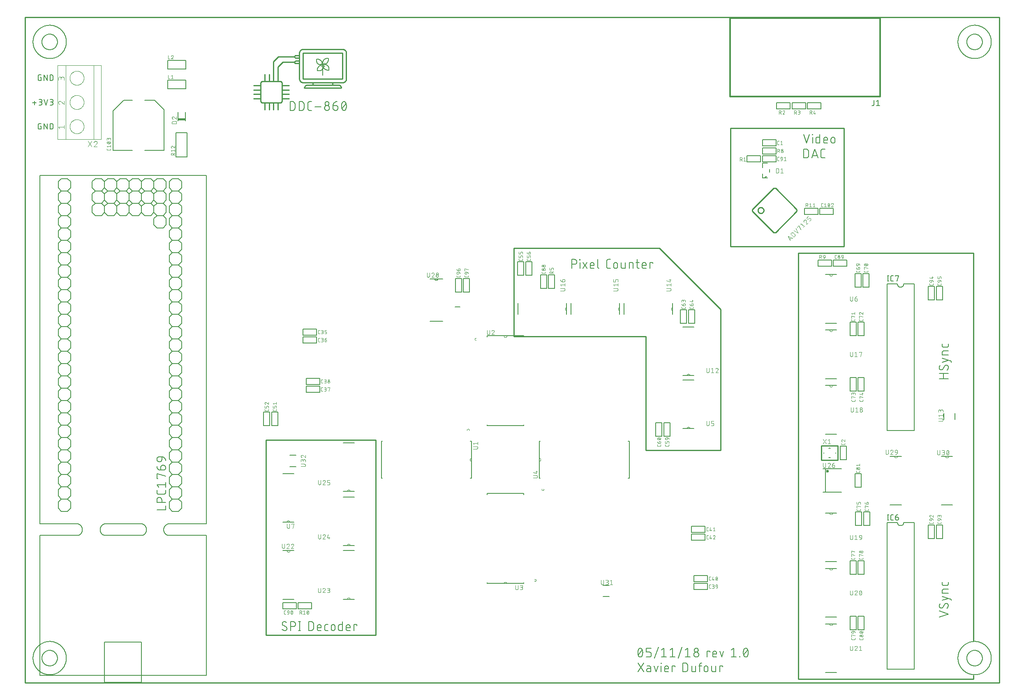
<source format=gbr>
G04 EAGLE Gerber RS-274X export*
G75*
%MOMM*%
%FSLAX34Y34*%
%LPD*%
%INSilkscreen Top*%
%IPPOS*%
%AMOC8*
5,1,8,0,0,1.08239X$1,22.5*%
G01*
%ADD10C,0.152400*%
%ADD11C,0.203200*%
%ADD12C,0.254000*%
%ADD13C,0.127000*%
%ADD14C,0.101600*%
%ADD15C,0.304800*%
%ADD16C,0.000000*%
%ADD17C,0.076200*%
%ADD18C,0.200000*%
%ADD19C,0.600000*%
%ADD20C,0.254000*%


D10*
X1901698Y626872D02*
X1882902Y626872D01*
X1891256Y626872D02*
X1891256Y637314D01*
X1882902Y637314D02*
X1901698Y637314D01*
X1901698Y650615D02*
X1901696Y650741D01*
X1901690Y650867D01*
X1901681Y650993D01*
X1901668Y651118D01*
X1901650Y651243D01*
X1901630Y651368D01*
X1901605Y651492D01*
X1901577Y651615D01*
X1901545Y651737D01*
X1901509Y651858D01*
X1901470Y651978D01*
X1901427Y652096D01*
X1901380Y652213D01*
X1901330Y652329D01*
X1901276Y652444D01*
X1901220Y652556D01*
X1901159Y652667D01*
X1901096Y652776D01*
X1901029Y652883D01*
X1900959Y652988D01*
X1900885Y653091D01*
X1900809Y653191D01*
X1900730Y653289D01*
X1900648Y653385D01*
X1900562Y653478D01*
X1900475Y653569D01*
X1900384Y653656D01*
X1900291Y653742D01*
X1900195Y653824D01*
X1900097Y653903D01*
X1899997Y653979D01*
X1899894Y654053D01*
X1899789Y654123D01*
X1899682Y654190D01*
X1899573Y654253D01*
X1899462Y654314D01*
X1899350Y654370D01*
X1899235Y654424D01*
X1899119Y654474D01*
X1899002Y654521D01*
X1898884Y654564D01*
X1898764Y654603D01*
X1898643Y654639D01*
X1898521Y654671D01*
X1898398Y654699D01*
X1898274Y654724D01*
X1898149Y654744D01*
X1898024Y654762D01*
X1897899Y654775D01*
X1897773Y654784D01*
X1897647Y654790D01*
X1897521Y654792D01*
X1901698Y650615D02*
X1901695Y650404D01*
X1901688Y650193D01*
X1901675Y649982D01*
X1901658Y649772D01*
X1901635Y649562D01*
X1901607Y649353D01*
X1901575Y649144D01*
X1901537Y648936D01*
X1901494Y648729D01*
X1901447Y648524D01*
X1901394Y648319D01*
X1901337Y648116D01*
X1901275Y647914D01*
X1901208Y647714D01*
X1901136Y647516D01*
X1901059Y647319D01*
X1900978Y647124D01*
X1900892Y646931D01*
X1900802Y646740D01*
X1900707Y646552D01*
X1900607Y646366D01*
X1900503Y646182D01*
X1900395Y646000D01*
X1900283Y645822D01*
X1900166Y645646D01*
X1900045Y645473D01*
X1899920Y645303D01*
X1899791Y645136D01*
X1899658Y644972D01*
X1899521Y644811D01*
X1899380Y644654D01*
X1899235Y644500D01*
X1899087Y644349D01*
X1887079Y644871D02*
X1886953Y644873D01*
X1886827Y644879D01*
X1886701Y644888D01*
X1886576Y644901D01*
X1886451Y644919D01*
X1886326Y644939D01*
X1886202Y644964D01*
X1886079Y644992D01*
X1885957Y645024D01*
X1885836Y645060D01*
X1885716Y645099D01*
X1885598Y645142D01*
X1885481Y645189D01*
X1885365Y645239D01*
X1885250Y645293D01*
X1885138Y645349D01*
X1885027Y645410D01*
X1884918Y645473D01*
X1884811Y645540D01*
X1884706Y645610D01*
X1884603Y645684D01*
X1884503Y645760D01*
X1884405Y645839D01*
X1884309Y645921D01*
X1884216Y646007D01*
X1884125Y646094D01*
X1884038Y646185D01*
X1883952Y646278D01*
X1883870Y646374D01*
X1883791Y646472D01*
X1883715Y646572D01*
X1883641Y646675D01*
X1883571Y646780D01*
X1883504Y646887D01*
X1883441Y646996D01*
X1883380Y647107D01*
X1883324Y647219D01*
X1883270Y647334D01*
X1883220Y647450D01*
X1883173Y647567D01*
X1883130Y647685D01*
X1883091Y647805D01*
X1883055Y647926D01*
X1883023Y648048D01*
X1882995Y648171D01*
X1882970Y648295D01*
X1882950Y648420D01*
X1882932Y648545D01*
X1882919Y648670D01*
X1882910Y648796D01*
X1882904Y648922D01*
X1882902Y649048D01*
X1882904Y649235D01*
X1882911Y649421D01*
X1882922Y649608D01*
X1882938Y649794D01*
X1882958Y649979D01*
X1882982Y650164D01*
X1883011Y650349D01*
X1883044Y650532D01*
X1883081Y650715D01*
X1883123Y650897D01*
X1883170Y651078D01*
X1883220Y651258D01*
X1883275Y651436D01*
X1883334Y651613D01*
X1883397Y651789D01*
X1883465Y651963D01*
X1883536Y652135D01*
X1883612Y652306D01*
X1883691Y652475D01*
X1883775Y652642D01*
X1883863Y652806D01*
X1883954Y652969D01*
X1884050Y653129D01*
X1884149Y653288D01*
X1884252Y653443D01*
X1884358Y653597D01*
X1884468Y653747D01*
X1890734Y646959D02*
X1890666Y646849D01*
X1890595Y646740D01*
X1890521Y646634D01*
X1890444Y646530D01*
X1890364Y646429D01*
X1890280Y646330D01*
X1890194Y646233D01*
X1890104Y646139D01*
X1890012Y646048D01*
X1889917Y645960D01*
X1889819Y645875D01*
X1889719Y645793D01*
X1889617Y645714D01*
X1889512Y645638D01*
X1889405Y645565D01*
X1889295Y645496D01*
X1889184Y645430D01*
X1889070Y645367D01*
X1888955Y645308D01*
X1888838Y645253D01*
X1888719Y645201D01*
X1888599Y645153D01*
X1888477Y645108D01*
X1888354Y645067D01*
X1888230Y645030D01*
X1888105Y644997D01*
X1887979Y644968D01*
X1887852Y644942D01*
X1887724Y644920D01*
X1887596Y644903D01*
X1887467Y644889D01*
X1887338Y644879D01*
X1887209Y644873D01*
X1887079Y644871D01*
X1893866Y652703D02*
X1893934Y652813D01*
X1894005Y652922D01*
X1894079Y653028D01*
X1894156Y653132D01*
X1894236Y653233D01*
X1894320Y653332D01*
X1894406Y653429D01*
X1894496Y653523D01*
X1894588Y653614D01*
X1894683Y653702D01*
X1894781Y653787D01*
X1894881Y653869D01*
X1894983Y653948D01*
X1895088Y654024D01*
X1895195Y654097D01*
X1895305Y654166D01*
X1895416Y654232D01*
X1895530Y654295D01*
X1895645Y654354D01*
X1895762Y654409D01*
X1895881Y654461D01*
X1896001Y654509D01*
X1896123Y654554D01*
X1896246Y654595D01*
X1896370Y654632D01*
X1896495Y654665D01*
X1896621Y654694D01*
X1896748Y654720D01*
X1896876Y654742D01*
X1897004Y654759D01*
X1897133Y654773D01*
X1897262Y654783D01*
X1897391Y654789D01*
X1897521Y654791D01*
X1893866Y652703D02*
X1890734Y646960D01*
X1907963Y660540D02*
X1907963Y662629D01*
X1889167Y668894D01*
X1889167Y660540D02*
X1901698Y664717D01*
X1901698Y675687D02*
X1889167Y675687D01*
X1889167Y680908D01*
X1889169Y681017D01*
X1889175Y681127D01*
X1889184Y681235D01*
X1889197Y681344D01*
X1889215Y681452D01*
X1889235Y681559D01*
X1889260Y681666D01*
X1889288Y681772D01*
X1889320Y681876D01*
X1889356Y681980D01*
X1889395Y682082D01*
X1889438Y682182D01*
X1889484Y682281D01*
X1889534Y682379D01*
X1889587Y682475D01*
X1889643Y682568D01*
X1889703Y682660D01*
X1889765Y682750D01*
X1889831Y682837D01*
X1889900Y682922D01*
X1889972Y683004D01*
X1890046Y683084D01*
X1890124Y683162D01*
X1890204Y683236D01*
X1890286Y683308D01*
X1890371Y683377D01*
X1890458Y683443D01*
X1890548Y683505D01*
X1890640Y683565D01*
X1890734Y683621D01*
X1890829Y683674D01*
X1890927Y683724D01*
X1891026Y683770D01*
X1891126Y683813D01*
X1891228Y683852D01*
X1891332Y683888D01*
X1891436Y683920D01*
X1891542Y683948D01*
X1891649Y683973D01*
X1891756Y683993D01*
X1891864Y684011D01*
X1891973Y684024D01*
X1892081Y684033D01*
X1892191Y684039D01*
X1892300Y684041D01*
X1901698Y684041D01*
X1901698Y694566D02*
X1901698Y698743D01*
X1901698Y694566D02*
X1901696Y694454D01*
X1901690Y694342D01*
X1901680Y694231D01*
X1901666Y694120D01*
X1901648Y694010D01*
X1901626Y693900D01*
X1901601Y693791D01*
X1901571Y693683D01*
X1901538Y693577D01*
X1901500Y693471D01*
X1901460Y693367D01*
X1901415Y693265D01*
X1901367Y693164D01*
X1901315Y693065D01*
X1901259Y692967D01*
X1901201Y692872D01*
X1901139Y692779D01*
X1901073Y692688D01*
X1901004Y692600D01*
X1900933Y692514D01*
X1900858Y692431D01*
X1900780Y692351D01*
X1900700Y692273D01*
X1900617Y692198D01*
X1900531Y692127D01*
X1900443Y692058D01*
X1900352Y691992D01*
X1900259Y691930D01*
X1900164Y691872D01*
X1900067Y691816D01*
X1899967Y691764D01*
X1899867Y691716D01*
X1899764Y691671D01*
X1899660Y691631D01*
X1899554Y691593D01*
X1899448Y691560D01*
X1899340Y691530D01*
X1899231Y691505D01*
X1899121Y691483D01*
X1899011Y691465D01*
X1898900Y691451D01*
X1898789Y691441D01*
X1898677Y691435D01*
X1898565Y691433D01*
X1892300Y691433D01*
X1892188Y691435D01*
X1892076Y691441D01*
X1891965Y691451D01*
X1891854Y691465D01*
X1891744Y691483D01*
X1891634Y691505D01*
X1891525Y691530D01*
X1891417Y691560D01*
X1891311Y691593D01*
X1891205Y691631D01*
X1891101Y691671D01*
X1890999Y691716D01*
X1890898Y691764D01*
X1890799Y691816D01*
X1890701Y691872D01*
X1890606Y691930D01*
X1890513Y691992D01*
X1890422Y692058D01*
X1890334Y692127D01*
X1890248Y692198D01*
X1890165Y692273D01*
X1890085Y692351D01*
X1890007Y692431D01*
X1889932Y692514D01*
X1889861Y692600D01*
X1889792Y692688D01*
X1889726Y692779D01*
X1889664Y692872D01*
X1889606Y692967D01*
X1889550Y693065D01*
X1889498Y693164D01*
X1889450Y693265D01*
X1889405Y693367D01*
X1889365Y693471D01*
X1889327Y693577D01*
X1889294Y693683D01*
X1889264Y693791D01*
X1889239Y693900D01*
X1889217Y694010D01*
X1889199Y694120D01*
X1889185Y694231D01*
X1889175Y694342D01*
X1889169Y694454D01*
X1889167Y694566D01*
X1889167Y698743D01*
D11*
X1901444Y141732D02*
X1883156Y135636D01*
X1883156Y147828D02*
X1901444Y141732D01*
X1901444Y159643D02*
X1901442Y159768D01*
X1901436Y159893D01*
X1901427Y160018D01*
X1901413Y160142D01*
X1901396Y160266D01*
X1901375Y160390D01*
X1901350Y160512D01*
X1901321Y160634D01*
X1901289Y160755D01*
X1901253Y160875D01*
X1901213Y160994D01*
X1901170Y161111D01*
X1901123Y161227D01*
X1901072Y161342D01*
X1901018Y161454D01*
X1900960Y161566D01*
X1900900Y161675D01*
X1900835Y161782D01*
X1900768Y161888D01*
X1900697Y161991D01*
X1900623Y162092D01*
X1900546Y162191D01*
X1900466Y162287D01*
X1900383Y162381D01*
X1900298Y162472D01*
X1900209Y162561D01*
X1900118Y162646D01*
X1900024Y162729D01*
X1899928Y162809D01*
X1899829Y162886D01*
X1899728Y162960D01*
X1899625Y163031D01*
X1899519Y163098D01*
X1899412Y163163D01*
X1899303Y163223D01*
X1899191Y163281D01*
X1899079Y163335D01*
X1898964Y163386D01*
X1898848Y163433D01*
X1898731Y163476D01*
X1898612Y163516D01*
X1898492Y163552D01*
X1898371Y163584D01*
X1898249Y163613D01*
X1898127Y163638D01*
X1898003Y163659D01*
X1897879Y163676D01*
X1897755Y163690D01*
X1897630Y163699D01*
X1897505Y163705D01*
X1897380Y163707D01*
X1901444Y159643D02*
X1901442Y159438D01*
X1901434Y159232D01*
X1901422Y159027D01*
X1901405Y158823D01*
X1901383Y158618D01*
X1901356Y158415D01*
X1901324Y158212D01*
X1901287Y158010D01*
X1901246Y157809D01*
X1901199Y157608D01*
X1901148Y157409D01*
X1901093Y157212D01*
X1901032Y157016D01*
X1900967Y156821D01*
X1900897Y156628D01*
X1900823Y156436D01*
X1900744Y156247D01*
X1900660Y156059D01*
X1900572Y155873D01*
X1900480Y155690D01*
X1900383Y155509D01*
X1900282Y155330D01*
X1900177Y155153D01*
X1900067Y154980D01*
X1899953Y154809D01*
X1899836Y154640D01*
X1899714Y154475D01*
X1899588Y154312D01*
X1899459Y154153D01*
X1899326Y153996D01*
X1899189Y153843D01*
X1899048Y153694D01*
X1898904Y153547D01*
X1887220Y154055D02*
X1887095Y154057D01*
X1886970Y154063D01*
X1886845Y154072D01*
X1886721Y154086D01*
X1886597Y154103D01*
X1886473Y154124D01*
X1886351Y154149D01*
X1886229Y154178D01*
X1886108Y154210D01*
X1885988Y154246D01*
X1885869Y154286D01*
X1885752Y154329D01*
X1885636Y154376D01*
X1885521Y154427D01*
X1885409Y154481D01*
X1885297Y154539D01*
X1885188Y154599D01*
X1885081Y154664D01*
X1884975Y154731D01*
X1884872Y154802D01*
X1884771Y154876D01*
X1884672Y154953D01*
X1884576Y155033D01*
X1884482Y155116D01*
X1884391Y155201D01*
X1884302Y155290D01*
X1884217Y155381D01*
X1884134Y155475D01*
X1884054Y155571D01*
X1883977Y155670D01*
X1883903Y155771D01*
X1883832Y155874D01*
X1883765Y155980D01*
X1883700Y156087D01*
X1883640Y156196D01*
X1883582Y156308D01*
X1883528Y156420D01*
X1883477Y156535D01*
X1883430Y156651D01*
X1883387Y156768D01*
X1883347Y156887D01*
X1883311Y157007D01*
X1883279Y157128D01*
X1883250Y157250D01*
X1883225Y157372D01*
X1883204Y157496D01*
X1883187Y157620D01*
X1883173Y157744D01*
X1883164Y157869D01*
X1883158Y157994D01*
X1883156Y158119D01*
X1883158Y158301D01*
X1883165Y158482D01*
X1883175Y158663D01*
X1883191Y158844D01*
X1883210Y159025D01*
X1883234Y159205D01*
X1883262Y159384D01*
X1883294Y159563D01*
X1883331Y159741D01*
X1883371Y159918D01*
X1883416Y160094D01*
X1883466Y160269D01*
X1883519Y160442D01*
X1883576Y160615D01*
X1883638Y160785D01*
X1883703Y160955D01*
X1883773Y161123D01*
X1883847Y161289D01*
X1883924Y161453D01*
X1884005Y161615D01*
X1884091Y161776D01*
X1884180Y161934D01*
X1884272Y162090D01*
X1884369Y162244D01*
X1884469Y162395D01*
X1884573Y162544D01*
X1884680Y162691D01*
X1890776Y156086D02*
X1890711Y155979D01*
X1890642Y155873D01*
X1890570Y155770D01*
X1890495Y155669D01*
X1890416Y155570D01*
X1890335Y155473D01*
X1890251Y155379D01*
X1890164Y155288D01*
X1890074Y155200D01*
X1889982Y155114D01*
X1889887Y155031D01*
X1889789Y154951D01*
X1889690Y154874D01*
X1889587Y154800D01*
X1889483Y154730D01*
X1889377Y154662D01*
X1889268Y154598D01*
X1889158Y154537D01*
X1889045Y154480D01*
X1888932Y154426D01*
X1888816Y154375D01*
X1888699Y154328D01*
X1888581Y154285D01*
X1888461Y154245D01*
X1888340Y154209D01*
X1888218Y154177D01*
X1888096Y154148D01*
X1887972Y154123D01*
X1887848Y154102D01*
X1887723Y154085D01*
X1887598Y154071D01*
X1887472Y154062D01*
X1887346Y154056D01*
X1887220Y154054D01*
X1893824Y161675D02*
X1893889Y161782D01*
X1893958Y161888D01*
X1894030Y161991D01*
X1894105Y162092D01*
X1894184Y162191D01*
X1894265Y162288D01*
X1894349Y162382D01*
X1894436Y162473D01*
X1894526Y162561D01*
X1894618Y162647D01*
X1894713Y162730D01*
X1894811Y162810D01*
X1894910Y162887D01*
X1895013Y162961D01*
X1895117Y163031D01*
X1895223Y163099D01*
X1895332Y163163D01*
X1895442Y163224D01*
X1895555Y163281D01*
X1895668Y163335D01*
X1895784Y163386D01*
X1895901Y163433D01*
X1896019Y163476D01*
X1896139Y163516D01*
X1896260Y163552D01*
X1896382Y163584D01*
X1896504Y163613D01*
X1896628Y163638D01*
X1896752Y163659D01*
X1896877Y163676D01*
X1897002Y163690D01*
X1897128Y163699D01*
X1897254Y163705D01*
X1897380Y163707D01*
X1893824Y161675D02*
X1890776Y156087D01*
X1907540Y169710D02*
X1907540Y171742D01*
X1889252Y177838D01*
X1889252Y169710D02*
X1901444Y173774D01*
X1901444Y184856D02*
X1889252Y184856D01*
X1889252Y189936D01*
X1889254Y190045D01*
X1889260Y190153D01*
X1889269Y190262D01*
X1889283Y190370D01*
X1889300Y190477D01*
X1889322Y190584D01*
X1889347Y190690D01*
X1889375Y190795D01*
X1889408Y190899D01*
X1889444Y191001D01*
X1889484Y191102D01*
X1889527Y191202D01*
X1889574Y191300D01*
X1889625Y191397D01*
X1889679Y191491D01*
X1889736Y191584D01*
X1889796Y191674D01*
X1889860Y191763D01*
X1889927Y191849D01*
X1889996Y191932D01*
X1890069Y192013D01*
X1890145Y192091D01*
X1890223Y192167D01*
X1890304Y192240D01*
X1890387Y192309D01*
X1890473Y192376D01*
X1890562Y192440D01*
X1890652Y192500D01*
X1890745Y192557D01*
X1890839Y192611D01*
X1890936Y192662D01*
X1891034Y192709D01*
X1891134Y192752D01*
X1891235Y192792D01*
X1891337Y192828D01*
X1891441Y192861D01*
X1891546Y192889D01*
X1891652Y192914D01*
X1891759Y192936D01*
X1891866Y192953D01*
X1891974Y192967D01*
X1892083Y192976D01*
X1892191Y192982D01*
X1892300Y192984D01*
X1901444Y192984D01*
X1901444Y203654D02*
X1901444Y207718D01*
X1901444Y203654D02*
X1901442Y203545D01*
X1901436Y203437D01*
X1901427Y203328D01*
X1901413Y203220D01*
X1901396Y203113D01*
X1901374Y203006D01*
X1901349Y202900D01*
X1901321Y202795D01*
X1901288Y202691D01*
X1901252Y202589D01*
X1901212Y202488D01*
X1901169Y202388D01*
X1901122Y202290D01*
X1901071Y202193D01*
X1901017Y202099D01*
X1900960Y202006D01*
X1900900Y201916D01*
X1900836Y201827D01*
X1900769Y201741D01*
X1900700Y201658D01*
X1900627Y201577D01*
X1900551Y201499D01*
X1900473Y201423D01*
X1900392Y201350D01*
X1900309Y201281D01*
X1900223Y201214D01*
X1900134Y201150D01*
X1900044Y201090D01*
X1899951Y201033D01*
X1899857Y200979D01*
X1899760Y200928D01*
X1899662Y200881D01*
X1899562Y200838D01*
X1899461Y200798D01*
X1899359Y200762D01*
X1899255Y200729D01*
X1899150Y200701D01*
X1899044Y200676D01*
X1898937Y200654D01*
X1898830Y200637D01*
X1898722Y200623D01*
X1898613Y200614D01*
X1898505Y200608D01*
X1898396Y200606D01*
X1892300Y200606D01*
X1892191Y200608D01*
X1892083Y200614D01*
X1891974Y200623D01*
X1891866Y200637D01*
X1891759Y200654D01*
X1891652Y200676D01*
X1891546Y200701D01*
X1891441Y200729D01*
X1891337Y200762D01*
X1891235Y200798D01*
X1891134Y200838D01*
X1891034Y200881D01*
X1890936Y200928D01*
X1890839Y200979D01*
X1890745Y201033D01*
X1890652Y201090D01*
X1890562Y201150D01*
X1890473Y201214D01*
X1890387Y201281D01*
X1890304Y201350D01*
X1890223Y201423D01*
X1890145Y201499D01*
X1890069Y201577D01*
X1889996Y201658D01*
X1889927Y201741D01*
X1889860Y201827D01*
X1889796Y201916D01*
X1889736Y202006D01*
X1889679Y202099D01*
X1889625Y202193D01*
X1889574Y202290D01*
X1889527Y202388D01*
X1889484Y202488D01*
X1889444Y202589D01*
X1889408Y202691D01*
X1889375Y202795D01*
X1889347Y202900D01*
X1889322Y203006D01*
X1889300Y203113D01*
X1889283Y203220D01*
X1889269Y203328D01*
X1889260Y203437D01*
X1889254Y203545D01*
X1889252Y203654D01*
X1889252Y207718D01*
X1263650Y68834D02*
X1263496Y68509D01*
X1263350Y68180D01*
X1263212Y67848D01*
X1263082Y67512D01*
X1262960Y67174D01*
X1262846Y66833D01*
X1262740Y66489D01*
X1262643Y66142D01*
X1262553Y65794D01*
X1262473Y65443D01*
X1262400Y65091D01*
X1262336Y64737D01*
X1262280Y64381D01*
X1262233Y64025D01*
X1262195Y63667D01*
X1262165Y63308D01*
X1262143Y62949D01*
X1262130Y62590D01*
X1262126Y62230D01*
X1263650Y68834D02*
X1263691Y68947D01*
X1263735Y69058D01*
X1263783Y69167D01*
X1263834Y69275D01*
X1263888Y69382D01*
X1263946Y69486D01*
X1264007Y69589D01*
X1264072Y69690D01*
X1264139Y69789D01*
X1264210Y69885D01*
X1264284Y69979D01*
X1264360Y70071D01*
X1264440Y70160D01*
X1264522Y70247D01*
X1264607Y70331D01*
X1264695Y70412D01*
X1264785Y70491D01*
X1264878Y70566D01*
X1264973Y70639D01*
X1265070Y70708D01*
X1265169Y70775D01*
X1265271Y70838D01*
X1265374Y70898D01*
X1265480Y70954D01*
X1265587Y71007D01*
X1265696Y71057D01*
X1265806Y71103D01*
X1265917Y71146D01*
X1266030Y71185D01*
X1266145Y71221D01*
X1266260Y71253D01*
X1266376Y71281D01*
X1266493Y71306D01*
X1266611Y71327D01*
X1266729Y71344D01*
X1266848Y71357D01*
X1266967Y71366D01*
X1267086Y71372D01*
X1267206Y71374D01*
X1267326Y71372D01*
X1267445Y71366D01*
X1267564Y71357D01*
X1267683Y71344D01*
X1267801Y71327D01*
X1267919Y71306D01*
X1268036Y71281D01*
X1268152Y71253D01*
X1268267Y71221D01*
X1268382Y71185D01*
X1268495Y71146D01*
X1268606Y71103D01*
X1268716Y71057D01*
X1268825Y71007D01*
X1268932Y70954D01*
X1269038Y70898D01*
X1269141Y70838D01*
X1269243Y70775D01*
X1269342Y70708D01*
X1269439Y70639D01*
X1269534Y70566D01*
X1269627Y70491D01*
X1269717Y70412D01*
X1269805Y70331D01*
X1269890Y70247D01*
X1269972Y70160D01*
X1270052Y70071D01*
X1270128Y69979D01*
X1270202Y69885D01*
X1270273Y69789D01*
X1270340Y69690D01*
X1270405Y69589D01*
X1270466Y69486D01*
X1270524Y69382D01*
X1270578Y69275D01*
X1270629Y69167D01*
X1270677Y69058D01*
X1270721Y68947D01*
X1270762Y68834D01*
X1270916Y68509D01*
X1271062Y68180D01*
X1271200Y67848D01*
X1271330Y67512D01*
X1271452Y67174D01*
X1271566Y66833D01*
X1271672Y66489D01*
X1271769Y66142D01*
X1271859Y65794D01*
X1271939Y65443D01*
X1272012Y65091D01*
X1272076Y64737D01*
X1272132Y64381D01*
X1272179Y64025D01*
X1272217Y63667D01*
X1272247Y63308D01*
X1272269Y62949D01*
X1272282Y62590D01*
X1272286Y62230D01*
X1262126Y62230D02*
X1262130Y61870D01*
X1262143Y61511D01*
X1262165Y61152D01*
X1262195Y60793D01*
X1262233Y60435D01*
X1262280Y60079D01*
X1262336Y59723D01*
X1262400Y59369D01*
X1262473Y59017D01*
X1262553Y58666D01*
X1262643Y58318D01*
X1262740Y57971D01*
X1262846Y57627D01*
X1262960Y57286D01*
X1263082Y56948D01*
X1263212Y56612D01*
X1263350Y56280D01*
X1263496Y55951D01*
X1263650Y55626D01*
X1263691Y55513D01*
X1263735Y55402D01*
X1263783Y55293D01*
X1263834Y55185D01*
X1263888Y55078D01*
X1263946Y54974D01*
X1264007Y54871D01*
X1264072Y54770D01*
X1264139Y54671D01*
X1264210Y54575D01*
X1264284Y54481D01*
X1264360Y54389D01*
X1264440Y54300D01*
X1264522Y54213D01*
X1264607Y54129D01*
X1264695Y54048D01*
X1264785Y53969D01*
X1264878Y53894D01*
X1264973Y53821D01*
X1265070Y53752D01*
X1265169Y53685D01*
X1265271Y53622D01*
X1265374Y53562D01*
X1265480Y53506D01*
X1265587Y53453D01*
X1265696Y53403D01*
X1265806Y53357D01*
X1265917Y53314D01*
X1266030Y53275D01*
X1266145Y53239D01*
X1266260Y53207D01*
X1266376Y53179D01*
X1266493Y53154D01*
X1266611Y53133D01*
X1266729Y53116D01*
X1266848Y53103D01*
X1266967Y53094D01*
X1267086Y53088D01*
X1267206Y53086D01*
X1270762Y55626D02*
X1270916Y55951D01*
X1271062Y56280D01*
X1271200Y56612D01*
X1271330Y56948D01*
X1271452Y57286D01*
X1271566Y57627D01*
X1271672Y57971D01*
X1271769Y58318D01*
X1271859Y58666D01*
X1271939Y59017D01*
X1272012Y59369D01*
X1272076Y59723D01*
X1272132Y60079D01*
X1272179Y60435D01*
X1272217Y60793D01*
X1272247Y61152D01*
X1272269Y61511D01*
X1272282Y61870D01*
X1272286Y62230D01*
X1270762Y55626D02*
X1270721Y55513D01*
X1270677Y55402D01*
X1270629Y55293D01*
X1270578Y55185D01*
X1270524Y55078D01*
X1270466Y54974D01*
X1270405Y54871D01*
X1270340Y54770D01*
X1270273Y54671D01*
X1270202Y54575D01*
X1270128Y54481D01*
X1270052Y54389D01*
X1269972Y54300D01*
X1269890Y54213D01*
X1269805Y54129D01*
X1269717Y54048D01*
X1269627Y53969D01*
X1269534Y53894D01*
X1269439Y53821D01*
X1269342Y53752D01*
X1269243Y53685D01*
X1269141Y53622D01*
X1269038Y53562D01*
X1268932Y53506D01*
X1268825Y53453D01*
X1268716Y53403D01*
X1268606Y53357D01*
X1268495Y53314D01*
X1268382Y53275D01*
X1268267Y53239D01*
X1268152Y53207D01*
X1268036Y53179D01*
X1267919Y53154D01*
X1267801Y53133D01*
X1267683Y53116D01*
X1267564Y53103D01*
X1267445Y53094D01*
X1267326Y53088D01*
X1267206Y53086D01*
X1263142Y57150D02*
X1271270Y67310D01*
X1279603Y53086D02*
X1285699Y53086D01*
X1285824Y53088D01*
X1285949Y53094D01*
X1286074Y53103D01*
X1286198Y53117D01*
X1286322Y53134D01*
X1286446Y53155D01*
X1286568Y53180D01*
X1286690Y53209D01*
X1286811Y53241D01*
X1286931Y53277D01*
X1287050Y53317D01*
X1287167Y53360D01*
X1287283Y53407D01*
X1287398Y53458D01*
X1287510Y53512D01*
X1287622Y53570D01*
X1287731Y53630D01*
X1287838Y53695D01*
X1287944Y53762D01*
X1288047Y53833D01*
X1288148Y53907D01*
X1288247Y53984D01*
X1288343Y54064D01*
X1288437Y54147D01*
X1288528Y54232D01*
X1288617Y54321D01*
X1288702Y54412D01*
X1288785Y54506D01*
X1288865Y54602D01*
X1288942Y54701D01*
X1289016Y54802D01*
X1289087Y54905D01*
X1289154Y55011D01*
X1289219Y55118D01*
X1289279Y55227D01*
X1289337Y55339D01*
X1289391Y55451D01*
X1289442Y55566D01*
X1289489Y55682D01*
X1289532Y55799D01*
X1289572Y55918D01*
X1289608Y56038D01*
X1289640Y56159D01*
X1289669Y56281D01*
X1289694Y56403D01*
X1289715Y56527D01*
X1289732Y56651D01*
X1289746Y56775D01*
X1289755Y56900D01*
X1289761Y57025D01*
X1289763Y57150D01*
X1289763Y59182D01*
X1289761Y59307D01*
X1289755Y59432D01*
X1289746Y59557D01*
X1289732Y59681D01*
X1289715Y59805D01*
X1289694Y59929D01*
X1289669Y60051D01*
X1289640Y60173D01*
X1289608Y60294D01*
X1289572Y60414D01*
X1289532Y60533D01*
X1289489Y60650D01*
X1289442Y60766D01*
X1289391Y60881D01*
X1289337Y60993D01*
X1289279Y61105D01*
X1289219Y61214D01*
X1289154Y61321D01*
X1289087Y61427D01*
X1289016Y61530D01*
X1288942Y61631D01*
X1288865Y61730D01*
X1288785Y61826D01*
X1288702Y61920D01*
X1288617Y62011D01*
X1288528Y62100D01*
X1288437Y62185D01*
X1288343Y62268D01*
X1288247Y62348D01*
X1288148Y62425D01*
X1288047Y62499D01*
X1287944Y62570D01*
X1287838Y62637D01*
X1287731Y62702D01*
X1287622Y62762D01*
X1287510Y62820D01*
X1287398Y62874D01*
X1287283Y62925D01*
X1287167Y62972D01*
X1287050Y63015D01*
X1286931Y63055D01*
X1286811Y63091D01*
X1286690Y63123D01*
X1286568Y63152D01*
X1286446Y63177D01*
X1286322Y63198D01*
X1286198Y63215D01*
X1286074Y63229D01*
X1285949Y63238D01*
X1285824Y63244D01*
X1285699Y63246D01*
X1279603Y63246D01*
X1279603Y71374D01*
X1289763Y71374D01*
X1304477Y73406D02*
X1296349Y51054D01*
X1311062Y67310D02*
X1316142Y71374D01*
X1316142Y53086D01*
X1311062Y53086D02*
X1321222Y53086D01*
X1328539Y67310D02*
X1333619Y71374D01*
X1333619Y53086D01*
X1328539Y53086D02*
X1338699Y53086D01*
X1345285Y51054D02*
X1353413Y73406D01*
X1359998Y67310D02*
X1365078Y71374D01*
X1365078Y53086D01*
X1359998Y53086D02*
X1370158Y53086D01*
X1377475Y58166D02*
X1377477Y58307D01*
X1377483Y58448D01*
X1377493Y58589D01*
X1377506Y58730D01*
X1377524Y58870D01*
X1377546Y59009D01*
X1377571Y59148D01*
X1377600Y59287D01*
X1377633Y59424D01*
X1377670Y59560D01*
X1377711Y59695D01*
X1377755Y59830D01*
X1377803Y59962D01*
X1377855Y60094D01*
X1377910Y60224D01*
X1377969Y60352D01*
X1378032Y60479D01*
X1378098Y60603D01*
X1378167Y60726D01*
X1378240Y60847D01*
X1378316Y60966D01*
X1378396Y61083D01*
X1378479Y61197D01*
X1378564Y61310D01*
X1378653Y61419D01*
X1378745Y61527D01*
X1378840Y61631D01*
X1378938Y61733D01*
X1379039Y61832D01*
X1379142Y61929D01*
X1379248Y62022D01*
X1379356Y62112D01*
X1379467Y62200D01*
X1379580Y62284D01*
X1379696Y62365D01*
X1379814Y62443D01*
X1379934Y62518D01*
X1380056Y62589D01*
X1380180Y62657D01*
X1380306Y62721D01*
X1380433Y62782D01*
X1380562Y62839D01*
X1380693Y62892D01*
X1380825Y62942D01*
X1380958Y62989D01*
X1381093Y63031D01*
X1381229Y63070D01*
X1381366Y63105D01*
X1381503Y63136D01*
X1381642Y63163D01*
X1381781Y63187D01*
X1381921Y63206D01*
X1382061Y63222D01*
X1382202Y63234D01*
X1382343Y63242D01*
X1382484Y63246D01*
X1382626Y63246D01*
X1382767Y63242D01*
X1382908Y63234D01*
X1383049Y63222D01*
X1383189Y63206D01*
X1383329Y63187D01*
X1383468Y63163D01*
X1383607Y63136D01*
X1383744Y63105D01*
X1383881Y63070D01*
X1384017Y63031D01*
X1384152Y62989D01*
X1384285Y62942D01*
X1384417Y62892D01*
X1384548Y62839D01*
X1384677Y62782D01*
X1384804Y62721D01*
X1384930Y62657D01*
X1385054Y62589D01*
X1385176Y62518D01*
X1385296Y62443D01*
X1385414Y62365D01*
X1385530Y62284D01*
X1385643Y62200D01*
X1385754Y62112D01*
X1385862Y62022D01*
X1385968Y61929D01*
X1386071Y61832D01*
X1386172Y61733D01*
X1386270Y61631D01*
X1386365Y61527D01*
X1386457Y61419D01*
X1386546Y61310D01*
X1386631Y61197D01*
X1386714Y61083D01*
X1386794Y60966D01*
X1386870Y60847D01*
X1386943Y60726D01*
X1387012Y60603D01*
X1387078Y60479D01*
X1387141Y60352D01*
X1387200Y60224D01*
X1387255Y60094D01*
X1387307Y59962D01*
X1387355Y59830D01*
X1387399Y59695D01*
X1387440Y59560D01*
X1387477Y59424D01*
X1387510Y59287D01*
X1387539Y59148D01*
X1387564Y59009D01*
X1387586Y58870D01*
X1387604Y58730D01*
X1387617Y58589D01*
X1387627Y58448D01*
X1387633Y58307D01*
X1387635Y58166D01*
X1387633Y58025D01*
X1387627Y57884D01*
X1387617Y57743D01*
X1387604Y57602D01*
X1387586Y57462D01*
X1387564Y57323D01*
X1387539Y57184D01*
X1387510Y57045D01*
X1387477Y56908D01*
X1387440Y56772D01*
X1387399Y56637D01*
X1387355Y56502D01*
X1387307Y56370D01*
X1387255Y56238D01*
X1387200Y56108D01*
X1387141Y55980D01*
X1387078Y55853D01*
X1387012Y55729D01*
X1386943Y55606D01*
X1386870Y55485D01*
X1386794Y55366D01*
X1386714Y55249D01*
X1386631Y55135D01*
X1386546Y55022D01*
X1386457Y54913D01*
X1386365Y54805D01*
X1386270Y54701D01*
X1386172Y54599D01*
X1386071Y54500D01*
X1385968Y54403D01*
X1385862Y54310D01*
X1385754Y54220D01*
X1385643Y54132D01*
X1385530Y54048D01*
X1385414Y53967D01*
X1385296Y53889D01*
X1385176Y53814D01*
X1385054Y53743D01*
X1384930Y53675D01*
X1384804Y53611D01*
X1384677Y53550D01*
X1384548Y53493D01*
X1384417Y53440D01*
X1384285Y53390D01*
X1384152Y53343D01*
X1384017Y53301D01*
X1383881Y53262D01*
X1383744Y53227D01*
X1383607Y53196D01*
X1383468Y53169D01*
X1383329Y53145D01*
X1383189Y53126D01*
X1383049Y53110D01*
X1382908Y53098D01*
X1382767Y53090D01*
X1382626Y53086D01*
X1382484Y53086D01*
X1382343Y53090D01*
X1382202Y53098D01*
X1382061Y53110D01*
X1381921Y53126D01*
X1381781Y53145D01*
X1381642Y53169D01*
X1381503Y53196D01*
X1381366Y53227D01*
X1381229Y53262D01*
X1381093Y53301D01*
X1380958Y53343D01*
X1380825Y53390D01*
X1380693Y53440D01*
X1380562Y53493D01*
X1380433Y53550D01*
X1380306Y53611D01*
X1380180Y53675D01*
X1380056Y53743D01*
X1379934Y53814D01*
X1379814Y53889D01*
X1379696Y53967D01*
X1379580Y54048D01*
X1379467Y54132D01*
X1379356Y54220D01*
X1379248Y54310D01*
X1379142Y54403D01*
X1379039Y54500D01*
X1378938Y54599D01*
X1378840Y54701D01*
X1378745Y54805D01*
X1378653Y54913D01*
X1378564Y55022D01*
X1378479Y55135D01*
X1378396Y55249D01*
X1378316Y55366D01*
X1378240Y55485D01*
X1378167Y55606D01*
X1378098Y55729D01*
X1378032Y55853D01*
X1377969Y55980D01*
X1377910Y56108D01*
X1377855Y56238D01*
X1377803Y56370D01*
X1377755Y56502D01*
X1377711Y56637D01*
X1377670Y56772D01*
X1377633Y56908D01*
X1377600Y57045D01*
X1377571Y57184D01*
X1377546Y57323D01*
X1377524Y57462D01*
X1377506Y57602D01*
X1377493Y57743D01*
X1377483Y57884D01*
X1377477Y58025D01*
X1377475Y58166D01*
X1378491Y67310D02*
X1378493Y67436D01*
X1378499Y67563D01*
X1378509Y67689D01*
X1378522Y67814D01*
X1378540Y67940D01*
X1378562Y68064D01*
X1378587Y68188D01*
X1378616Y68311D01*
X1378649Y68433D01*
X1378686Y68554D01*
X1378727Y68674D01*
X1378771Y68792D01*
X1378819Y68909D01*
X1378870Y69024D01*
X1378925Y69138D01*
X1378984Y69250D01*
X1379046Y69360D01*
X1379112Y69468D01*
X1379180Y69574D01*
X1379252Y69678D01*
X1379328Y69780D01*
X1379406Y69879D01*
X1379487Y69976D01*
X1379572Y70070D01*
X1379659Y70161D01*
X1379749Y70250D01*
X1379842Y70336D01*
X1379937Y70419D01*
X1380035Y70499D01*
X1380136Y70575D01*
X1380238Y70649D01*
X1380343Y70720D01*
X1380450Y70787D01*
X1380560Y70850D01*
X1380671Y70911D01*
X1380784Y70968D01*
X1380898Y71021D01*
X1381014Y71071D01*
X1381132Y71117D01*
X1381251Y71159D01*
X1381372Y71198D01*
X1381493Y71233D01*
X1381615Y71264D01*
X1381739Y71291D01*
X1381863Y71315D01*
X1381988Y71334D01*
X1382113Y71350D01*
X1382239Y71362D01*
X1382365Y71370D01*
X1382492Y71374D01*
X1382618Y71374D01*
X1382745Y71370D01*
X1382871Y71362D01*
X1382997Y71350D01*
X1383122Y71334D01*
X1383247Y71315D01*
X1383371Y71291D01*
X1383495Y71264D01*
X1383617Y71233D01*
X1383738Y71198D01*
X1383859Y71159D01*
X1383978Y71117D01*
X1384096Y71071D01*
X1384212Y71021D01*
X1384326Y70968D01*
X1384439Y70911D01*
X1384550Y70850D01*
X1384660Y70787D01*
X1384767Y70720D01*
X1384872Y70649D01*
X1384974Y70575D01*
X1385075Y70499D01*
X1385173Y70419D01*
X1385268Y70336D01*
X1385361Y70250D01*
X1385451Y70161D01*
X1385538Y70070D01*
X1385623Y69976D01*
X1385704Y69879D01*
X1385782Y69780D01*
X1385858Y69678D01*
X1385930Y69574D01*
X1385998Y69468D01*
X1386064Y69360D01*
X1386126Y69250D01*
X1386185Y69138D01*
X1386240Y69024D01*
X1386291Y68909D01*
X1386339Y68792D01*
X1386383Y68674D01*
X1386424Y68554D01*
X1386461Y68433D01*
X1386494Y68311D01*
X1386523Y68188D01*
X1386548Y68064D01*
X1386570Y67940D01*
X1386588Y67814D01*
X1386601Y67689D01*
X1386611Y67563D01*
X1386617Y67436D01*
X1386619Y67310D01*
X1386617Y67184D01*
X1386611Y67057D01*
X1386601Y66931D01*
X1386588Y66806D01*
X1386570Y66680D01*
X1386548Y66556D01*
X1386523Y66432D01*
X1386494Y66309D01*
X1386461Y66187D01*
X1386424Y66066D01*
X1386383Y65946D01*
X1386339Y65828D01*
X1386291Y65711D01*
X1386240Y65596D01*
X1386185Y65482D01*
X1386126Y65370D01*
X1386064Y65260D01*
X1385998Y65152D01*
X1385930Y65046D01*
X1385858Y64942D01*
X1385782Y64840D01*
X1385704Y64741D01*
X1385623Y64644D01*
X1385538Y64550D01*
X1385451Y64459D01*
X1385361Y64370D01*
X1385268Y64284D01*
X1385173Y64201D01*
X1385075Y64121D01*
X1384974Y64045D01*
X1384872Y63971D01*
X1384767Y63900D01*
X1384660Y63833D01*
X1384550Y63770D01*
X1384439Y63709D01*
X1384326Y63652D01*
X1384212Y63599D01*
X1384096Y63549D01*
X1383978Y63503D01*
X1383859Y63461D01*
X1383738Y63422D01*
X1383617Y63387D01*
X1383495Y63356D01*
X1383371Y63329D01*
X1383247Y63305D01*
X1383122Y63286D01*
X1382997Y63270D01*
X1382871Y63258D01*
X1382745Y63250D01*
X1382618Y63246D01*
X1382492Y63246D01*
X1382365Y63250D01*
X1382239Y63258D01*
X1382113Y63270D01*
X1381988Y63286D01*
X1381863Y63305D01*
X1381739Y63329D01*
X1381615Y63356D01*
X1381493Y63387D01*
X1381372Y63422D01*
X1381251Y63461D01*
X1381132Y63503D01*
X1381014Y63549D01*
X1380898Y63599D01*
X1380784Y63652D01*
X1380671Y63709D01*
X1380560Y63770D01*
X1380450Y63833D01*
X1380343Y63900D01*
X1380238Y63971D01*
X1380136Y64045D01*
X1380035Y64121D01*
X1379937Y64201D01*
X1379842Y64284D01*
X1379749Y64370D01*
X1379659Y64459D01*
X1379572Y64550D01*
X1379487Y64644D01*
X1379406Y64741D01*
X1379328Y64840D01*
X1379252Y64942D01*
X1379180Y65046D01*
X1379112Y65152D01*
X1379046Y65260D01*
X1378984Y65370D01*
X1378925Y65482D01*
X1378870Y65596D01*
X1378819Y65711D01*
X1378771Y65828D01*
X1378727Y65946D01*
X1378686Y66066D01*
X1378649Y66187D01*
X1378616Y66309D01*
X1378587Y66432D01*
X1378562Y66556D01*
X1378540Y66680D01*
X1378522Y66806D01*
X1378509Y66931D01*
X1378499Y67057D01*
X1378493Y67184D01*
X1378491Y67310D01*
X1404802Y65278D02*
X1404802Y53086D01*
X1404802Y65278D02*
X1410898Y65278D01*
X1410898Y63246D01*
X1419407Y53086D02*
X1424487Y53086D01*
X1419407Y53086D02*
X1419298Y53088D01*
X1419190Y53094D01*
X1419081Y53103D01*
X1418973Y53117D01*
X1418866Y53134D01*
X1418759Y53156D01*
X1418653Y53181D01*
X1418548Y53209D01*
X1418444Y53242D01*
X1418342Y53278D01*
X1418241Y53318D01*
X1418141Y53361D01*
X1418043Y53408D01*
X1417946Y53459D01*
X1417852Y53513D01*
X1417759Y53570D01*
X1417669Y53630D01*
X1417580Y53694D01*
X1417494Y53761D01*
X1417411Y53830D01*
X1417330Y53903D01*
X1417252Y53979D01*
X1417176Y54057D01*
X1417103Y54138D01*
X1417034Y54221D01*
X1416967Y54307D01*
X1416903Y54396D01*
X1416843Y54486D01*
X1416786Y54579D01*
X1416732Y54673D01*
X1416681Y54770D01*
X1416634Y54868D01*
X1416591Y54968D01*
X1416551Y55069D01*
X1416515Y55171D01*
X1416482Y55275D01*
X1416454Y55380D01*
X1416429Y55486D01*
X1416407Y55593D01*
X1416390Y55700D01*
X1416376Y55808D01*
X1416367Y55917D01*
X1416361Y56025D01*
X1416359Y56134D01*
X1416359Y61214D01*
X1416361Y61340D01*
X1416367Y61467D01*
X1416377Y61593D01*
X1416390Y61718D01*
X1416408Y61844D01*
X1416430Y61968D01*
X1416455Y62092D01*
X1416484Y62215D01*
X1416517Y62337D01*
X1416554Y62458D01*
X1416595Y62578D01*
X1416639Y62696D01*
X1416687Y62813D01*
X1416738Y62928D01*
X1416793Y63042D01*
X1416852Y63154D01*
X1416914Y63264D01*
X1416980Y63372D01*
X1417048Y63478D01*
X1417120Y63582D01*
X1417196Y63684D01*
X1417274Y63783D01*
X1417355Y63880D01*
X1417440Y63974D01*
X1417527Y64065D01*
X1417617Y64154D01*
X1417710Y64240D01*
X1417805Y64323D01*
X1417903Y64403D01*
X1418004Y64479D01*
X1418106Y64553D01*
X1418211Y64624D01*
X1418318Y64691D01*
X1418428Y64754D01*
X1418539Y64815D01*
X1418652Y64872D01*
X1418766Y64925D01*
X1418882Y64975D01*
X1419000Y65021D01*
X1419119Y65063D01*
X1419240Y65102D01*
X1419361Y65137D01*
X1419483Y65168D01*
X1419607Y65195D01*
X1419731Y65219D01*
X1419856Y65238D01*
X1419981Y65254D01*
X1420107Y65266D01*
X1420233Y65274D01*
X1420360Y65278D01*
X1420486Y65278D01*
X1420613Y65274D01*
X1420739Y65266D01*
X1420865Y65254D01*
X1420990Y65238D01*
X1421115Y65219D01*
X1421239Y65195D01*
X1421363Y65168D01*
X1421485Y65137D01*
X1421606Y65102D01*
X1421727Y65063D01*
X1421846Y65021D01*
X1421964Y64975D01*
X1422080Y64925D01*
X1422194Y64872D01*
X1422307Y64815D01*
X1422418Y64754D01*
X1422528Y64691D01*
X1422635Y64624D01*
X1422740Y64553D01*
X1422842Y64479D01*
X1422943Y64403D01*
X1423041Y64323D01*
X1423136Y64240D01*
X1423229Y64154D01*
X1423319Y64065D01*
X1423406Y63974D01*
X1423491Y63880D01*
X1423572Y63783D01*
X1423650Y63684D01*
X1423726Y63582D01*
X1423798Y63478D01*
X1423866Y63372D01*
X1423932Y63264D01*
X1423994Y63154D01*
X1424053Y63042D01*
X1424108Y62928D01*
X1424159Y62813D01*
X1424207Y62696D01*
X1424251Y62578D01*
X1424292Y62458D01*
X1424329Y62337D01*
X1424362Y62215D01*
X1424391Y62092D01*
X1424416Y61968D01*
X1424438Y61844D01*
X1424456Y61718D01*
X1424469Y61593D01*
X1424479Y61467D01*
X1424485Y61340D01*
X1424487Y61214D01*
X1424487Y59182D01*
X1416359Y59182D01*
X1430923Y65278D02*
X1434987Y53086D01*
X1439051Y65278D01*
X1454958Y67310D02*
X1460038Y71374D01*
X1460038Y53086D01*
X1454958Y53086D02*
X1465118Y53086D01*
X1471764Y53086D02*
X1471764Y54102D01*
X1472780Y54102D01*
X1472780Y53086D01*
X1471764Y53086D01*
X1479425Y62230D02*
X1479429Y62590D01*
X1479442Y62949D01*
X1479464Y63308D01*
X1479494Y63667D01*
X1479532Y64025D01*
X1479579Y64381D01*
X1479635Y64737D01*
X1479699Y65091D01*
X1479772Y65443D01*
X1479852Y65794D01*
X1479942Y66142D01*
X1480039Y66489D01*
X1480145Y66833D01*
X1480259Y67174D01*
X1480381Y67512D01*
X1480511Y67848D01*
X1480649Y68180D01*
X1480795Y68509D01*
X1480949Y68834D01*
X1480950Y68834D02*
X1480991Y68947D01*
X1481035Y69058D01*
X1481083Y69167D01*
X1481134Y69275D01*
X1481188Y69382D01*
X1481246Y69486D01*
X1481307Y69589D01*
X1481372Y69690D01*
X1481439Y69789D01*
X1481510Y69885D01*
X1481584Y69979D01*
X1481660Y70071D01*
X1481740Y70160D01*
X1481822Y70247D01*
X1481907Y70331D01*
X1481995Y70412D01*
X1482085Y70491D01*
X1482178Y70566D01*
X1482273Y70639D01*
X1482370Y70708D01*
X1482469Y70775D01*
X1482571Y70838D01*
X1482674Y70898D01*
X1482780Y70954D01*
X1482887Y71007D01*
X1482996Y71057D01*
X1483106Y71103D01*
X1483217Y71146D01*
X1483330Y71185D01*
X1483445Y71221D01*
X1483560Y71253D01*
X1483676Y71281D01*
X1483793Y71306D01*
X1483911Y71327D01*
X1484029Y71344D01*
X1484148Y71357D01*
X1484267Y71366D01*
X1484386Y71372D01*
X1484506Y71374D01*
X1484626Y71372D01*
X1484745Y71366D01*
X1484864Y71357D01*
X1484983Y71344D01*
X1485101Y71327D01*
X1485219Y71306D01*
X1485336Y71281D01*
X1485452Y71253D01*
X1485567Y71221D01*
X1485682Y71185D01*
X1485795Y71146D01*
X1485906Y71103D01*
X1486016Y71057D01*
X1486125Y71007D01*
X1486232Y70954D01*
X1486338Y70898D01*
X1486441Y70838D01*
X1486543Y70775D01*
X1486642Y70708D01*
X1486739Y70639D01*
X1486834Y70566D01*
X1486927Y70491D01*
X1487017Y70412D01*
X1487105Y70331D01*
X1487190Y70247D01*
X1487272Y70160D01*
X1487352Y70071D01*
X1487428Y69979D01*
X1487502Y69885D01*
X1487573Y69789D01*
X1487640Y69690D01*
X1487705Y69589D01*
X1487766Y69486D01*
X1487824Y69382D01*
X1487878Y69275D01*
X1487929Y69167D01*
X1487977Y69058D01*
X1488021Y68947D01*
X1488062Y68834D01*
X1488216Y68509D01*
X1488362Y68180D01*
X1488500Y67848D01*
X1488630Y67512D01*
X1488752Y67174D01*
X1488866Y66833D01*
X1488972Y66489D01*
X1489069Y66142D01*
X1489159Y65794D01*
X1489239Y65443D01*
X1489312Y65091D01*
X1489376Y64737D01*
X1489432Y64381D01*
X1489479Y64025D01*
X1489517Y63667D01*
X1489547Y63308D01*
X1489569Y62949D01*
X1489582Y62590D01*
X1489586Y62230D01*
X1479425Y62230D02*
X1479429Y61870D01*
X1479442Y61511D01*
X1479464Y61152D01*
X1479494Y60793D01*
X1479532Y60435D01*
X1479579Y60079D01*
X1479635Y59723D01*
X1479699Y59369D01*
X1479772Y59017D01*
X1479852Y58666D01*
X1479942Y58318D01*
X1480039Y57971D01*
X1480145Y57627D01*
X1480259Y57286D01*
X1480381Y56948D01*
X1480511Y56612D01*
X1480649Y56280D01*
X1480795Y55951D01*
X1480949Y55626D01*
X1480950Y55626D02*
X1480991Y55513D01*
X1481035Y55402D01*
X1481083Y55293D01*
X1481134Y55185D01*
X1481188Y55078D01*
X1481246Y54974D01*
X1481307Y54871D01*
X1481372Y54770D01*
X1481439Y54671D01*
X1481510Y54575D01*
X1481584Y54481D01*
X1481660Y54389D01*
X1481740Y54300D01*
X1481822Y54213D01*
X1481907Y54129D01*
X1481995Y54048D01*
X1482085Y53969D01*
X1482178Y53894D01*
X1482273Y53821D01*
X1482370Y53752D01*
X1482469Y53685D01*
X1482571Y53622D01*
X1482674Y53562D01*
X1482780Y53506D01*
X1482887Y53453D01*
X1482996Y53403D01*
X1483106Y53357D01*
X1483217Y53314D01*
X1483330Y53275D01*
X1483445Y53239D01*
X1483560Y53207D01*
X1483676Y53179D01*
X1483793Y53154D01*
X1483911Y53133D01*
X1484029Y53116D01*
X1484148Y53103D01*
X1484267Y53094D01*
X1484386Y53088D01*
X1484506Y53086D01*
X1488062Y55626D02*
X1488216Y55951D01*
X1488362Y56280D01*
X1488500Y56612D01*
X1488630Y56948D01*
X1488752Y57286D01*
X1488866Y57627D01*
X1488972Y57971D01*
X1489069Y58318D01*
X1489159Y58666D01*
X1489239Y59017D01*
X1489312Y59369D01*
X1489376Y59723D01*
X1489432Y60079D01*
X1489479Y60435D01*
X1489517Y60793D01*
X1489547Y61152D01*
X1489569Y61511D01*
X1489582Y61870D01*
X1489586Y62230D01*
X1488062Y55626D02*
X1488021Y55513D01*
X1487977Y55402D01*
X1487929Y55293D01*
X1487878Y55185D01*
X1487824Y55078D01*
X1487766Y54974D01*
X1487705Y54871D01*
X1487640Y54770D01*
X1487573Y54671D01*
X1487502Y54575D01*
X1487428Y54481D01*
X1487352Y54389D01*
X1487272Y54300D01*
X1487190Y54213D01*
X1487105Y54129D01*
X1487017Y54048D01*
X1486927Y53969D01*
X1486834Y53894D01*
X1486739Y53821D01*
X1486642Y53752D01*
X1486543Y53685D01*
X1486441Y53622D01*
X1486338Y53562D01*
X1486232Y53506D01*
X1486125Y53453D01*
X1486016Y53403D01*
X1485906Y53357D01*
X1485795Y53314D01*
X1485682Y53275D01*
X1485567Y53239D01*
X1485452Y53207D01*
X1485336Y53179D01*
X1485219Y53154D01*
X1485101Y53133D01*
X1484983Y53116D01*
X1484864Y53103D01*
X1484745Y53094D01*
X1484626Y53088D01*
X1484506Y53086D01*
X1480442Y57150D02*
X1488570Y67310D01*
X1274318Y40894D02*
X1262126Y22606D01*
X1274318Y22606D02*
X1262126Y40894D01*
X1283947Y29718D02*
X1288519Y29718D01*
X1283947Y29718D02*
X1283829Y29716D01*
X1283712Y29710D01*
X1283595Y29701D01*
X1283478Y29687D01*
X1283362Y29670D01*
X1283246Y29648D01*
X1283131Y29623D01*
X1283017Y29594D01*
X1282904Y29562D01*
X1282792Y29525D01*
X1282682Y29485D01*
X1282573Y29442D01*
X1282465Y29394D01*
X1282359Y29344D01*
X1282255Y29289D01*
X1282152Y29232D01*
X1282052Y29171D01*
X1281953Y29106D01*
X1281857Y29039D01*
X1281763Y28968D01*
X1281671Y28894D01*
X1281582Y28818D01*
X1281496Y28738D01*
X1281412Y28656D01*
X1281331Y28570D01*
X1281253Y28483D01*
X1281177Y28392D01*
X1281105Y28299D01*
X1281036Y28204D01*
X1280970Y28107D01*
X1280907Y28007D01*
X1280848Y27906D01*
X1280792Y27803D01*
X1280740Y27697D01*
X1280691Y27590D01*
X1280645Y27482D01*
X1280603Y27372D01*
X1280565Y27261D01*
X1280531Y27148D01*
X1280500Y27035D01*
X1280473Y26920D01*
X1280450Y26805D01*
X1280430Y26689D01*
X1280415Y26573D01*
X1280403Y26456D01*
X1280395Y26338D01*
X1280391Y26221D01*
X1280391Y26103D01*
X1280395Y25986D01*
X1280403Y25868D01*
X1280415Y25751D01*
X1280430Y25635D01*
X1280450Y25519D01*
X1280473Y25404D01*
X1280500Y25289D01*
X1280531Y25176D01*
X1280565Y25063D01*
X1280603Y24952D01*
X1280645Y24842D01*
X1280691Y24734D01*
X1280740Y24627D01*
X1280792Y24521D01*
X1280848Y24418D01*
X1280907Y24317D01*
X1280970Y24217D01*
X1281036Y24120D01*
X1281105Y24025D01*
X1281177Y23932D01*
X1281253Y23841D01*
X1281331Y23754D01*
X1281412Y23668D01*
X1281496Y23586D01*
X1281582Y23506D01*
X1281671Y23430D01*
X1281763Y23356D01*
X1281857Y23285D01*
X1281953Y23218D01*
X1282052Y23153D01*
X1282152Y23092D01*
X1282255Y23035D01*
X1282359Y22980D01*
X1282465Y22930D01*
X1282573Y22882D01*
X1282682Y22839D01*
X1282792Y22799D01*
X1282904Y22762D01*
X1283017Y22730D01*
X1283131Y22701D01*
X1283246Y22676D01*
X1283362Y22654D01*
X1283478Y22637D01*
X1283595Y22623D01*
X1283712Y22614D01*
X1283829Y22608D01*
X1283947Y22606D01*
X1288519Y22606D01*
X1288519Y31750D01*
X1288517Y31859D01*
X1288511Y31967D01*
X1288502Y32076D01*
X1288488Y32184D01*
X1288471Y32291D01*
X1288449Y32398D01*
X1288424Y32504D01*
X1288396Y32609D01*
X1288363Y32713D01*
X1288327Y32815D01*
X1288287Y32916D01*
X1288244Y33016D01*
X1288197Y33114D01*
X1288146Y33211D01*
X1288092Y33305D01*
X1288035Y33398D01*
X1287975Y33488D01*
X1287911Y33577D01*
X1287844Y33663D01*
X1287775Y33746D01*
X1287702Y33827D01*
X1287626Y33905D01*
X1287548Y33981D01*
X1287467Y34054D01*
X1287384Y34123D01*
X1287298Y34190D01*
X1287209Y34254D01*
X1287119Y34314D01*
X1287026Y34371D01*
X1286932Y34425D01*
X1286835Y34476D01*
X1286737Y34523D01*
X1286637Y34566D01*
X1286536Y34606D01*
X1286434Y34642D01*
X1286330Y34675D01*
X1286225Y34703D01*
X1286119Y34728D01*
X1286012Y34750D01*
X1285905Y34767D01*
X1285797Y34781D01*
X1285688Y34790D01*
X1285580Y34796D01*
X1285471Y34798D01*
X1281407Y34798D01*
X1295617Y34798D02*
X1299681Y22606D01*
X1303745Y34798D01*
X1310167Y34798D02*
X1310167Y22606D01*
X1309659Y39878D02*
X1309659Y40894D01*
X1310675Y40894D01*
X1310675Y39878D01*
X1309659Y39878D01*
X1320220Y22606D02*
X1325300Y22606D01*
X1320220Y22606D02*
X1320111Y22608D01*
X1320003Y22614D01*
X1319894Y22623D01*
X1319786Y22637D01*
X1319679Y22654D01*
X1319572Y22676D01*
X1319466Y22701D01*
X1319361Y22729D01*
X1319257Y22762D01*
X1319155Y22798D01*
X1319054Y22838D01*
X1318954Y22881D01*
X1318856Y22928D01*
X1318759Y22979D01*
X1318665Y23033D01*
X1318572Y23090D01*
X1318482Y23150D01*
X1318393Y23214D01*
X1318307Y23281D01*
X1318224Y23350D01*
X1318143Y23423D01*
X1318065Y23499D01*
X1317989Y23577D01*
X1317916Y23658D01*
X1317847Y23741D01*
X1317780Y23827D01*
X1317716Y23916D01*
X1317656Y24006D01*
X1317599Y24099D01*
X1317545Y24193D01*
X1317494Y24290D01*
X1317447Y24388D01*
X1317404Y24488D01*
X1317364Y24589D01*
X1317328Y24691D01*
X1317295Y24795D01*
X1317267Y24900D01*
X1317242Y25006D01*
X1317220Y25113D01*
X1317203Y25220D01*
X1317189Y25328D01*
X1317180Y25437D01*
X1317174Y25545D01*
X1317172Y25654D01*
X1317172Y30734D01*
X1317174Y30860D01*
X1317180Y30987D01*
X1317190Y31113D01*
X1317203Y31238D01*
X1317221Y31364D01*
X1317243Y31488D01*
X1317268Y31612D01*
X1317297Y31735D01*
X1317330Y31857D01*
X1317367Y31978D01*
X1317408Y32098D01*
X1317452Y32216D01*
X1317500Y32333D01*
X1317551Y32448D01*
X1317606Y32562D01*
X1317665Y32674D01*
X1317727Y32784D01*
X1317793Y32892D01*
X1317861Y32998D01*
X1317933Y33102D01*
X1318009Y33204D01*
X1318087Y33303D01*
X1318168Y33400D01*
X1318253Y33494D01*
X1318340Y33585D01*
X1318430Y33674D01*
X1318523Y33760D01*
X1318618Y33843D01*
X1318716Y33923D01*
X1318817Y33999D01*
X1318919Y34073D01*
X1319024Y34144D01*
X1319131Y34211D01*
X1319241Y34274D01*
X1319352Y34335D01*
X1319465Y34392D01*
X1319579Y34445D01*
X1319695Y34495D01*
X1319813Y34541D01*
X1319932Y34583D01*
X1320053Y34622D01*
X1320174Y34657D01*
X1320296Y34688D01*
X1320420Y34715D01*
X1320544Y34739D01*
X1320669Y34758D01*
X1320794Y34774D01*
X1320920Y34786D01*
X1321046Y34794D01*
X1321173Y34798D01*
X1321299Y34798D01*
X1321426Y34794D01*
X1321552Y34786D01*
X1321678Y34774D01*
X1321803Y34758D01*
X1321928Y34739D01*
X1322052Y34715D01*
X1322176Y34688D01*
X1322298Y34657D01*
X1322419Y34622D01*
X1322540Y34583D01*
X1322659Y34541D01*
X1322777Y34495D01*
X1322893Y34445D01*
X1323007Y34392D01*
X1323120Y34335D01*
X1323231Y34274D01*
X1323341Y34211D01*
X1323448Y34144D01*
X1323553Y34073D01*
X1323655Y33999D01*
X1323756Y33923D01*
X1323854Y33843D01*
X1323949Y33760D01*
X1324042Y33674D01*
X1324132Y33585D01*
X1324219Y33494D01*
X1324304Y33400D01*
X1324385Y33303D01*
X1324463Y33204D01*
X1324539Y33102D01*
X1324611Y32998D01*
X1324679Y32892D01*
X1324745Y32784D01*
X1324807Y32674D01*
X1324866Y32562D01*
X1324921Y32448D01*
X1324972Y32333D01*
X1325020Y32216D01*
X1325064Y32098D01*
X1325105Y31978D01*
X1325142Y31857D01*
X1325175Y31735D01*
X1325204Y31612D01*
X1325229Y31488D01*
X1325251Y31364D01*
X1325269Y31238D01*
X1325282Y31113D01*
X1325292Y30987D01*
X1325298Y30860D01*
X1325300Y30734D01*
X1325300Y28702D01*
X1317172Y28702D01*
X1332996Y22606D02*
X1332996Y34798D01*
X1339092Y34798D01*
X1339092Y32766D01*
X1354606Y40894D02*
X1354606Y22606D01*
X1354606Y40894D02*
X1359686Y40894D01*
X1359826Y40892D01*
X1359966Y40886D01*
X1360106Y40877D01*
X1360245Y40863D01*
X1360384Y40846D01*
X1360522Y40825D01*
X1360660Y40800D01*
X1360797Y40771D01*
X1360933Y40739D01*
X1361068Y40702D01*
X1361202Y40662D01*
X1361335Y40619D01*
X1361467Y40571D01*
X1361598Y40521D01*
X1361727Y40466D01*
X1361854Y40408D01*
X1361980Y40347D01*
X1362104Y40282D01*
X1362226Y40213D01*
X1362346Y40142D01*
X1362464Y40067D01*
X1362581Y39989D01*
X1362695Y39907D01*
X1362806Y39823D01*
X1362915Y39735D01*
X1363022Y39645D01*
X1363127Y39551D01*
X1363228Y39455D01*
X1363327Y39356D01*
X1363423Y39255D01*
X1363517Y39150D01*
X1363607Y39043D01*
X1363695Y38934D01*
X1363779Y38823D01*
X1363861Y38709D01*
X1363939Y38592D01*
X1364014Y38474D01*
X1364085Y38354D01*
X1364154Y38232D01*
X1364219Y38108D01*
X1364280Y37982D01*
X1364338Y37855D01*
X1364393Y37726D01*
X1364443Y37595D01*
X1364491Y37463D01*
X1364534Y37330D01*
X1364574Y37196D01*
X1364611Y37061D01*
X1364643Y36925D01*
X1364672Y36788D01*
X1364697Y36650D01*
X1364718Y36512D01*
X1364735Y36373D01*
X1364749Y36234D01*
X1364758Y36094D01*
X1364764Y35954D01*
X1364766Y35814D01*
X1364766Y27686D01*
X1364764Y27546D01*
X1364758Y27406D01*
X1364749Y27266D01*
X1364735Y27127D01*
X1364718Y26988D01*
X1364697Y26850D01*
X1364672Y26712D01*
X1364643Y26575D01*
X1364611Y26439D01*
X1364574Y26304D01*
X1364534Y26170D01*
X1364491Y26037D01*
X1364443Y25905D01*
X1364393Y25774D01*
X1364338Y25645D01*
X1364280Y25518D01*
X1364219Y25392D01*
X1364154Y25268D01*
X1364085Y25146D01*
X1364014Y25026D01*
X1363939Y24908D01*
X1363861Y24791D01*
X1363779Y24677D01*
X1363695Y24566D01*
X1363607Y24457D01*
X1363517Y24350D01*
X1363423Y24245D01*
X1363327Y24144D01*
X1363228Y24045D01*
X1363127Y23949D01*
X1363022Y23855D01*
X1362915Y23765D01*
X1362806Y23677D01*
X1362695Y23593D01*
X1362581Y23511D01*
X1362464Y23433D01*
X1362346Y23358D01*
X1362226Y23287D01*
X1362104Y23218D01*
X1361980Y23153D01*
X1361854Y23092D01*
X1361727Y23034D01*
X1361598Y22979D01*
X1361467Y22929D01*
X1361335Y22881D01*
X1361202Y22838D01*
X1361068Y22798D01*
X1360933Y22761D01*
X1360797Y22729D01*
X1360660Y22700D01*
X1360522Y22675D01*
X1360384Y22654D01*
X1360245Y22637D01*
X1360106Y22623D01*
X1359966Y22614D01*
X1359826Y22608D01*
X1359686Y22606D01*
X1354606Y22606D01*
X1373099Y25654D02*
X1373099Y34798D01*
X1373099Y25654D02*
X1373101Y25545D01*
X1373107Y25437D01*
X1373116Y25328D01*
X1373130Y25220D01*
X1373147Y25113D01*
X1373169Y25006D01*
X1373194Y24900D01*
X1373222Y24795D01*
X1373255Y24691D01*
X1373291Y24589D01*
X1373331Y24488D01*
X1373374Y24388D01*
X1373421Y24290D01*
X1373472Y24193D01*
X1373526Y24099D01*
X1373583Y24006D01*
X1373643Y23916D01*
X1373707Y23827D01*
X1373774Y23741D01*
X1373843Y23658D01*
X1373916Y23577D01*
X1373992Y23499D01*
X1374070Y23423D01*
X1374151Y23350D01*
X1374234Y23281D01*
X1374320Y23214D01*
X1374409Y23150D01*
X1374499Y23090D01*
X1374592Y23033D01*
X1374686Y22979D01*
X1374783Y22928D01*
X1374881Y22881D01*
X1374981Y22838D01*
X1375082Y22798D01*
X1375184Y22762D01*
X1375288Y22729D01*
X1375393Y22701D01*
X1375499Y22676D01*
X1375606Y22654D01*
X1375713Y22637D01*
X1375821Y22623D01*
X1375930Y22614D01*
X1376038Y22608D01*
X1376147Y22606D01*
X1381227Y22606D01*
X1381227Y34798D01*
X1389842Y37846D02*
X1389842Y22606D01*
X1389842Y37846D02*
X1389844Y37955D01*
X1389850Y38063D01*
X1389859Y38172D01*
X1389873Y38280D01*
X1389890Y38387D01*
X1389912Y38494D01*
X1389937Y38600D01*
X1389965Y38705D01*
X1389998Y38809D01*
X1390034Y38911D01*
X1390074Y39012D01*
X1390117Y39112D01*
X1390164Y39210D01*
X1390215Y39307D01*
X1390269Y39401D01*
X1390326Y39494D01*
X1390386Y39584D01*
X1390450Y39673D01*
X1390517Y39759D01*
X1390586Y39842D01*
X1390659Y39923D01*
X1390735Y40001D01*
X1390813Y40077D01*
X1390894Y40150D01*
X1390977Y40219D01*
X1391063Y40286D01*
X1391152Y40350D01*
X1391242Y40410D01*
X1391335Y40467D01*
X1391429Y40521D01*
X1391526Y40572D01*
X1391624Y40619D01*
X1391724Y40662D01*
X1391825Y40702D01*
X1391927Y40738D01*
X1392031Y40771D01*
X1392136Y40799D01*
X1392242Y40824D01*
X1392349Y40846D01*
X1392456Y40863D01*
X1392564Y40877D01*
X1392673Y40886D01*
X1392781Y40892D01*
X1392890Y40894D01*
X1393906Y40894D01*
X1393906Y34798D02*
X1387810Y34798D01*
X1398732Y30734D02*
X1398732Y26670D01*
X1398732Y30734D02*
X1398734Y30860D01*
X1398740Y30987D01*
X1398750Y31113D01*
X1398763Y31238D01*
X1398781Y31364D01*
X1398803Y31488D01*
X1398828Y31612D01*
X1398857Y31735D01*
X1398890Y31857D01*
X1398927Y31978D01*
X1398968Y32098D01*
X1399012Y32216D01*
X1399060Y32333D01*
X1399111Y32448D01*
X1399166Y32562D01*
X1399225Y32674D01*
X1399287Y32784D01*
X1399353Y32892D01*
X1399421Y32998D01*
X1399493Y33102D01*
X1399569Y33204D01*
X1399647Y33303D01*
X1399728Y33400D01*
X1399813Y33494D01*
X1399900Y33585D01*
X1399990Y33674D01*
X1400083Y33760D01*
X1400178Y33843D01*
X1400276Y33923D01*
X1400377Y33999D01*
X1400479Y34073D01*
X1400584Y34144D01*
X1400691Y34211D01*
X1400801Y34274D01*
X1400912Y34335D01*
X1401025Y34392D01*
X1401139Y34445D01*
X1401255Y34495D01*
X1401373Y34541D01*
X1401492Y34583D01*
X1401613Y34622D01*
X1401734Y34657D01*
X1401856Y34688D01*
X1401980Y34715D01*
X1402104Y34739D01*
X1402229Y34758D01*
X1402354Y34774D01*
X1402480Y34786D01*
X1402606Y34794D01*
X1402733Y34798D01*
X1402859Y34798D01*
X1402986Y34794D01*
X1403112Y34786D01*
X1403238Y34774D01*
X1403363Y34758D01*
X1403488Y34739D01*
X1403612Y34715D01*
X1403736Y34688D01*
X1403858Y34657D01*
X1403979Y34622D01*
X1404100Y34583D01*
X1404219Y34541D01*
X1404337Y34495D01*
X1404453Y34445D01*
X1404567Y34392D01*
X1404680Y34335D01*
X1404791Y34274D01*
X1404901Y34211D01*
X1405008Y34144D01*
X1405113Y34073D01*
X1405215Y33999D01*
X1405316Y33923D01*
X1405414Y33843D01*
X1405509Y33760D01*
X1405602Y33674D01*
X1405692Y33585D01*
X1405779Y33494D01*
X1405864Y33400D01*
X1405945Y33303D01*
X1406023Y33204D01*
X1406099Y33102D01*
X1406171Y32998D01*
X1406239Y32892D01*
X1406305Y32784D01*
X1406367Y32674D01*
X1406426Y32562D01*
X1406481Y32448D01*
X1406532Y32333D01*
X1406580Y32216D01*
X1406624Y32098D01*
X1406665Y31978D01*
X1406702Y31857D01*
X1406735Y31735D01*
X1406764Y31612D01*
X1406789Y31488D01*
X1406811Y31364D01*
X1406829Y31238D01*
X1406842Y31113D01*
X1406852Y30987D01*
X1406858Y30860D01*
X1406860Y30734D01*
X1406860Y26670D01*
X1406858Y26544D01*
X1406852Y26417D01*
X1406842Y26291D01*
X1406829Y26166D01*
X1406811Y26040D01*
X1406789Y25916D01*
X1406764Y25792D01*
X1406735Y25669D01*
X1406702Y25547D01*
X1406665Y25426D01*
X1406624Y25306D01*
X1406580Y25188D01*
X1406532Y25071D01*
X1406481Y24956D01*
X1406426Y24842D01*
X1406367Y24730D01*
X1406305Y24620D01*
X1406239Y24512D01*
X1406171Y24406D01*
X1406099Y24302D01*
X1406023Y24200D01*
X1405945Y24101D01*
X1405864Y24004D01*
X1405779Y23910D01*
X1405692Y23819D01*
X1405602Y23730D01*
X1405509Y23644D01*
X1405414Y23561D01*
X1405316Y23481D01*
X1405215Y23405D01*
X1405113Y23331D01*
X1405008Y23260D01*
X1404901Y23193D01*
X1404791Y23130D01*
X1404680Y23069D01*
X1404567Y23012D01*
X1404453Y22959D01*
X1404337Y22909D01*
X1404219Y22863D01*
X1404100Y22821D01*
X1403979Y22782D01*
X1403858Y22747D01*
X1403736Y22716D01*
X1403612Y22689D01*
X1403488Y22665D01*
X1403363Y22646D01*
X1403238Y22630D01*
X1403112Y22618D01*
X1402986Y22610D01*
X1402859Y22606D01*
X1402733Y22606D01*
X1402606Y22610D01*
X1402480Y22618D01*
X1402354Y22630D01*
X1402229Y22646D01*
X1402104Y22665D01*
X1401980Y22689D01*
X1401856Y22716D01*
X1401734Y22747D01*
X1401613Y22782D01*
X1401492Y22821D01*
X1401373Y22863D01*
X1401255Y22909D01*
X1401139Y22959D01*
X1401025Y23012D01*
X1400912Y23069D01*
X1400801Y23130D01*
X1400691Y23193D01*
X1400584Y23260D01*
X1400479Y23331D01*
X1400377Y23405D01*
X1400276Y23481D01*
X1400178Y23561D01*
X1400083Y23644D01*
X1399990Y23730D01*
X1399900Y23819D01*
X1399813Y23910D01*
X1399728Y24004D01*
X1399647Y24101D01*
X1399569Y24200D01*
X1399493Y24302D01*
X1399421Y24406D01*
X1399353Y24512D01*
X1399287Y24620D01*
X1399225Y24730D01*
X1399166Y24842D01*
X1399111Y24956D01*
X1399060Y25071D01*
X1399012Y25188D01*
X1398968Y25306D01*
X1398927Y25426D01*
X1398890Y25547D01*
X1398857Y25669D01*
X1398828Y25792D01*
X1398803Y25916D01*
X1398781Y26040D01*
X1398763Y26166D01*
X1398750Y26291D01*
X1398740Y26417D01*
X1398734Y26544D01*
X1398732Y26670D01*
X1414462Y25654D02*
X1414462Y34798D01*
X1414462Y25654D02*
X1414464Y25545D01*
X1414470Y25437D01*
X1414479Y25328D01*
X1414493Y25220D01*
X1414510Y25113D01*
X1414532Y25006D01*
X1414557Y24900D01*
X1414585Y24795D01*
X1414618Y24691D01*
X1414654Y24589D01*
X1414694Y24488D01*
X1414737Y24388D01*
X1414784Y24290D01*
X1414835Y24193D01*
X1414889Y24099D01*
X1414946Y24006D01*
X1415006Y23916D01*
X1415070Y23827D01*
X1415137Y23741D01*
X1415206Y23658D01*
X1415279Y23577D01*
X1415355Y23499D01*
X1415433Y23423D01*
X1415514Y23350D01*
X1415597Y23281D01*
X1415683Y23214D01*
X1415772Y23150D01*
X1415862Y23090D01*
X1415955Y23033D01*
X1416049Y22979D01*
X1416146Y22928D01*
X1416244Y22881D01*
X1416344Y22838D01*
X1416445Y22798D01*
X1416547Y22762D01*
X1416651Y22729D01*
X1416756Y22701D01*
X1416862Y22676D01*
X1416969Y22654D01*
X1417076Y22637D01*
X1417184Y22623D01*
X1417293Y22614D01*
X1417401Y22608D01*
X1417510Y22606D01*
X1422590Y22606D01*
X1422590Y34798D01*
X1430868Y34798D02*
X1430868Y22606D01*
X1430868Y34798D02*
X1436964Y34798D01*
X1436964Y32766D01*
D12*
X722630Y97790D02*
X722630Y500380D01*
X722630Y97790D02*
X496570Y97790D01*
X496570Y500380D01*
X722630Y500380D01*
D11*
X539496Y111760D02*
X539494Y111635D01*
X539488Y111510D01*
X539479Y111385D01*
X539465Y111261D01*
X539448Y111137D01*
X539427Y111013D01*
X539402Y110891D01*
X539373Y110769D01*
X539341Y110648D01*
X539305Y110528D01*
X539265Y110409D01*
X539222Y110292D01*
X539175Y110176D01*
X539124Y110061D01*
X539070Y109949D01*
X539012Y109837D01*
X538952Y109728D01*
X538887Y109621D01*
X538820Y109515D01*
X538749Y109412D01*
X538675Y109311D01*
X538598Y109212D01*
X538518Y109116D01*
X538435Y109022D01*
X538350Y108931D01*
X538261Y108842D01*
X538170Y108757D01*
X538076Y108674D01*
X537980Y108594D01*
X537881Y108517D01*
X537780Y108443D01*
X537677Y108372D01*
X537571Y108305D01*
X537464Y108240D01*
X537355Y108180D01*
X537243Y108122D01*
X537131Y108068D01*
X537016Y108017D01*
X536900Y107970D01*
X536783Y107927D01*
X536664Y107887D01*
X536544Y107851D01*
X536423Y107819D01*
X536301Y107790D01*
X536179Y107765D01*
X536055Y107744D01*
X535931Y107727D01*
X535807Y107713D01*
X535682Y107704D01*
X535557Y107698D01*
X535432Y107696D01*
X535227Y107698D01*
X535021Y107706D01*
X534816Y107718D01*
X534612Y107735D01*
X534407Y107757D01*
X534204Y107784D01*
X534001Y107816D01*
X533799Y107853D01*
X533598Y107894D01*
X533397Y107941D01*
X533198Y107992D01*
X533001Y108047D01*
X532805Y108108D01*
X532610Y108173D01*
X532417Y108243D01*
X532225Y108317D01*
X532036Y108396D01*
X531848Y108480D01*
X531662Y108568D01*
X531479Y108660D01*
X531298Y108757D01*
X531119Y108858D01*
X530942Y108963D01*
X530769Y109073D01*
X530598Y109187D01*
X530429Y109304D01*
X530264Y109426D01*
X530101Y109552D01*
X529942Y109681D01*
X529785Y109814D01*
X529632Y109951D01*
X529483Y110092D01*
X529336Y110236D01*
X529844Y121920D02*
X529846Y122045D01*
X529852Y122170D01*
X529861Y122295D01*
X529875Y122419D01*
X529892Y122543D01*
X529913Y122667D01*
X529938Y122789D01*
X529967Y122911D01*
X529999Y123032D01*
X530035Y123152D01*
X530075Y123271D01*
X530118Y123388D01*
X530165Y123504D01*
X530216Y123619D01*
X530270Y123731D01*
X530328Y123843D01*
X530388Y123952D01*
X530453Y124059D01*
X530520Y124165D01*
X530591Y124268D01*
X530665Y124369D01*
X530742Y124468D01*
X530822Y124564D01*
X530905Y124658D01*
X530990Y124749D01*
X531079Y124838D01*
X531170Y124923D01*
X531264Y125006D01*
X531360Y125086D01*
X531459Y125163D01*
X531560Y125237D01*
X531663Y125308D01*
X531769Y125375D01*
X531876Y125440D01*
X531985Y125500D01*
X532097Y125558D01*
X532209Y125612D01*
X532324Y125663D01*
X532440Y125710D01*
X532557Y125753D01*
X532676Y125793D01*
X532796Y125829D01*
X532917Y125861D01*
X533039Y125890D01*
X533161Y125915D01*
X533285Y125936D01*
X533409Y125953D01*
X533533Y125967D01*
X533658Y125976D01*
X533783Y125982D01*
X533908Y125984D01*
X534090Y125982D01*
X534271Y125975D01*
X534452Y125965D01*
X534633Y125949D01*
X534814Y125930D01*
X534994Y125906D01*
X535173Y125878D01*
X535352Y125846D01*
X535530Y125809D01*
X535707Y125769D01*
X535883Y125724D01*
X536058Y125674D01*
X536231Y125621D01*
X536404Y125564D01*
X536574Y125502D01*
X536744Y125437D01*
X536912Y125367D01*
X537078Y125293D01*
X537242Y125216D01*
X537404Y125135D01*
X537565Y125049D01*
X537723Y124960D01*
X537879Y124868D01*
X538033Y124771D01*
X538184Y124671D01*
X538333Y124567D01*
X538480Y124460D01*
X531876Y118364D02*
X531769Y118429D01*
X531663Y118498D01*
X531560Y118570D01*
X531459Y118645D01*
X531360Y118724D01*
X531263Y118805D01*
X531169Y118889D01*
X531078Y118976D01*
X530990Y119066D01*
X530904Y119158D01*
X530821Y119253D01*
X530741Y119351D01*
X530664Y119450D01*
X530590Y119553D01*
X530520Y119657D01*
X530452Y119763D01*
X530388Y119872D01*
X530327Y119982D01*
X530270Y120095D01*
X530216Y120208D01*
X530165Y120324D01*
X530118Y120441D01*
X530075Y120559D01*
X530035Y120679D01*
X529999Y120800D01*
X529967Y120922D01*
X529938Y121044D01*
X529913Y121168D01*
X529892Y121292D01*
X529875Y121417D01*
X529861Y121542D01*
X529852Y121668D01*
X529846Y121794D01*
X529844Y121920D01*
X537465Y115316D02*
X537572Y115251D01*
X537678Y115182D01*
X537781Y115110D01*
X537882Y115035D01*
X537981Y114956D01*
X538078Y114875D01*
X538172Y114791D01*
X538263Y114704D01*
X538351Y114614D01*
X538437Y114522D01*
X538520Y114427D01*
X538600Y114329D01*
X538677Y114230D01*
X538751Y114127D01*
X538821Y114023D01*
X538889Y113917D01*
X538953Y113808D01*
X539014Y113698D01*
X539071Y113585D01*
X539125Y113472D01*
X539176Y113356D01*
X539223Y113239D01*
X539266Y113121D01*
X539306Y113001D01*
X539342Y112880D01*
X539374Y112758D01*
X539403Y112636D01*
X539428Y112512D01*
X539449Y112388D01*
X539466Y112263D01*
X539480Y112138D01*
X539489Y112012D01*
X539495Y111886D01*
X539497Y111760D01*
X537464Y115316D02*
X531876Y118364D01*
X547042Y125984D02*
X547042Y107696D01*
X547042Y125984D02*
X552122Y125984D01*
X552263Y125982D01*
X552404Y125976D01*
X552545Y125966D01*
X552686Y125953D01*
X552826Y125935D01*
X552965Y125913D01*
X553104Y125888D01*
X553243Y125859D01*
X553380Y125826D01*
X553516Y125789D01*
X553651Y125748D01*
X553786Y125704D01*
X553918Y125656D01*
X554050Y125604D01*
X554180Y125549D01*
X554308Y125490D01*
X554435Y125427D01*
X554559Y125361D01*
X554682Y125292D01*
X554803Y125219D01*
X554922Y125143D01*
X555039Y125063D01*
X555153Y124980D01*
X555266Y124895D01*
X555375Y124806D01*
X555483Y124714D01*
X555587Y124619D01*
X555689Y124521D01*
X555788Y124420D01*
X555885Y124317D01*
X555978Y124211D01*
X556068Y124103D01*
X556156Y123992D01*
X556240Y123879D01*
X556321Y123763D01*
X556399Y123645D01*
X556474Y123525D01*
X556545Y123403D01*
X556613Y123279D01*
X556677Y123153D01*
X556738Y123026D01*
X556795Y122897D01*
X556848Y122766D01*
X556898Y122634D01*
X556945Y122501D01*
X556987Y122366D01*
X557026Y122230D01*
X557061Y122093D01*
X557092Y121956D01*
X557119Y121817D01*
X557143Y121678D01*
X557162Y121538D01*
X557178Y121398D01*
X557190Y121257D01*
X557198Y121116D01*
X557202Y120975D01*
X557202Y120833D01*
X557198Y120692D01*
X557190Y120551D01*
X557178Y120410D01*
X557162Y120270D01*
X557143Y120130D01*
X557119Y119991D01*
X557092Y119852D01*
X557061Y119715D01*
X557026Y119578D01*
X556987Y119442D01*
X556945Y119307D01*
X556898Y119174D01*
X556848Y119042D01*
X556795Y118911D01*
X556738Y118782D01*
X556677Y118655D01*
X556613Y118529D01*
X556545Y118405D01*
X556474Y118283D01*
X556399Y118163D01*
X556321Y118045D01*
X556240Y117929D01*
X556156Y117816D01*
X556068Y117705D01*
X555978Y117597D01*
X555885Y117491D01*
X555788Y117388D01*
X555689Y117287D01*
X555587Y117189D01*
X555483Y117094D01*
X555375Y117002D01*
X555266Y116913D01*
X555153Y116828D01*
X555039Y116745D01*
X554922Y116665D01*
X554803Y116589D01*
X554682Y116516D01*
X554559Y116447D01*
X554435Y116381D01*
X554308Y116318D01*
X554180Y116259D01*
X554050Y116204D01*
X553918Y116152D01*
X553786Y116104D01*
X553651Y116060D01*
X553516Y116019D01*
X553380Y115982D01*
X553243Y115949D01*
X553104Y115920D01*
X552965Y115895D01*
X552826Y115873D01*
X552686Y115855D01*
X552545Y115842D01*
X552404Y115832D01*
X552263Y115826D01*
X552122Y115824D01*
X547042Y115824D01*
X565292Y107696D02*
X565292Y125984D01*
X563260Y107696D02*
X567324Y107696D01*
X567324Y125984D02*
X563260Y125984D01*
X584098Y125984D02*
X584098Y107696D01*
X584098Y125984D02*
X589178Y125984D01*
X589318Y125982D01*
X589458Y125976D01*
X589598Y125967D01*
X589737Y125953D01*
X589876Y125936D01*
X590014Y125915D01*
X590152Y125890D01*
X590289Y125861D01*
X590425Y125829D01*
X590560Y125792D01*
X590694Y125752D01*
X590827Y125709D01*
X590959Y125661D01*
X591090Y125611D01*
X591219Y125556D01*
X591346Y125498D01*
X591472Y125437D01*
X591596Y125372D01*
X591718Y125303D01*
X591838Y125232D01*
X591956Y125157D01*
X592073Y125079D01*
X592187Y124997D01*
X592298Y124913D01*
X592407Y124825D01*
X592514Y124735D01*
X592619Y124641D01*
X592720Y124545D01*
X592819Y124446D01*
X592915Y124345D01*
X593009Y124240D01*
X593099Y124133D01*
X593187Y124024D01*
X593271Y123913D01*
X593353Y123799D01*
X593431Y123682D01*
X593506Y123564D01*
X593577Y123444D01*
X593646Y123322D01*
X593711Y123198D01*
X593772Y123072D01*
X593830Y122945D01*
X593885Y122816D01*
X593935Y122685D01*
X593983Y122553D01*
X594026Y122420D01*
X594066Y122286D01*
X594103Y122151D01*
X594135Y122015D01*
X594164Y121878D01*
X594189Y121740D01*
X594210Y121602D01*
X594227Y121463D01*
X594241Y121324D01*
X594250Y121184D01*
X594256Y121044D01*
X594258Y120904D01*
X594258Y112776D01*
X594256Y112636D01*
X594250Y112496D01*
X594241Y112356D01*
X594227Y112217D01*
X594210Y112078D01*
X594189Y111940D01*
X594164Y111802D01*
X594135Y111665D01*
X594103Y111529D01*
X594066Y111394D01*
X594026Y111260D01*
X593983Y111127D01*
X593935Y110995D01*
X593885Y110864D01*
X593830Y110735D01*
X593772Y110608D01*
X593711Y110482D01*
X593646Y110358D01*
X593577Y110236D01*
X593506Y110116D01*
X593431Y109998D01*
X593353Y109881D01*
X593271Y109767D01*
X593187Y109656D01*
X593099Y109547D01*
X593009Y109440D01*
X592915Y109335D01*
X592819Y109234D01*
X592720Y109135D01*
X592619Y109039D01*
X592514Y108945D01*
X592407Y108855D01*
X592298Y108767D01*
X592187Y108683D01*
X592073Y108601D01*
X591956Y108523D01*
X591838Y108448D01*
X591718Y108377D01*
X591596Y108308D01*
X591472Y108243D01*
X591346Y108182D01*
X591219Y108124D01*
X591090Y108069D01*
X590959Y108019D01*
X590827Y107971D01*
X590694Y107928D01*
X590560Y107888D01*
X590425Y107851D01*
X590289Y107819D01*
X590152Y107790D01*
X590014Y107765D01*
X589876Y107744D01*
X589737Y107727D01*
X589598Y107713D01*
X589458Y107704D01*
X589318Y107698D01*
X589178Y107696D01*
X584098Y107696D01*
X605056Y107696D02*
X610136Y107696D01*
X605056Y107696D02*
X604947Y107698D01*
X604839Y107704D01*
X604730Y107713D01*
X604622Y107727D01*
X604515Y107744D01*
X604408Y107766D01*
X604302Y107791D01*
X604197Y107819D01*
X604093Y107852D01*
X603991Y107888D01*
X603890Y107928D01*
X603790Y107971D01*
X603692Y108018D01*
X603595Y108069D01*
X603501Y108123D01*
X603408Y108180D01*
X603318Y108240D01*
X603229Y108304D01*
X603143Y108371D01*
X603060Y108440D01*
X602979Y108513D01*
X602901Y108589D01*
X602825Y108667D01*
X602752Y108748D01*
X602683Y108831D01*
X602616Y108917D01*
X602552Y109006D01*
X602492Y109096D01*
X602435Y109189D01*
X602381Y109283D01*
X602330Y109380D01*
X602283Y109478D01*
X602240Y109578D01*
X602200Y109679D01*
X602164Y109781D01*
X602131Y109885D01*
X602103Y109990D01*
X602078Y110096D01*
X602056Y110203D01*
X602039Y110310D01*
X602025Y110418D01*
X602016Y110527D01*
X602010Y110635D01*
X602008Y110744D01*
X602008Y115824D01*
X602010Y115950D01*
X602016Y116077D01*
X602026Y116203D01*
X602039Y116328D01*
X602057Y116454D01*
X602079Y116578D01*
X602104Y116702D01*
X602133Y116825D01*
X602166Y116947D01*
X602203Y117068D01*
X602244Y117188D01*
X602288Y117306D01*
X602336Y117423D01*
X602387Y117538D01*
X602442Y117652D01*
X602501Y117764D01*
X602563Y117874D01*
X602629Y117982D01*
X602697Y118088D01*
X602769Y118192D01*
X602845Y118294D01*
X602923Y118393D01*
X603004Y118490D01*
X603089Y118584D01*
X603176Y118675D01*
X603266Y118764D01*
X603359Y118850D01*
X603454Y118933D01*
X603552Y119013D01*
X603653Y119089D01*
X603755Y119163D01*
X603860Y119234D01*
X603967Y119301D01*
X604077Y119364D01*
X604188Y119425D01*
X604301Y119482D01*
X604415Y119535D01*
X604531Y119585D01*
X604649Y119631D01*
X604768Y119673D01*
X604889Y119712D01*
X605010Y119747D01*
X605132Y119778D01*
X605256Y119805D01*
X605380Y119829D01*
X605505Y119848D01*
X605630Y119864D01*
X605756Y119876D01*
X605882Y119884D01*
X606009Y119888D01*
X606135Y119888D01*
X606262Y119884D01*
X606388Y119876D01*
X606514Y119864D01*
X606639Y119848D01*
X606764Y119829D01*
X606888Y119805D01*
X607012Y119778D01*
X607134Y119747D01*
X607255Y119712D01*
X607376Y119673D01*
X607495Y119631D01*
X607613Y119585D01*
X607729Y119535D01*
X607843Y119482D01*
X607956Y119425D01*
X608067Y119364D01*
X608177Y119301D01*
X608284Y119234D01*
X608389Y119163D01*
X608491Y119089D01*
X608592Y119013D01*
X608690Y118933D01*
X608785Y118850D01*
X608878Y118764D01*
X608968Y118675D01*
X609055Y118584D01*
X609140Y118490D01*
X609221Y118393D01*
X609299Y118294D01*
X609375Y118192D01*
X609447Y118088D01*
X609515Y117982D01*
X609581Y117874D01*
X609643Y117764D01*
X609702Y117652D01*
X609757Y117538D01*
X609808Y117423D01*
X609856Y117306D01*
X609900Y117188D01*
X609941Y117068D01*
X609978Y116947D01*
X610011Y116825D01*
X610040Y116702D01*
X610065Y116578D01*
X610087Y116454D01*
X610105Y116328D01*
X610118Y116203D01*
X610128Y116077D01*
X610134Y115950D01*
X610136Y115824D01*
X610136Y113792D01*
X602008Y113792D01*
X620223Y107696D02*
X624287Y107696D01*
X620223Y107696D02*
X620114Y107698D01*
X620006Y107704D01*
X619897Y107713D01*
X619789Y107727D01*
X619682Y107744D01*
X619575Y107766D01*
X619469Y107791D01*
X619364Y107819D01*
X619260Y107852D01*
X619158Y107888D01*
X619057Y107928D01*
X618957Y107971D01*
X618859Y108018D01*
X618762Y108069D01*
X618668Y108123D01*
X618575Y108180D01*
X618485Y108240D01*
X618396Y108304D01*
X618310Y108371D01*
X618227Y108440D01*
X618146Y108513D01*
X618068Y108589D01*
X617992Y108667D01*
X617919Y108748D01*
X617850Y108831D01*
X617783Y108917D01*
X617719Y109006D01*
X617659Y109096D01*
X617602Y109189D01*
X617548Y109283D01*
X617497Y109380D01*
X617450Y109478D01*
X617407Y109578D01*
X617367Y109679D01*
X617331Y109781D01*
X617298Y109885D01*
X617270Y109990D01*
X617245Y110096D01*
X617223Y110203D01*
X617206Y110310D01*
X617192Y110418D01*
X617183Y110527D01*
X617177Y110635D01*
X617175Y110744D01*
X617175Y116840D01*
X617177Y116949D01*
X617183Y117057D01*
X617192Y117166D01*
X617206Y117274D01*
X617223Y117381D01*
X617245Y117488D01*
X617270Y117594D01*
X617298Y117699D01*
X617331Y117803D01*
X617367Y117905D01*
X617407Y118006D01*
X617450Y118106D01*
X617497Y118204D01*
X617548Y118301D01*
X617602Y118395D01*
X617659Y118488D01*
X617719Y118578D01*
X617783Y118667D01*
X617850Y118753D01*
X617919Y118836D01*
X617992Y118917D01*
X618068Y118995D01*
X618146Y119071D01*
X618227Y119144D01*
X618310Y119213D01*
X618396Y119280D01*
X618485Y119344D01*
X618575Y119404D01*
X618668Y119461D01*
X618762Y119515D01*
X618859Y119566D01*
X618957Y119613D01*
X619057Y119656D01*
X619158Y119696D01*
X619260Y119732D01*
X619364Y119765D01*
X619469Y119793D01*
X619575Y119818D01*
X619682Y119840D01*
X619789Y119857D01*
X619897Y119871D01*
X620006Y119880D01*
X620114Y119886D01*
X620223Y119888D01*
X624287Y119888D01*
X630554Y115824D02*
X630554Y111760D01*
X630554Y115824D02*
X630556Y115950D01*
X630562Y116077D01*
X630572Y116203D01*
X630585Y116328D01*
X630603Y116454D01*
X630625Y116578D01*
X630650Y116702D01*
X630679Y116825D01*
X630712Y116947D01*
X630749Y117068D01*
X630790Y117188D01*
X630834Y117306D01*
X630882Y117423D01*
X630933Y117538D01*
X630988Y117652D01*
X631047Y117764D01*
X631109Y117874D01*
X631175Y117982D01*
X631243Y118088D01*
X631315Y118192D01*
X631391Y118294D01*
X631469Y118393D01*
X631550Y118490D01*
X631635Y118584D01*
X631722Y118675D01*
X631812Y118764D01*
X631905Y118850D01*
X632000Y118933D01*
X632098Y119013D01*
X632199Y119089D01*
X632301Y119163D01*
X632406Y119234D01*
X632513Y119301D01*
X632623Y119364D01*
X632734Y119425D01*
X632847Y119482D01*
X632961Y119535D01*
X633077Y119585D01*
X633195Y119631D01*
X633314Y119673D01*
X633435Y119712D01*
X633556Y119747D01*
X633678Y119778D01*
X633802Y119805D01*
X633926Y119829D01*
X634051Y119848D01*
X634176Y119864D01*
X634302Y119876D01*
X634428Y119884D01*
X634555Y119888D01*
X634681Y119888D01*
X634808Y119884D01*
X634934Y119876D01*
X635060Y119864D01*
X635185Y119848D01*
X635310Y119829D01*
X635434Y119805D01*
X635558Y119778D01*
X635680Y119747D01*
X635801Y119712D01*
X635922Y119673D01*
X636041Y119631D01*
X636159Y119585D01*
X636275Y119535D01*
X636389Y119482D01*
X636502Y119425D01*
X636613Y119364D01*
X636723Y119301D01*
X636830Y119234D01*
X636935Y119163D01*
X637037Y119089D01*
X637138Y119013D01*
X637236Y118933D01*
X637331Y118850D01*
X637424Y118764D01*
X637514Y118675D01*
X637601Y118584D01*
X637686Y118490D01*
X637767Y118393D01*
X637845Y118294D01*
X637921Y118192D01*
X637993Y118088D01*
X638061Y117982D01*
X638127Y117874D01*
X638189Y117764D01*
X638248Y117652D01*
X638303Y117538D01*
X638354Y117423D01*
X638402Y117306D01*
X638446Y117188D01*
X638487Y117068D01*
X638524Y116947D01*
X638557Y116825D01*
X638586Y116702D01*
X638611Y116578D01*
X638633Y116454D01*
X638651Y116328D01*
X638664Y116203D01*
X638674Y116077D01*
X638680Y115950D01*
X638682Y115824D01*
X638682Y111760D01*
X638680Y111634D01*
X638674Y111507D01*
X638664Y111381D01*
X638651Y111256D01*
X638633Y111130D01*
X638611Y111006D01*
X638586Y110882D01*
X638557Y110759D01*
X638524Y110637D01*
X638487Y110516D01*
X638446Y110396D01*
X638402Y110278D01*
X638354Y110161D01*
X638303Y110046D01*
X638248Y109932D01*
X638189Y109820D01*
X638127Y109710D01*
X638061Y109602D01*
X637993Y109496D01*
X637921Y109392D01*
X637845Y109290D01*
X637767Y109191D01*
X637686Y109094D01*
X637601Y109000D01*
X637514Y108909D01*
X637424Y108820D01*
X637331Y108734D01*
X637236Y108651D01*
X637138Y108571D01*
X637037Y108495D01*
X636935Y108421D01*
X636830Y108350D01*
X636723Y108283D01*
X636613Y108220D01*
X636502Y108159D01*
X636389Y108102D01*
X636275Y108049D01*
X636159Y107999D01*
X636041Y107953D01*
X635922Y107911D01*
X635801Y107872D01*
X635680Y107837D01*
X635558Y107806D01*
X635434Y107779D01*
X635310Y107755D01*
X635185Y107736D01*
X635060Y107720D01*
X634934Y107708D01*
X634808Y107700D01*
X634681Y107696D01*
X634555Y107696D01*
X634428Y107700D01*
X634302Y107708D01*
X634176Y107720D01*
X634051Y107736D01*
X633926Y107755D01*
X633802Y107779D01*
X633678Y107806D01*
X633556Y107837D01*
X633435Y107872D01*
X633314Y107911D01*
X633195Y107953D01*
X633077Y107999D01*
X632961Y108049D01*
X632847Y108102D01*
X632734Y108159D01*
X632623Y108220D01*
X632513Y108283D01*
X632406Y108350D01*
X632301Y108421D01*
X632199Y108495D01*
X632098Y108571D01*
X632000Y108651D01*
X631905Y108734D01*
X631812Y108820D01*
X631722Y108909D01*
X631635Y109000D01*
X631550Y109094D01*
X631469Y109191D01*
X631391Y109290D01*
X631315Y109392D01*
X631243Y109496D01*
X631175Y109602D01*
X631109Y109710D01*
X631047Y109820D01*
X630988Y109932D01*
X630933Y110046D01*
X630882Y110161D01*
X630834Y110278D01*
X630790Y110396D01*
X630749Y110516D01*
X630712Y110637D01*
X630679Y110759D01*
X630650Y110882D01*
X630625Y111006D01*
X630603Y111130D01*
X630585Y111256D01*
X630572Y111381D01*
X630562Y111507D01*
X630556Y111634D01*
X630554Y111760D01*
X653750Y107696D02*
X653750Y125984D01*
X653750Y107696D02*
X648670Y107696D01*
X648561Y107698D01*
X648453Y107704D01*
X648344Y107713D01*
X648236Y107727D01*
X648129Y107744D01*
X648022Y107766D01*
X647916Y107791D01*
X647811Y107819D01*
X647707Y107852D01*
X647605Y107888D01*
X647504Y107928D01*
X647404Y107971D01*
X647306Y108018D01*
X647209Y108069D01*
X647115Y108123D01*
X647022Y108180D01*
X646932Y108240D01*
X646843Y108304D01*
X646757Y108371D01*
X646674Y108440D01*
X646593Y108513D01*
X646515Y108589D01*
X646439Y108667D01*
X646366Y108748D01*
X646297Y108831D01*
X646230Y108917D01*
X646166Y109006D01*
X646106Y109096D01*
X646049Y109189D01*
X645995Y109283D01*
X645944Y109380D01*
X645897Y109478D01*
X645854Y109578D01*
X645814Y109679D01*
X645778Y109781D01*
X645745Y109885D01*
X645717Y109990D01*
X645692Y110096D01*
X645670Y110203D01*
X645653Y110310D01*
X645639Y110418D01*
X645630Y110527D01*
X645624Y110635D01*
X645622Y110744D01*
X645622Y116840D01*
X645624Y116949D01*
X645630Y117057D01*
X645639Y117166D01*
X645653Y117274D01*
X645670Y117381D01*
X645692Y117488D01*
X645717Y117594D01*
X645745Y117699D01*
X645778Y117803D01*
X645814Y117905D01*
X645854Y118006D01*
X645897Y118106D01*
X645944Y118204D01*
X645995Y118301D01*
X646049Y118395D01*
X646106Y118488D01*
X646166Y118578D01*
X646230Y118667D01*
X646297Y118753D01*
X646366Y118836D01*
X646439Y118917D01*
X646515Y118995D01*
X646593Y119071D01*
X646674Y119144D01*
X646757Y119213D01*
X646843Y119280D01*
X646932Y119344D01*
X647022Y119404D01*
X647115Y119461D01*
X647209Y119515D01*
X647306Y119566D01*
X647404Y119613D01*
X647504Y119656D01*
X647605Y119696D01*
X647707Y119732D01*
X647811Y119765D01*
X647916Y119793D01*
X648022Y119818D01*
X648129Y119840D01*
X648236Y119857D01*
X648344Y119871D01*
X648453Y119880D01*
X648561Y119886D01*
X648670Y119888D01*
X653750Y119888D01*
X664479Y107696D02*
X669559Y107696D01*
X664479Y107696D02*
X664370Y107698D01*
X664262Y107704D01*
X664153Y107713D01*
X664045Y107727D01*
X663938Y107744D01*
X663831Y107766D01*
X663725Y107791D01*
X663620Y107819D01*
X663516Y107852D01*
X663414Y107888D01*
X663313Y107928D01*
X663213Y107971D01*
X663115Y108018D01*
X663018Y108069D01*
X662924Y108123D01*
X662831Y108180D01*
X662741Y108240D01*
X662652Y108304D01*
X662566Y108371D01*
X662483Y108440D01*
X662402Y108513D01*
X662324Y108589D01*
X662248Y108667D01*
X662175Y108748D01*
X662106Y108831D01*
X662039Y108917D01*
X661975Y109006D01*
X661915Y109096D01*
X661858Y109189D01*
X661804Y109283D01*
X661753Y109380D01*
X661706Y109478D01*
X661663Y109578D01*
X661623Y109679D01*
X661587Y109781D01*
X661554Y109885D01*
X661526Y109990D01*
X661501Y110096D01*
X661479Y110203D01*
X661462Y110310D01*
X661448Y110418D01*
X661439Y110527D01*
X661433Y110635D01*
X661431Y110744D01*
X661431Y115824D01*
X661433Y115950D01*
X661439Y116077D01*
X661449Y116203D01*
X661462Y116328D01*
X661480Y116454D01*
X661502Y116578D01*
X661527Y116702D01*
X661556Y116825D01*
X661589Y116947D01*
X661626Y117068D01*
X661667Y117188D01*
X661711Y117306D01*
X661759Y117423D01*
X661810Y117538D01*
X661865Y117652D01*
X661924Y117764D01*
X661986Y117874D01*
X662052Y117982D01*
X662120Y118088D01*
X662192Y118192D01*
X662268Y118294D01*
X662346Y118393D01*
X662427Y118490D01*
X662512Y118584D01*
X662599Y118675D01*
X662689Y118764D01*
X662782Y118850D01*
X662877Y118933D01*
X662975Y119013D01*
X663076Y119089D01*
X663178Y119163D01*
X663283Y119234D01*
X663390Y119301D01*
X663500Y119364D01*
X663611Y119425D01*
X663724Y119482D01*
X663838Y119535D01*
X663954Y119585D01*
X664072Y119631D01*
X664191Y119673D01*
X664312Y119712D01*
X664433Y119747D01*
X664555Y119778D01*
X664679Y119805D01*
X664803Y119829D01*
X664928Y119848D01*
X665053Y119864D01*
X665179Y119876D01*
X665305Y119884D01*
X665432Y119888D01*
X665558Y119888D01*
X665685Y119884D01*
X665811Y119876D01*
X665937Y119864D01*
X666062Y119848D01*
X666187Y119829D01*
X666311Y119805D01*
X666435Y119778D01*
X666557Y119747D01*
X666678Y119712D01*
X666799Y119673D01*
X666918Y119631D01*
X667036Y119585D01*
X667152Y119535D01*
X667266Y119482D01*
X667379Y119425D01*
X667490Y119364D01*
X667600Y119301D01*
X667707Y119234D01*
X667812Y119163D01*
X667914Y119089D01*
X668015Y119013D01*
X668113Y118933D01*
X668208Y118850D01*
X668301Y118764D01*
X668391Y118675D01*
X668478Y118584D01*
X668563Y118490D01*
X668644Y118393D01*
X668722Y118294D01*
X668798Y118192D01*
X668870Y118088D01*
X668938Y117982D01*
X669004Y117874D01*
X669066Y117764D01*
X669125Y117652D01*
X669180Y117538D01*
X669231Y117423D01*
X669279Y117306D01*
X669323Y117188D01*
X669364Y117068D01*
X669401Y116947D01*
X669434Y116825D01*
X669463Y116702D01*
X669488Y116578D01*
X669510Y116454D01*
X669528Y116328D01*
X669541Y116203D01*
X669551Y116077D01*
X669557Y115950D01*
X669559Y115824D01*
X669559Y113792D01*
X661431Y113792D01*
X677255Y107696D02*
X677255Y119888D01*
X683351Y119888D01*
X683351Y117856D01*
D12*
X1278890Y478790D02*
X1432560Y478790D01*
X1432560Y769620D01*
X1306830Y895350D01*
X1007110Y895350D01*
X1007110Y713740D01*
X1278890Y713740D01*
X1278890Y478790D01*
D11*
X1126490Y854202D02*
X1126490Y872490D01*
X1131570Y872490D01*
X1131711Y872488D01*
X1131852Y872482D01*
X1131993Y872472D01*
X1132134Y872459D01*
X1132274Y872441D01*
X1132413Y872419D01*
X1132552Y872394D01*
X1132691Y872365D01*
X1132828Y872332D01*
X1132964Y872295D01*
X1133099Y872254D01*
X1133234Y872210D01*
X1133366Y872162D01*
X1133498Y872110D01*
X1133628Y872055D01*
X1133756Y871996D01*
X1133883Y871933D01*
X1134007Y871867D01*
X1134130Y871798D01*
X1134251Y871725D01*
X1134370Y871649D01*
X1134487Y871569D01*
X1134601Y871486D01*
X1134714Y871401D01*
X1134823Y871312D01*
X1134931Y871220D01*
X1135035Y871125D01*
X1135137Y871027D01*
X1135236Y870926D01*
X1135333Y870823D01*
X1135426Y870717D01*
X1135516Y870609D01*
X1135604Y870498D01*
X1135688Y870385D01*
X1135769Y870269D01*
X1135847Y870151D01*
X1135922Y870031D01*
X1135993Y869909D01*
X1136061Y869785D01*
X1136125Y869659D01*
X1136186Y869532D01*
X1136243Y869403D01*
X1136296Y869272D01*
X1136346Y869140D01*
X1136393Y869007D01*
X1136435Y868872D01*
X1136474Y868736D01*
X1136509Y868599D01*
X1136540Y868462D01*
X1136567Y868323D01*
X1136591Y868184D01*
X1136610Y868044D01*
X1136626Y867904D01*
X1136638Y867763D01*
X1136646Y867622D01*
X1136650Y867481D01*
X1136650Y867339D01*
X1136646Y867198D01*
X1136638Y867057D01*
X1136626Y866916D01*
X1136610Y866776D01*
X1136591Y866636D01*
X1136567Y866497D01*
X1136540Y866358D01*
X1136509Y866221D01*
X1136474Y866084D01*
X1136435Y865948D01*
X1136393Y865813D01*
X1136346Y865680D01*
X1136296Y865548D01*
X1136243Y865417D01*
X1136186Y865288D01*
X1136125Y865161D01*
X1136061Y865035D01*
X1135993Y864911D01*
X1135922Y864789D01*
X1135847Y864669D01*
X1135769Y864551D01*
X1135688Y864435D01*
X1135604Y864322D01*
X1135516Y864211D01*
X1135426Y864103D01*
X1135333Y863997D01*
X1135236Y863894D01*
X1135137Y863793D01*
X1135035Y863695D01*
X1134931Y863600D01*
X1134823Y863508D01*
X1134714Y863419D01*
X1134601Y863334D01*
X1134487Y863251D01*
X1134370Y863171D01*
X1134251Y863095D01*
X1134130Y863022D01*
X1134007Y862953D01*
X1133883Y862887D01*
X1133756Y862824D01*
X1133628Y862765D01*
X1133498Y862710D01*
X1133366Y862658D01*
X1133234Y862610D01*
X1133099Y862566D01*
X1132964Y862525D01*
X1132828Y862488D01*
X1132691Y862455D01*
X1132552Y862426D01*
X1132413Y862401D01*
X1132274Y862379D01*
X1132134Y862361D01*
X1131993Y862348D01*
X1131852Y862338D01*
X1131711Y862332D01*
X1131570Y862330D01*
X1126490Y862330D01*
X1142992Y866394D02*
X1142992Y854202D01*
X1142484Y871474D02*
X1142484Y872490D01*
X1143500Y872490D01*
X1143500Y871474D01*
X1142484Y871474D01*
X1157543Y866394D02*
X1149415Y854202D01*
X1157543Y854202D02*
X1149415Y866394D01*
X1167027Y854202D02*
X1172107Y854202D01*
X1167027Y854202D02*
X1166918Y854204D01*
X1166810Y854210D01*
X1166701Y854219D01*
X1166593Y854233D01*
X1166486Y854250D01*
X1166379Y854272D01*
X1166273Y854297D01*
X1166168Y854325D01*
X1166064Y854358D01*
X1165962Y854394D01*
X1165861Y854434D01*
X1165761Y854477D01*
X1165663Y854524D01*
X1165566Y854575D01*
X1165472Y854629D01*
X1165379Y854686D01*
X1165289Y854746D01*
X1165200Y854810D01*
X1165114Y854877D01*
X1165031Y854946D01*
X1164950Y855019D01*
X1164872Y855095D01*
X1164796Y855173D01*
X1164723Y855254D01*
X1164654Y855337D01*
X1164587Y855423D01*
X1164523Y855512D01*
X1164463Y855602D01*
X1164406Y855695D01*
X1164352Y855789D01*
X1164301Y855886D01*
X1164254Y855984D01*
X1164211Y856084D01*
X1164171Y856185D01*
X1164135Y856287D01*
X1164102Y856391D01*
X1164074Y856496D01*
X1164049Y856602D01*
X1164027Y856709D01*
X1164010Y856816D01*
X1163996Y856924D01*
X1163987Y857033D01*
X1163981Y857141D01*
X1163979Y857250D01*
X1163979Y862330D01*
X1163981Y862456D01*
X1163987Y862583D01*
X1163997Y862709D01*
X1164010Y862834D01*
X1164028Y862960D01*
X1164050Y863084D01*
X1164075Y863208D01*
X1164104Y863331D01*
X1164137Y863453D01*
X1164174Y863574D01*
X1164215Y863694D01*
X1164259Y863812D01*
X1164307Y863929D01*
X1164358Y864044D01*
X1164413Y864158D01*
X1164472Y864270D01*
X1164534Y864380D01*
X1164600Y864488D01*
X1164668Y864594D01*
X1164740Y864698D01*
X1164816Y864800D01*
X1164894Y864899D01*
X1164975Y864996D01*
X1165060Y865090D01*
X1165147Y865181D01*
X1165237Y865270D01*
X1165330Y865356D01*
X1165425Y865439D01*
X1165523Y865519D01*
X1165624Y865595D01*
X1165726Y865669D01*
X1165831Y865740D01*
X1165938Y865807D01*
X1166048Y865870D01*
X1166159Y865931D01*
X1166272Y865988D01*
X1166386Y866041D01*
X1166502Y866091D01*
X1166620Y866137D01*
X1166739Y866179D01*
X1166860Y866218D01*
X1166981Y866253D01*
X1167103Y866284D01*
X1167227Y866311D01*
X1167351Y866335D01*
X1167476Y866354D01*
X1167601Y866370D01*
X1167727Y866382D01*
X1167853Y866390D01*
X1167980Y866394D01*
X1168106Y866394D01*
X1168233Y866390D01*
X1168359Y866382D01*
X1168485Y866370D01*
X1168610Y866354D01*
X1168735Y866335D01*
X1168859Y866311D01*
X1168983Y866284D01*
X1169105Y866253D01*
X1169226Y866218D01*
X1169347Y866179D01*
X1169466Y866137D01*
X1169584Y866091D01*
X1169700Y866041D01*
X1169814Y865988D01*
X1169927Y865931D01*
X1170038Y865870D01*
X1170148Y865807D01*
X1170255Y865740D01*
X1170360Y865669D01*
X1170462Y865595D01*
X1170563Y865519D01*
X1170661Y865439D01*
X1170756Y865356D01*
X1170849Y865270D01*
X1170939Y865181D01*
X1171026Y865090D01*
X1171111Y864996D01*
X1171192Y864899D01*
X1171270Y864800D01*
X1171346Y864698D01*
X1171418Y864594D01*
X1171486Y864488D01*
X1171552Y864380D01*
X1171614Y864270D01*
X1171673Y864158D01*
X1171728Y864044D01*
X1171779Y863929D01*
X1171827Y863812D01*
X1171871Y863694D01*
X1171912Y863574D01*
X1171949Y863453D01*
X1171982Y863331D01*
X1172011Y863208D01*
X1172036Y863084D01*
X1172058Y862960D01*
X1172076Y862834D01*
X1172089Y862709D01*
X1172099Y862583D01*
X1172105Y862456D01*
X1172107Y862330D01*
X1172107Y860298D01*
X1163979Y860298D01*
X1179404Y857250D02*
X1179404Y872490D01*
X1179404Y857250D02*
X1179406Y857141D01*
X1179412Y857033D01*
X1179421Y856924D01*
X1179435Y856816D01*
X1179452Y856709D01*
X1179474Y856602D01*
X1179499Y856496D01*
X1179527Y856391D01*
X1179560Y856287D01*
X1179596Y856185D01*
X1179636Y856084D01*
X1179679Y855984D01*
X1179726Y855886D01*
X1179777Y855789D01*
X1179831Y855695D01*
X1179888Y855602D01*
X1179948Y855512D01*
X1180012Y855423D01*
X1180079Y855337D01*
X1180148Y855254D01*
X1180221Y855173D01*
X1180297Y855095D01*
X1180375Y855019D01*
X1180456Y854946D01*
X1180539Y854877D01*
X1180625Y854810D01*
X1180714Y854746D01*
X1180804Y854686D01*
X1180897Y854629D01*
X1180991Y854575D01*
X1181088Y854524D01*
X1181186Y854477D01*
X1181286Y854434D01*
X1181387Y854394D01*
X1181489Y854358D01*
X1181593Y854325D01*
X1181698Y854297D01*
X1181804Y854272D01*
X1181911Y854250D01*
X1182018Y854233D01*
X1182126Y854219D01*
X1182235Y854210D01*
X1182343Y854204D01*
X1182452Y854202D01*
X1201940Y854202D02*
X1206004Y854202D01*
X1201940Y854202D02*
X1201815Y854204D01*
X1201690Y854210D01*
X1201565Y854219D01*
X1201441Y854233D01*
X1201317Y854250D01*
X1201193Y854271D01*
X1201071Y854296D01*
X1200949Y854325D01*
X1200828Y854357D01*
X1200708Y854393D01*
X1200589Y854433D01*
X1200472Y854476D01*
X1200356Y854523D01*
X1200241Y854574D01*
X1200129Y854628D01*
X1200017Y854686D01*
X1199908Y854746D01*
X1199801Y854811D01*
X1199695Y854878D01*
X1199592Y854949D01*
X1199491Y855023D01*
X1199392Y855100D01*
X1199296Y855180D01*
X1199202Y855263D01*
X1199111Y855348D01*
X1199022Y855437D01*
X1198937Y855528D01*
X1198854Y855622D01*
X1198774Y855718D01*
X1198697Y855817D01*
X1198623Y855918D01*
X1198552Y856021D01*
X1198485Y856127D01*
X1198420Y856234D01*
X1198360Y856343D01*
X1198302Y856455D01*
X1198248Y856567D01*
X1198197Y856682D01*
X1198150Y856798D01*
X1198107Y856915D01*
X1198067Y857034D01*
X1198031Y857154D01*
X1197999Y857275D01*
X1197970Y857397D01*
X1197945Y857519D01*
X1197924Y857643D01*
X1197907Y857767D01*
X1197893Y857891D01*
X1197884Y858016D01*
X1197878Y858141D01*
X1197876Y858266D01*
X1197876Y868426D01*
X1197878Y868551D01*
X1197884Y868676D01*
X1197893Y868801D01*
X1197907Y868925D01*
X1197924Y869049D01*
X1197945Y869173D01*
X1197970Y869295D01*
X1197999Y869417D01*
X1198031Y869538D01*
X1198067Y869658D01*
X1198107Y869777D01*
X1198150Y869894D01*
X1198197Y870010D01*
X1198248Y870125D01*
X1198302Y870237D01*
X1198360Y870349D01*
X1198420Y870458D01*
X1198485Y870565D01*
X1198552Y870671D01*
X1198623Y870774D01*
X1198697Y870875D01*
X1198774Y870974D01*
X1198854Y871070D01*
X1198937Y871164D01*
X1199022Y871255D01*
X1199111Y871344D01*
X1199202Y871429D01*
X1199296Y871512D01*
X1199392Y871592D01*
X1199491Y871669D01*
X1199592Y871743D01*
X1199695Y871814D01*
X1199801Y871881D01*
X1199908Y871946D01*
X1200017Y872006D01*
X1200129Y872064D01*
X1200241Y872118D01*
X1200356Y872169D01*
X1200472Y872216D01*
X1200589Y872259D01*
X1200708Y872299D01*
X1200828Y872335D01*
X1200949Y872367D01*
X1201071Y872396D01*
X1201193Y872421D01*
X1201317Y872442D01*
X1201441Y872459D01*
X1201565Y872473D01*
X1201690Y872482D01*
X1201815Y872488D01*
X1201940Y872490D01*
X1206004Y872490D01*
X1212333Y862330D02*
X1212333Y858266D01*
X1212333Y862330D02*
X1212335Y862456D01*
X1212341Y862583D01*
X1212351Y862709D01*
X1212364Y862834D01*
X1212382Y862960D01*
X1212404Y863084D01*
X1212429Y863208D01*
X1212458Y863331D01*
X1212491Y863453D01*
X1212528Y863574D01*
X1212569Y863694D01*
X1212613Y863812D01*
X1212661Y863929D01*
X1212712Y864044D01*
X1212767Y864158D01*
X1212826Y864270D01*
X1212888Y864380D01*
X1212954Y864488D01*
X1213022Y864594D01*
X1213094Y864698D01*
X1213170Y864800D01*
X1213248Y864899D01*
X1213329Y864996D01*
X1213414Y865090D01*
X1213501Y865181D01*
X1213591Y865270D01*
X1213684Y865356D01*
X1213779Y865439D01*
X1213877Y865519D01*
X1213978Y865595D01*
X1214080Y865669D01*
X1214185Y865740D01*
X1214292Y865807D01*
X1214402Y865870D01*
X1214513Y865931D01*
X1214626Y865988D01*
X1214740Y866041D01*
X1214856Y866091D01*
X1214974Y866137D01*
X1215093Y866179D01*
X1215214Y866218D01*
X1215335Y866253D01*
X1215457Y866284D01*
X1215581Y866311D01*
X1215705Y866335D01*
X1215830Y866354D01*
X1215955Y866370D01*
X1216081Y866382D01*
X1216207Y866390D01*
X1216334Y866394D01*
X1216460Y866394D01*
X1216587Y866390D01*
X1216713Y866382D01*
X1216839Y866370D01*
X1216964Y866354D01*
X1217089Y866335D01*
X1217213Y866311D01*
X1217337Y866284D01*
X1217459Y866253D01*
X1217580Y866218D01*
X1217701Y866179D01*
X1217820Y866137D01*
X1217938Y866091D01*
X1218054Y866041D01*
X1218168Y865988D01*
X1218281Y865931D01*
X1218392Y865870D01*
X1218502Y865807D01*
X1218609Y865740D01*
X1218714Y865669D01*
X1218816Y865595D01*
X1218917Y865519D01*
X1219015Y865439D01*
X1219110Y865356D01*
X1219203Y865270D01*
X1219293Y865181D01*
X1219380Y865090D01*
X1219465Y864996D01*
X1219546Y864899D01*
X1219624Y864800D01*
X1219700Y864698D01*
X1219772Y864594D01*
X1219840Y864488D01*
X1219906Y864380D01*
X1219968Y864270D01*
X1220027Y864158D01*
X1220082Y864044D01*
X1220133Y863929D01*
X1220181Y863812D01*
X1220225Y863694D01*
X1220266Y863574D01*
X1220303Y863453D01*
X1220336Y863331D01*
X1220365Y863208D01*
X1220390Y863084D01*
X1220412Y862960D01*
X1220430Y862834D01*
X1220443Y862709D01*
X1220453Y862583D01*
X1220459Y862456D01*
X1220461Y862330D01*
X1220461Y858266D01*
X1220459Y858140D01*
X1220453Y858013D01*
X1220443Y857887D01*
X1220430Y857762D01*
X1220412Y857636D01*
X1220390Y857512D01*
X1220365Y857388D01*
X1220336Y857265D01*
X1220303Y857143D01*
X1220266Y857022D01*
X1220225Y856902D01*
X1220181Y856784D01*
X1220133Y856667D01*
X1220082Y856552D01*
X1220027Y856438D01*
X1219968Y856326D01*
X1219906Y856216D01*
X1219840Y856108D01*
X1219772Y856002D01*
X1219700Y855898D01*
X1219624Y855796D01*
X1219546Y855697D01*
X1219465Y855600D01*
X1219380Y855506D01*
X1219293Y855415D01*
X1219203Y855326D01*
X1219110Y855240D01*
X1219015Y855157D01*
X1218917Y855077D01*
X1218816Y855001D01*
X1218714Y854927D01*
X1218609Y854856D01*
X1218502Y854789D01*
X1218392Y854726D01*
X1218281Y854665D01*
X1218168Y854608D01*
X1218054Y854555D01*
X1217938Y854505D01*
X1217820Y854459D01*
X1217701Y854417D01*
X1217580Y854378D01*
X1217459Y854343D01*
X1217337Y854312D01*
X1217213Y854285D01*
X1217089Y854261D01*
X1216964Y854242D01*
X1216839Y854226D01*
X1216713Y854214D01*
X1216587Y854206D01*
X1216460Y854202D01*
X1216334Y854202D01*
X1216207Y854206D01*
X1216081Y854214D01*
X1215955Y854226D01*
X1215830Y854242D01*
X1215705Y854261D01*
X1215581Y854285D01*
X1215457Y854312D01*
X1215335Y854343D01*
X1215214Y854378D01*
X1215093Y854417D01*
X1214974Y854459D01*
X1214856Y854505D01*
X1214740Y854555D01*
X1214626Y854608D01*
X1214513Y854665D01*
X1214402Y854726D01*
X1214292Y854789D01*
X1214185Y854856D01*
X1214080Y854927D01*
X1213978Y855001D01*
X1213877Y855077D01*
X1213779Y855157D01*
X1213684Y855240D01*
X1213591Y855326D01*
X1213501Y855415D01*
X1213414Y855506D01*
X1213329Y855600D01*
X1213248Y855697D01*
X1213170Y855796D01*
X1213094Y855898D01*
X1213022Y856002D01*
X1212954Y856108D01*
X1212888Y856216D01*
X1212826Y856326D01*
X1212767Y856438D01*
X1212712Y856552D01*
X1212661Y856667D01*
X1212613Y856784D01*
X1212569Y856902D01*
X1212528Y857022D01*
X1212491Y857143D01*
X1212458Y857265D01*
X1212429Y857388D01*
X1212404Y857512D01*
X1212382Y857636D01*
X1212364Y857762D01*
X1212351Y857887D01*
X1212341Y858013D01*
X1212335Y858140D01*
X1212333Y858266D01*
X1228062Y857250D02*
X1228062Y866394D01*
X1228062Y857250D02*
X1228064Y857141D01*
X1228070Y857033D01*
X1228079Y856924D01*
X1228093Y856816D01*
X1228110Y856709D01*
X1228132Y856602D01*
X1228157Y856496D01*
X1228185Y856391D01*
X1228218Y856287D01*
X1228254Y856185D01*
X1228294Y856084D01*
X1228337Y855984D01*
X1228384Y855886D01*
X1228435Y855789D01*
X1228489Y855695D01*
X1228546Y855602D01*
X1228606Y855512D01*
X1228670Y855423D01*
X1228737Y855337D01*
X1228806Y855254D01*
X1228879Y855173D01*
X1228955Y855095D01*
X1229033Y855019D01*
X1229114Y854946D01*
X1229197Y854877D01*
X1229283Y854810D01*
X1229372Y854746D01*
X1229462Y854686D01*
X1229555Y854629D01*
X1229649Y854575D01*
X1229746Y854524D01*
X1229844Y854477D01*
X1229944Y854434D01*
X1230045Y854394D01*
X1230147Y854358D01*
X1230251Y854325D01*
X1230356Y854297D01*
X1230462Y854272D01*
X1230569Y854250D01*
X1230676Y854233D01*
X1230784Y854219D01*
X1230893Y854210D01*
X1231001Y854204D01*
X1231110Y854202D01*
X1236190Y854202D01*
X1236190Y866394D01*
X1244374Y866394D02*
X1244374Y854202D01*
X1244374Y866394D02*
X1249454Y866394D01*
X1249563Y866392D01*
X1249671Y866386D01*
X1249780Y866377D01*
X1249888Y866363D01*
X1249995Y866346D01*
X1250102Y866324D01*
X1250208Y866299D01*
X1250313Y866271D01*
X1250417Y866238D01*
X1250519Y866202D01*
X1250620Y866162D01*
X1250720Y866119D01*
X1250818Y866072D01*
X1250915Y866021D01*
X1251009Y865967D01*
X1251102Y865910D01*
X1251192Y865850D01*
X1251281Y865786D01*
X1251367Y865719D01*
X1251450Y865650D01*
X1251531Y865577D01*
X1251609Y865501D01*
X1251685Y865423D01*
X1251758Y865342D01*
X1251827Y865259D01*
X1251894Y865173D01*
X1251958Y865084D01*
X1252018Y864994D01*
X1252075Y864901D01*
X1252129Y864807D01*
X1252180Y864710D01*
X1252227Y864612D01*
X1252270Y864512D01*
X1252310Y864411D01*
X1252346Y864309D01*
X1252379Y864205D01*
X1252407Y864100D01*
X1252432Y863994D01*
X1252454Y863887D01*
X1252471Y863780D01*
X1252485Y863672D01*
X1252494Y863563D01*
X1252500Y863455D01*
X1252502Y863346D01*
X1252502Y854202D01*
X1258662Y866394D02*
X1264758Y866394D01*
X1260694Y872490D02*
X1260694Y857250D01*
X1260696Y857141D01*
X1260702Y857033D01*
X1260711Y856924D01*
X1260725Y856816D01*
X1260742Y856709D01*
X1260764Y856602D01*
X1260789Y856496D01*
X1260817Y856391D01*
X1260850Y856287D01*
X1260886Y856185D01*
X1260926Y856084D01*
X1260969Y855984D01*
X1261016Y855886D01*
X1261067Y855789D01*
X1261121Y855695D01*
X1261178Y855602D01*
X1261238Y855512D01*
X1261302Y855423D01*
X1261369Y855337D01*
X1261438Y855254D01*
X1261511Y855173D01*
X1261587Y855095D01*
X1261665Y855019D01*
X1261746Y854946D01*
X1261829Y854877D01*
X1261915Y854810D01*
X1262004Y854746D01*
X1262094Y854686D01*
X1262187Y854629D01*
X1262281Y854575D01*
X1262378Y854524D01*
X1262476Y854477D01*
X1262576Y854434D01*
X1262677Y854394D01*
X1262779Y854358D01*
X1262883Y854325D01*
X1262988Y854297D01*
X1263094Y854272D01*
X1263201Y854250D01*
X1263308Y854233D01*
X1263416Y854219D01*
X1263525Y854210D01*
X1263633Y854204D01*
X1263742Y854202D01*
X1264758Y854202D01*
X1274220Y854202D02*
X1279300Y854202D01*
X1274220Y854202D02*
X1274111Y854204D01*
X1274003Y854210D01*
X1273894Y854219D01*
X1273786Y854233D01*
X1273679Y854250D01*
X1273572Y854272D01*
X1273466Y854297D01*
X1273361Y854325D01*
X1273257Y854358D01*
X1273155Y854394D01*
X1273054Y854434D01*
X1272954Y854477D01*
X1272856Y854524D01*
X1272759Y854575D01*
X1272665Y854629D01*
X1272572Y854686D01*
X1272482Y854746D01*
X1272393Y854810D01*
X1272307Y854877D01*
X1272224Y854946D01*
X1272143Y855019D01*
X1272065Y855095D01*
X1271989Y855173D01*
X1271916Y855254D01*
X1271847Y855337D01*
X1271780Y855423D01*
X1271716Y855512D01*
X1271656Y855602D01*
X1271599Y855695D01*
X1271545Y855789D01*
X1271494Y855886D01*
X1271447Y855984D01*
X1271404Y856084D01*
X1271364Y856185D01*
X1271328Y856287D01*
X1271295Y856391D01*
X1271267Y856496D01*
X1271242Y856602D01*
X1271220Y856709D01*
X1271203Y856816D01*
X1271189Y856924D01*
X1271180Y857033D01*
X1271174Y857141D01*
X1271172Y857250D01*
X1271172Y862330D01*
X1271174Y862456D01*
X1271180Y862583D01*
X1271190Y862709D01*
X1271203Y862834D01*
X1271221Y862960D01*
X1271243Y863084D01*
X1271268Y863208D01*
X1271297Y863331D01*
X1271330Y863453D01*
X1271367Y863574D01*
X1271408Y863694D01*
X1271452Y863812D01*
X1271500Y863929D01*
X1271551Y864044D01*
X1271606Y864158D01*
X1271665Y864270D01*
X1271727Y864380D01*
X1271793Y864488D01*
X1271861Y864594D01*
X1271933Y864698D01*
X1272009Y864800D01*
X1272087Y864899D01*
X1272168Y864996D01*
X1272253Y865090D01*
X1272340Y865181D01*
X1272430Y865270D01*
X1272523Y865356D01*
X1272618Y865439D01*
X1272716Y865519D01*
X1272817Y865595D01*
X1272919Y865669D01*
X1273024Y865740D01*
X1273131Y865807D01*
X1273241Y865870D01*
X1273352Y865931D01*
X1273465Y865988D01*
X1273579Y866041D01*
X1273695Y866091D01*
X1273813Y866137D01*
X1273932Y866179D01*
X1274053Y866218D01*
X1274174Y866253D01*
X1274296Y866284D01*
X1274420Y866311D01*
X1274544Y866335D01*
X1274669Y866354D01*
X1274794Y866370D01*
X1274920Y866382D01*
X1275046Y866390D01*
X1275173Y866394D01*
X1275299Y866394D01*
X1275426Y866390D01*
X1275552Y866382D01*
X1275678Y866370D01*
X1275803Y866354D01*
X1275928Y866335D01*
X1276052Y866311D01*
X1276176Y866284D01*
X1276298Y866253D01*
X1276419Y866218D01*
X1276540Y866179D01*
X1276659Y866137D01*
X1276777Y866091D01*
X1276893Y866041D01*
X1277007Y865988D01*
X1277120Y865931D01*
X1277231Y865870D01*
X1277341Y865807D01*
X1277448Y865740D01*
X1277553Y865669D01*
X1277655Y865595D01*
X1277756Y865519D01*
X1277854Y865439D01*
X1277949Y865356D01*
X1278042Y865270D01*
X1278132Y865181D01*
X1278219Y865090D01*
X1278304Y864996D01*
X1278385Y864899D01*
X1278463Y864800D01*
X1278539Y864698D01*
X1278611Y864594D01*
X1278679Y864488D01*
X1278745Y864380D01*
X1278807Y864270D01*
X1278866Y864158D01*
X1278921Y864044D01*
X1278972Y863929D01*
X1279020Y863812D01*
X1279064Y863694D01*
X1279105Y863574D01*
X1279142Y863453D01*
X1279175Y863331D01*
X1279204Y863208D01*
X1279229Y863084D01*
X1279251Y862960D01*
X1279269Y862834D01*
X1279282Y862709D01*
X1279292Y862583D01*
X1279298Y862456D01*
X1279300Y862330D01*
X1279300Y860298D01*
X1271172Y860298D01*
X1286996Y854202D02*
X1286996Y866394D01*
X1293092Y866394D01*
X1293092Y864362D01*
D12*
X1592580Y885190D02*
X1592580Y7620D01*
X1592580Y885190D02*
X1953260Y885190D01*
X1953260Y7620D02*
X1592580Y7620D01*
X1686560Y899160D02*
X1686560Y1143000D01*
X1452880Y1143000D01*
X1452880Y899160D01*
X1686560Y899160D01*
D11*
X1609852Y1112266D02*
X1603756Y1130554D01*
X1615948Y1130554D02*
X1609852Y1112266D01*
X1622086Y1112266D02*
X1622086Y1124458D01*
X1621578Y1129538D02*
X1621578Y1130554D01*
X1622594Y1130554D01*
X1622594Y1129538D01*
X1621578Y1129538D01*
X1637139Y1130554D02*
X1637139Y1112266D01*
X1632059Y1112266D01*
X1631950Y1112268D01*
X1631842Y1112274D01*
X1631733Y1112283D01*
X1631625Y1112297D01*
X1631518Y1112314D01*
X1631411Y1112336D01*
X1631305Y1112361D01*
X1631200Y1112389D01*
X1631096Y1112422D01*
X1630994Y1112458D01*
X1630893Y1112498D01*
X1630793Y1112541D01*
X1630695Y1112588D01*
X1630598Y1112639D01*
X1630504Y1112693D01*
X1630411Y1112750D01*
X1630321Y1112810D01*
X1630232Y1112874D01*
X1630146Y1112941D01*
X1630063Y1113010D01*
X1629982Y1113083D01*
X1629904Y1113159D01*
X1629828Y1113237D01*
X1629755Y1113318D01*
X1629686Y1113401D01*
X1629619Y1113487D01*
X1629555Y1113576D01*
X1629495Y1113666D01*
X1629438Y1113759D01*
X1629384Y1113853D01*
X1629333Y1113950D01*
X1629286Y1114048D01*
X1629243Y1114148D01*
X1629203Y1114249D01*
X1629167Y1114351D01*
X1629134Y1114455D01*
X1629106Y1114560D01*
X1629081Y1114666D01*
X1629059Y1114773D01*
X1629042Y1114880D01*
X1629028Y1114988D01*
X1629019Y1115097D01*
X1629013Y1115205D01*
X1629011Y1115314D01*
X1629011Y1121410D01*
X1629013Y1121519D01*
X1629019Y1121627D01*
X1629028Y1121736D01*
X1629042Y1121844D01*
X1629059Y1121951D01*
X1629081Y1122058D01*
X1629106Y1122164D01*
X1629134Y1122269D01*
X1629167Y1122373D01*
X1629203Y1122475D01*
X1629243Y1122576D01*
X1629286Y1122676D01*
X1629333Y1122774D01*
X1629384Y1122871D01*
X1629438Y1122965D01*
X1629495Y1123058D01*
X1629555Y1123148D01*
X1629619Y1123237D01*
X1629686Y1123323D01*
X1629755Y1123406D01*
X1629828Y1123487D01*
X1629904Y1123565D01*
X1629982Y1123641D01*
X1630063Y1123714D01*
X1630146Y1123783D01*
X1630232Y1123850D01*
X1630321Y1123914D01*
X1630411Y1123974D01*
X1630504Y1124031D01*
X1630598Y1124085D01*
X1630695Y1124136D01*
X1630793Y1124183D01*
X1630893Y1124226D01*
X1630994Y1124266D01*
X1631096Y1124302D01*
X1631200Y1124335D01*
X1631305Y1124363D01*
X1631411Y1124388D01*
X1631518Y1124410D01*
X1631625Y1124427D01*
X1631733Y1124441D01*
X1631842Y1124450D01*
X1631950Y1124456D01*
X1632059Y1124458D01*
X1637139Y1124458D01*
X1647868Y1112266D02*
X1652948Y1112266D01*
X1647868Y1112266D02*
X1647759Y1112268D01*
X1647651Y1112274D01*
X1647542Y1112283D01*
X1647434Y1112297D01*
X1647327Y1112314D01*
X1647220Y1112336D01*
X1647114Y1112361D01*
X1647009Y1112389D01*
X1646905Y1112422D01*
X1646803Y1112458D01*
X1646702Y1112498D01*
X1646602Y1112541D01*
X1646504Y1112588D01*
X1646407Y1112639D01*
X1646313Y1112693D01*
X1646220Y1112750D01*
X1646130Y1112810D01*
X1646041Y1112874D01*
X1645955Y1112941D01*
X1645872Y1113010D01*
X1645791Y1113083D01*
X1645713Y1113159D01*
X1645637Y1113237D01*
X1645564Y1113318D01*
X1645495Y1113401D01*
X1645428Y1113487D01*
X1645364Y1113576D01*
X1645304Y1113666D01*
X1645247Y1113759D01*
X1645193Y1113853D01*
X1645142Y1113950D01*
X1645095Y1114048D01*
X1645052Y1114148D01*
X1645012Y1114249D01*
X1644976Y1114351D01*
X1644943Y1114455D01*
X1644915Y1114560D01*
X1644890Y1114666D01*
X1644868Y1114773D01*
X1644851Y1114880D01*
X1644837Y1114988D01*
X1644828Y1115097D01*
X1644822Y1115205D01*
X1644820Y1115314D01*
X1644820Y1120394D01*
X1644822Y1120520D01*
X1644828Y1120647D01*
X1644838Y1120773D01*
X1644851Y1120898D01*
X1644869Y1121024D01*
X1644891Y1121148D01*
X1644916Y1121272D01*
X1644945Y1121395D01*
X1644978Y1121517D01*
X1645015Y1121638D01*
X1645056Y1121758D01*
X1645100Y1121876D01*
X1645148Y1121993D01*
X1645199Y1122108D01*
X1645254Y1122222D01*
X1645313Y1122334D01*
X1645375Y1122444D01*
X1645441Y1122552D01*
X1645509Y1122658D01*
X1645581Y1122762D01*
X1645657Y1122864D01*
X1645735Y1122963D01*
X1645816Y1123060D01*
X1645901Y1123154D01*
X1645988Y1123245D01*
X1646078Y1123334D01*
X1646171Y1123420D01*
X1646266Y1123503D01*
X1646364Y1123583D01*
X1646465Y1123659D01*
X1646567Y1123733D01*
X1646672Y1123804D01*
X1646779Y1123871D01*
X1646889Y1123934D01*
X1647000Y1123995D01*
X1647113Y1124052D01*
X1647227Y1124105D01*
X1647343Y1124155D01*
X1647461Y1124201D01*
X1647580Y1124243D01*
X1647701Y1124282D01*
X1647822Y1124317D01*
X1647944Y1124348D01*
X1648068Y1124375D01*
X1648192Y1124399D01*
X1648317Y1124418D01*
X1648442Y1124434D01*
X1648568Y1124446D01*
X1648694Y1124454D01*
X1648821Y1124458D01*
X1648947Y1124458D01*
X1649074Y1124454D01*
X1649200Y1124446D01*
X1649326Y1124434D01*
X1649451Y1124418D01*
X1649576Y1124399D01*
X1649700Y1124375D01*
X1649824Y1124348D01*
X1649946Y1124317D01*
X1650067Y1124282D01*
X1650188Y1124243D01*
X1650307Y1124201D01*
X1650425Y1124155D01*
X1650541Y1124105D01*
X1650655Y1124052D01*
X1650768Y1123995D01*
X1650879Y1123934D01*
X1650989Y1123871D01*
X1651096Y1123804D01*
X1651201Y1123733D01*
X1651303Y1123659D01*
X1651404Y1123583D01*
X1651502Y1123503D01*
X1651597Y1123420D01*
X1651690Y1123334D01*
X1651780Y1123245D01*
X1651867Y1123154D01*
X1651952Y1123060D01*
X1652033Y1122963D01*
X1652111Y1122864D01*
X1652187Y1122762D01*
X1652259Y1122658D01*
X1652327Y1122552D01*
X1652393Y1122444D01*
X1652455Y1122334D01*
X1652514Y1122222D01*
X1652569Y1122108D01*
X1652620Y1121993D01*
X1652668Y1121876D01*
X1652712Y1121758D01*
X1652753Y1121638D01*
X1652790Y1121517D01*
X1652823Y1121395D01*
X1652852Y1121272D01*
X1652877Y1121148D01*
X1652899Y1121024D01*
X1652917Y1120898D01*
X1652930Y1120773D01*
X1652940Y1120647D01*
X1652946Y1120520D01*
X1652948Y1120394D01*
X1652948Y1118362D01*
X1644820Y1118362D01*
X1659967Y1116330D02*
X1659967Y1120394D01*
X1659969Y1120520D01*
X1659975Y1120647D01*
X1659985Y1120773D01*
X1659998Y1120898D01*
X1660016Y1121024D01*
X1660038Y1121148D01*
X1660063Y1121272D01*
X1660092Y1121395D01*
X1660125Y1121517D01*
X1660162Y1121638D01*
X1660203Y1121758D01*
X1660247Y1121876D01*
X1660295Y1121993D01*
X1660346Y1122108D01*
X1660401Y1122222D01*
X1660460Y1122334D01*
X1660522Y1122444D01*
X1660588Y1122552D01*
X1660656Y1122658D01*
X1660728Y1122762D01*
X1660804Y1122864D01*
X1660882Y1122963D01*
X1660963Y1123060D01*
X1661048Y1123154D01*
X1661135Y1123245D01*
X1661225Y1123334D01*
X1661318Y1123420D01*
X1661413Y1123503D01*
X1661511Y1123583D01*
X1661612Y1123659D01*
X1661714Y1123733D01*
X1661819Y1123804D01*
X1661926Y1123871D01*
X1662036Y1123934D01*
X1662147Y1123995D01*
X1662260Y1124052D01*
X1662374Y1124105D01*
X1662490Y1124155D01*
X1662608Y1124201D01*
X1662727Y1124243D01*
X1662848Y1124282D01*
X1662969Y1124317D01*
X1663091Y1124348D01*
X1663215Y1124375D01*
X1663339Y1124399D01*
X1663464Y1124418D01*
X1663589Y1124434D01*
X1663715Y1124446D01*
X1663841Y1124454D01*
X1663968Y1124458D01*
X1664094Y1124458D01*
X1664221Y1124454D01*
X1664347Y1124446D01*
X1664473Y1124434D01*
X1664598Y1124418D01*
X1664723Y1124399D01*
X1664847Y1124375D01*
X1664971Y1124348D01*
X1665093Y1124317D01*
X1665214Y1124282D01*
X1665335Y1124243D01*
X1665454Y1124201D01*
X1665572Y1124155D01*
X1665688Y1124105D01*
X1665802Y1124052D01*
X1665915Y1123995D01*
X1666026Y1123934D01*
X1666136Y1123871D01*
X1666243Y1123804D01*
X1666348Y1123733D01*
X1666450Y1123659D01*
X1666551Y1123583D01*
X1666649Y1123503D01*
X1666744Y1123420D01*
X1666837Y1123334D01*
X1666927Y1123245D01*
X1667014Y1123154D01*
X1667099Y1123060D01*
X1667180Y1122963D01*
X1667258Y1122864D01*
X1667334Y1122762D01*
X1667406Y1122658D01*
X1667474Y1122552D01*
X1667540Y1122444D01*
X1667602Y1122334D01*
X1667661Y1122222D01*
X1667716Y1122108D01*
X1667767Y1121993D01*
X1667815Y1121876D01*
X1667859Y1121758D01*
X1667900Y1121638D01*
X1667937Y1121517D01*
X1667970Y1121395D01*
X1667999Y1121272D01*
X1668024Y1121148D01*
X1668046Y1121024D01*
X1668064Y1120898D01*
X1668077Y1120773D01*
X1668087Y1120647D01*
X1668093Y1120520D01*
X1668095Y1120394D01*
X1668095Y1116330D01*
X1668093Y1116204D01*
X1668087Y1116077D01*
X1668077Y1115951D01*
X1668064Y1115826D01*
X1668046Y1115700D01*
X1668024Y1115576D01*
X1667999Y1115452D01*
X1667970Y1115329D01*
X1667937Y1115207D01*
X1667900Y1115086D01*
X1667859Y1114966D01*
X1667815Y1114848D01*
X1667767Y1114731D01*
X1667716Y1114616D01*
X1667661Y1114502D01*
X1667602Y1114390D01*
X1667540Y1114280D01*
X1667474Y1114172D01*
X1667406Y1114066D01*
X1667334Y1113962D01*
X1667258Y1113860D01*
X1667180Y1113761D01*
X1667099Y1113664D01*
X1667014Y1113570D01*
X1666927Y1113479D01*
X1666837Y1113390D01*
X1666744Y1113304D01*
X1666649Y1113221D01*
X1666551Y1113141D01*
X1666450Y1113065D01*
X1666348Y1112991D01*
X1666243Y1112920D01*
X1666136Y1112853D01*
X1666026Y1112790D01*
X1665915Y1112729D01*
X1665802Y1112672D01*
X1665688Y1112619D01*
X1665572Y1112569D01*
X1665454Y1112523D01*
X1665335Y1112481D01*
X1665214Y1112442D01*
X1665093Y1112407D01*
X1664971Y1112376D01*
X1664847Y1112349D01*
X1664723Y1112325D01*
X1664598Y1112306D01*
X1664473Y1112290D01*
X1664347Y1112278D01*
X1664221Y1112270D01*
X1664094Y1112266D01*
X1663968Y1112266D01*
X1663841Y1112270D01*
X1663715Y1112278D01*
X1663589Y1112290D01*
X1663464Y1112306D01*
X1663339Y1112325D01*
X1663215Y1112349D01*
X1663091Y1112376D01*
X1662969Y1112407D01*
X1662848Y1112442D01*
X1662727Y1112481D01*
X1662608Y1112523D01*
X1662490Y1112569D01*
X1662374Y1112619D01*
X1662260Y1112672D01*
X1662147Y1112729D01*
X1662036Y1112790D01*
X1661926Y1112853D01*
X1661819Y1112920D01*
X1661714Y1112991D01*
X1661612Y1113065D01*
X1661511Y1113141D01*
X1661413Y1113221D01*
X1661318Y1113304D01*
X1661225Y1113390D01*
X1661135Y1113479D01*
X1661048Y1113570D01*
X1660963Y1113664D01*
X1660882Y1113761D01*
X1660804Y1113860D01*
X1660728Y1113962D01*
X1660656Y1114066D01*
X1660588Y1114172D01*
X1660522Y1114280D01*
X1660460Y1114390D01*
X1660401Y1114502D01*
X1660346Y1114616D01*
X1660295Y1114731D01*
X1660247Y1114848D01*
X1660203Y1114966D01*
X1660162Y1115086D01*
X1660125Y1115207D01*
X1660092Y1115329D01*
X1660063Y1115452D01*
X1660038Y1115576D01*
X1660016Y1115700D01*
X1659998Y1115826D01*
X1659985Y1115951D01*
X1659975Y1116077D01*
X1659969Y1116204D01*
X1659967Y1116330D01*
X1603756Y1100074D02*
X1603756Y1081786D01*
X1603756Y1100074D02*
X1608836Y1100074D01*
X1608976Y1100072D01*
X1609116Y1100066D01*
X1609256Y1100057D01*
X1609395Y1100043D01*
X1609534Y1100026D01*
X1609672Y1100005D01*
X1609810Y1099980D01*
X1609947Y1099951D01*
X1610083Y1099919D01*
X1610218Y1099882D01*
X1610352Y1099842D01*
X1610485Y1099799D01*
X1610617Y1099751D01*
X1610748Y1099701D01*
X1610877Y1099646D01*
X1611004Y1099588D01*
X1611130Y1099527D01*
X1611254Y1099462D01*
X1611376Y1099393D01*
X1611496Y1099322D01*
X1611614Y1099247D01*
X1611731Y1099169D01*
X1611845Y1099087D01*
X1611956Y1099003D01*
X1612065Y1098915D01*
X1612172Y1098825D01*
X1612277Y1098731D01*
X1612378Y1098635D01*
X1612477Y1098536D01*
X1612573Y1098435D01*
X1612667Y1098330D01*
X1612757Y1098223D01*
X1612845Y1098114D01*
X1612929Y1098003D01*
X1613011Y1097889D01*
X1613089Y1097772D01*
X1613164Y1097654D01*
X1613235Y1097534D01*
X1613304Y1097412D01*
X1613369Y1097288D01*
X1613430Y1097162D01*
X1613488Y1097035D01*
X1613543Y1096906D01*
X1613593Y1096775D01*
X1613641Y1096643D01*
X1613684Y1096510D01*
X1613724Y1096376D01*
X1613761Y1096241D01*
X1613793Y1096105D01*
X1613822Y1095968D01*
X1613847Y1095830D01*
X1613868Y1095692D01*
X1613885Y1095553D01*
X1613899Y1095414D01*
X1613908Y1095274D01*
X1613914Y1095134D01*
X1613916Y1094994D01*
X1613916Y1086866D01*
X1613914Y1086726D01*
X1613908Y1086586D01*
X1613899Y1086446D01*
X1613885Y1086307D01*
X1613868Y1086168D01*
X1613847Y1086030D01*
X1613822Y1085892D01*
X1613793Y1085755D01*
X1613761Y1085619D01*
X1613724Y1085484D01*
X1613684Y1085350D01*
X1613641Y1085217D01*
X1613593Y1085085D01*
X1613543Y1084954D01*
X1613488Y1084825D01*
X1613430Y1084698D01*
X1613369Y1084572D01*
X1613304Y1084448D01*
X1613235Y1084326D01*
X1613164Y1084206D01*
X1613089Y1084088D01*
X1613011Y1083971D01*
X1612929Y1083857D01*
X1612845Y1083746D01*
X1612757Y1083637D01*
X1612667Y1083530D01*
X1612573Y1083425D01*
X1612477Y1083324D01*
X1612378Y1083225D01*
X1612277Y1083129D01*
X1612172Y1083035D01*
X1612065Y1082945D01*
X1611956Y1082857D01*
X1611845Y1082773D01*
X1611731Y1082691D01*
X1611614Y1082613D01*
X1611496Y1082538D01*
X1611376Y1082467D01*
X1611254Y1082398D01*
X1611130Y1082333D01*
X1611004Y1082272D01*
X1610877Y1082214D01*
X1610748Y1082159D01*
X1610617Y1082109D01*
X1610485Y1082061D01*
X1610352Y1082018D01*
X1610218Y1081978D01*
X1610083Y1081941D01*
X1609947Y1081909D01*
X1609810Y1081880D01*
X1609672Y1081855D01*
X1609534Y1081834D01*
X1609395Y1081817D01*
X1609256Y1081803D01*
X1609116Y1081794D01*
X1608976Y1081788D01*
X1608836Y1081786D01*
X1603756Y1081786D01*
X1620800Y1081786D02*
X1626896Y1100074D01*
X1632992Y1081786D01*
X1631468Y1086358D02*
X1622324Y1086358D01*
X1643316Y1081786D02*
X1647380Y1081786D01*
X1643316Y1081786D02*
X1643191Y1081788D01*
X1643066Y1081794D01*
X1642941Y1081803D01*
X1642817Y1081817D01*
X1642693Y1081834D01*
X1642569Y1081855D01*
X1642447Y1081880D01*
X1642325Y1081909D01*
X1642204Y1081941D01*
X1642084Y1081977D01*
X1641965Y1082017D01*
X1641848Y1082060D01*
X1641732Y1082107D01*
X1641617Y1082158D01*
X1641505Y1082212D01*
X1641393Y1082270D01*
X1641284Y1082330D01*
X1641177Y1082395D01*
X1641071Y1082462D01*
X1640968Y1082533D01*
X1640867Y1082607D01*
X1640768Y1082684D01*
X1640672Y1082764D01*
X1640578Y1082847D01*
X1640487Y1082932D01*
X1640398Y1083021D01*
X1640313Y1083112D01*
X1640230Y1083206D01*
X1640150Y1083302D01*
X1640073Y1083401D01*
X1639999Y1083502D01*
X1639928Y1083605D01*
X1639861Y1083711D01*
X1639796Y1083818D01*
X1639736Y1083927D01*
X1639678Y1084039D01*
X1639624Y1084151D01*
X1639573Y1084266D01*
X1639526Y1084382D01*
X1639483Y1084499D01*
X1639443Y1084618D01*
X1639407Y1084738D01*
X1639375Y1084859D01*
X1639346Y1084981D01*
X1639321Y1085103D01*
X1639300Y1085227D01*
X1639283Y1085351D01*
X1639269Y1085475D01*
X1639260Y1085600D01*
X1639254Y1085725D01*
X1639252Y1085850D01*
X1639252Y1096010D01*
X1639254Y1096135D01*
X1639260Y1096260D01*
X1639269Y1096385D01*
X1639283Y1096509D01*
X1639300Y1096633D01*
X1639321Y1096757D01*
X1639346Y1096879D01*
X1639375Y1097001D01*
X1639407Y1097122D01*
X1639443Y1097242D01*
X1639483Y1097361D01*
X1639526Y1097478D01*
X1639573Y1097594D01*
X1639624Y1097709D01*
X1639678Y1097821D01*
X1639736Y1097933D01*
X1639796Y1098042D01*
X1639861Y1098149D01*
X1639928Y1098255D01*
X1639999Y1098358D01*
X1640073Y1098459D01*
X1640150Y1098558D01*
X1640230Y1098654D01*
X1640313Y1098748D01*
X1640398Y1098839D01*
X1640487Y1098928D01*
X1640578Y1099013D01*
X1640672Y1099096D01*
X1640768Y1099176D01*
X1640867Y1099253D01*
X1640968Y1099327D01*
X1641071Y1099398D01*
X1641177Y1099465D01*
X1641284Y1099530D01*
X1641393Y1099590D01*
X1641505Y1099648D01*
X1641617Y1099702D01*
X1641732Y1099753D01*
X1641848Y1099800D01*
X1641965Y1099843D01*
X1642084Y1099883D01*
X1642204Y1099919D01*
X1642325Y1099951D01*
X1642447Y1099980D01*
X1642569Y1100005D01*
X1642693Y1100026D01*
X1642817Y1100043D01*
X1642941Y1100057D01*
X1643066Y1100066D01*
X1643191Y1100072D01*
X1643316Y1100074D01*
X1647380Y1100074D01*
D13*
X23368Y1195070D02*
X15748Y1195070D01*
X19558Y1191260D02*
X19558Y1198880D01*
X28575Y1190625D02*
X31750Y1190625D01*
X31861Y1190627D01*
X31971Y1190633D01*
X32082Y1190642D01*
X32192Y1190656D01*
X32301Y1190673D01*
X32410Y1190694D01*
X32518Y1190719D01*
X32625Y1190748D01*
X32731Y1190780D01*
X32836Y1190816D01*
X32939Y1190856D01*
X33041Y1190899D01*
X33142Y1190946D01*
X33241Y1190997D01*
X33337Y1191050D01*
X33432Y1191107D01*
X33525Y1191168D01*
X33616Y1191231D01*
X33705Y1191298D01*
X33791Y1191368D01*
X33874Y1191441D01*
X33956Y1191516D01*
X34034Y1191594D01*
X34109Y1191676D01*
X34182Y1191759D01*
X34252Y1191845D01*
X34319Y1191934D01*
X34382Y1192025D01*
X34443Y1192118D01*
X34500Y1192213D01*
X34553Y1192309D01*
X34604Y1192408D01*
X34651Y1192509D01*
X34694Y1192611D01*
X34734Y1192714D01*
X34770Y1192819D01*
X34802Y1192925D01*
X34831Y1193032D01*
X34856Y1193140D01*
X34877Y1193249D01*
X34894Y1193358D01*
X34908Y1193468D01*
X34917Y1193579D01*
X34923Y1193689D01*
X34925Y1193800D01*
X34923Y1193911D01*
X34917Y1194021D01*
X34908Y1194132D01*
X34894Y1194242D01*
X34877Y1194351D01*
X34856Y1194460D01*
X34831Y1194568D01*
X34802Y1194675D01*
X34770Y1194781D01*
X34734Y1194886D01*
X34694Y1194989D01*
X34651Y1195091D01*
X34604Y1195192D01*
X34553Y1195291D01*
X34500Y1195388D01*
X34443Y1195482D01*
X34382Y1195575D01*
X34319Y1195666D01*
X34252Y1195755D01*
X34182Y1195841D01*
X34109Y1195924D01*
X34034Y1196006D01*
X33956Y1196084D01*
X33874Y1196159D01*
X33791Y1196232D01*
X33705Y1196302D01*
X33616Y1196369D01*
X33525Y1196432D01*
X33432Y1196493D01*
X33338Y1196550D01*
X33241Y1196603D01*
X33142Y1196654D01*
X33041Y1196701D01*
X32939Y1196744D01*
X32836Y1196784D01*
X32731Y1196820D01*
X32625Y1196852D01*
X32518Y1196881D01*
X32410Y1196906D01*
X32301Y1196927D01*
X32192Y1196944D01*
X32082Y1196958D01*
X31971Y1196967D01*
X31861Y1196973D01*
X31750Y1196975D01*
X32385Y1202055D02*
X28575Y1202055D01*
X32385Y1202055D02*
X32485Y1202053D01*
X32584Y1202047D01*
X32684Y1202037D01*
X32782Y1202024D01*
X32881Y1202006D01*
X32978Y1201985D01*
X33074Y1201960D01*
X33170Y1201931D01*
X33264Y1201898D01*
X33357Y1201862D01*
X33448Y1201822D01*
X33538Y1201778D01*
X33626Y1201731D01*
X33712Y1201681D01*
X33796Y1201627D01*
X33878Y1201570D01*
X33957Y1201510D01*
X34035Y1201446D01*
X34109Y1201380D01*
X34181Y1201311D01*
X34250Y1201239D01*
X34316Y1201165D01*
X34380Y1201087D01*
X34440Y1201008D01*
X34497Y1200926D01*
X34551Y1200842D01*
X34601Y1200756D01*
X34648Y1200668D01*
X34692Y1200578D01*
X34732Y1200487D01*
X34768Y1200394D01*
X34801Y1200300D01*
X34830Y1200204D01*
X34855Y1200108D01*
X34876Y1200011D01*
X34894Y1199912D01*
X34907Y1199814D01*
X34917Y1199714D01*
X34923Y1199615D01*
X34925Y1199515D01*
X34923Y1199415D01*
X34917Y1199316D01*
X34907Y1199216D01*
X34894Y1199118D01*
X34876Y1199019D01*
X34855Y1198922D01*
X34830Y1198826D01*
X34801Y1198730D01*
X34768Y1198636D01*
X34732Y1198543D01*
X34692Y1198452D01*
X34648Y1198362D01*
X34601Y1198274D01*
X34551Y1198188D01*
X34497Y1198104D01*
X34440Y1198022D01*
X34380Y1197943D01*
X34316Y1197865D01*
X34250Y1197791D01*
X34181Y1197719D01*
X34109Y1197650D01*
X34035Y1197584D01*
X33957Y1197520D01*
X33878Y1197460D01*
X33796Y1197403D01*
X33712Y1197349D01*
X33626Y1197299D01*
X33538Y1197252D01*
X33448Y1197208D01*
X33357Y1197168D01*
X33264Y1197132D01*
X33170Y1197099D01*
X33074Y1197070D01*
X32978Y1197045D01*
X32881Y1197024D01*
X32782Y1197006D01*
X32684Y1196993D01*
X32584Y1196983D01*
X32485Y1196977D01*
X32385Y1196975D01*
X29845Y1196975D01*
X39370Y1202055D02*
X43180Y1190625D01*
X46990Y1202055D01*
X51435Y1190625D02*
X54610Y1190625D01*
X54721Y1190627D01*
X54831Y1190633D01*
X54942Y1190642D01*
X55052Y1190656D01*
X55161Y1190673D01*
X55270Y1190694D01*
X55378Y1190719D01*
X55485Y1190748D01*
X55591Y1190780D01*
X55696Y1190816D01*
X55799Y1190856D01*
X55901Y1190899D01*
X56002Y1190946D01*
X56101Y1190997D01*
X56197Y1191050D01*
X56292Y1191107D01*
X56385Y1191168D01*
X56476Y1191231D01*
X56565Y1191298D01*
X56651Y1191368D01*
X56734Y1191441D01*
X56816Y1191516D01*
X56894Y1191594D01*
X56969Y1191676D01*
X57042Y1191759D01*
X57112Y1191845D01*
X57179Y1191934D01*
X57242Y1192025D01*
X57303Y1192118D01*
X57360Y1192213D01*
X57413Y1192309D01*
X57464Y1192408D01*
X57511Y1192509D01*
X57554Y1192611D01*
X57594Y1192714D01*
X57630Y1192819D01*
X57662Y1192925D01*
X57691Y1193032D01*
X57716Y1193140D01*
X57737Y1193249D01*
X57754Y1193358D01*
X57768Y1193468D01*
X57777Y1193579D01*
X57783Y1193689D01*
X57785Y1193800D01*
X57783Y1193911D01*
X57777Y1194021D01*
X57768Y1194132D01*
X57754Y1194242D01*
X57737Y1194351D01*
X57716Y1194460D01*
X57691Y1194568D01*
X57662Y1194675D01*
X57630Y1194781D01*
X57594Y1194886D01*
X57554Y1194989D01*
X57511Y1195091D01*
X57464Y1195192D01*
X57413Y1195291D01*
X57360Y1195388D01*
X57303Y1195482D01*
X57242Y1195575D01*
X57179Y1195666D01*
X57112Y1195755D01*
X57042Y1195841D01*
X56969Y1195924D01*
X56894Y1196006D01*
X56816Y1196084D01*
X56734Y1196159D01*
X56651Y1196232D01*
X56565Y1196302D01*
X56476Y1196369D01*
X56385Y1196432D01*
X56292Y1196493D01*
X56198Y1196550D01*
X56101Y1196603D01*
X56002Y1196654D01*
X55901Y1196701D01*
X55799Y1196744D01*
X55696Y1196784D01*
X55591Y1196820D01*
X55485Y1196852D01*
X55378Y1196881D01*
X55270Y1196906D01*
X55161Y1196927D01*
X55052Y1196944D01*
X54942Y1196958D01*
X54831Y1196967D01*
X54721Y1196973D01*
X54610Y1196975D01*
X55245Y1202055D02*
X51435Y1202055D01*
X55245Y1202055D02*
X55345Y1202053D01*
X55444Y1202047D01*
X55544Y1202037D01*
X55642Y1202024D01*
X55741Y1202006D01*
X55838Y1201985D01*
X55934Y1201960D01*
X56030Y1201931D01*
X56124Y1201898D01*
X56217Y1201862D01*
X56308Y1201822D01*
X56398Y1201778D01*
X56486Y1201731D01*
X56572Y1201681D01*
X56656Y1201627D01*
X56738Y1201570D01*
X56817Y1201510D01*
X56895Y1201446D01*
X56969Y1201380D01*
X57041Y1201311D01*
X57110Y1201239D01*
X57176Y1201165D01*
X57240Y1201087D01*
X57300Y1201008D01*
X57357Y1200926D01*
X57411Y1200842D01*
X57461Y1200756D01*
X57508Y1200668D01*
X57552Y1200578D01*
X57592Y1200487D01*
X57628Y1200394D01*
X57661Y1200300D01*
X57690Y1200204D01*
X57715Y1200108D01*
X57736Y1200011D01*
X57754Y1199912D01*
X57767Y1199814D01*
X57777Y1199714D01*
X57783Y1199615D01*
X57785Y1199515D01*
X57783Y1199415D01*
X57777Y1199316D01*
X57767Y1199216D01*
X57754Y1199118D01*
X57736Y1199019D01*
X57715Y1198922D01*
X57690Y1198826D01*
X57661Y1198730D01*
X57628Y1198636D01*
X57592Y1198543D01*
X57552Y1198452D01*
X57508Y1198362D01*
X57461Y1198274D01*
X57411Y1198188D01*
X57357Y1198104D01*
X57300Y1198022D01*
X57240Y1197943D01*
X57176Y1197865D01*
X57110Y1197791D01*
X57041Y1197719D01*
X56969Y1197650D01*
X56895Y1197584D01*
X56817Y1197520D01*
X56738Y1197460D01*
X56656Y1197403D01*
X56572Y1197349D01*
X56486Y1197299D01*
X56398Y1197252D01*
X56308Y1197208D01*
X56217Y1197168D01*
X56124Y1197132D01*
X56030Y1197099D01*
X55934Y1197070D01*
X55838Y1197045D01*
X55741Y1197024D01*
X55642Y1197006D01*
X55544Y1196993D01*
X55444Y1196983D01*
X55345Y1196977D01*
X55245Y1196975D01*
X52705Y1196975D01*
X33401Y1147445D02*
X31496Y1147445D01*
X33401Y1147445D02*
X33401Y1141095D01*
X29591Y1141095D01*
X29491Y1141097D01*
X29392Y1141103D01*
X29292Y1141113D01*
X29194Y1141126D01*
X29095Y1141144D01*
X28998Y1141165D01*
X28902Y1141190D01*
X28806Y1141219D01*
X28712Y1141252D01*
X28619Y1141288D01*
X28528Y1141328D01*
X28438Y1141372D01*
X28350Y1141419D01*
X28264Y1141469D01*
X28180Y1141523D01*
X28098Y1141580D01*
X28019Y1141640D01*
X27941Y1141704D01*
X27867Y1141770D01*
X27795Y1141839D01*
X27726Y1141911D01*
X27660Y1141985D01*
X27596Y1142063D01*
X27536Y1142142D01*
X27479Y1142224D01*
X27425Y1142308D01*
X27375Y1142394D01*
X27328Y1142482D01*
X27284Y1142572D01*
X27244Y1142663D01*
X27208Y1142756D01*
X27175Y1142850D01*
X27146Y1142946D01*
X27121Y1143042D01*
X27100Y1143139D01*
X27082Y1143238D01*
X27069Y1143336D01*
X27059Y1143436D01*
X27053Y1143535D01*
X27051Y1143635D01*
X27051Y1149985D01*
X27053Y1150085D01*
X27059Y1150184D01*
X27069Y1150284D01*
X27082Y1150382D01*
X27100Y1150481D01*
X27121Y1150578D01*
X27146Y1150674D01*
X27175Y1150770D01*
X27208Y1150864D01*
X27244Y1150957D01*
X27284Y1151048D01*
X27328Y1151138D01*
X27375Y1151226D01*
X27425Y1151312D01*
X27479Y1151396D01*
X27536Y1151478D01*
X27596Y1151557D01*
X27660Y1151635D01*
X27726Y1151709D01*
X27795Y1151781D01*
X27867Y1151850D01*
X27941Y1151916D01*
X28019Y1151980D01*
X28098Y1152040D01*
X28180Y1152097D01*
X28264Y1152151D01*
X28350Y1152201D01*
X28438Y1152248D01*
X28528Y1152292D01*
X28619Y1152332D01*
X28712Y1152368D01*
X28806Y1152401D01*
X28902Y1152430D01*
X28998Y1152455D01*
X29095Y1152476D01*
X29194Y1152494D01*
X29292Y1152507D01*
X29392Y1152517D01*
X29491Y1152523D01*
X29591Y1152525D01*
X33401Y1152525D01*
X39243Y1152525D02*
X39243Y1141095D01*
X45593Y1141095D02*
X39243Y1152525D01*
X45593Y1152525D02*
X45593Y1141095D01*
X51435Y1141095D02*
X51435Y1152525D01*
X54610Y1152525D01*
X54721Y1152523D01*
X54831Y1152517D01*
X54942Y1152508D01*
X55052Y1152494D01*
X55161Y1152477D01*
X55270Y1152456D01*
X55378Y1152431D01*
X55485Y1152402D01*
X55591Y1152370D01*
X55696Y1152334D01*
X55799Y1152294D01*
X55901Y1152251D01*
X56002Y1152204D01*
X56101Y1152153D01*
X56198Y1152100D01*
X56292Y1152043D01*
X56385Y1151982D01*
X56476Y1151919D01*
X56565Y1151852D01*
X56651Y1151782D01*
X56734Y1151709D01*
X56816Y1151634D01*
X56894Y1151556D01*
X56969Y1151474D01*
X57042Y1151391D01*
X57112Y1151305D01*
X57179Y1151216D01*
X57242Y1151125D01*
X57303Y1151032D01*
X57360Y1150938D01*
X57413Y1150841D01*
X57464Y1150742D01*
X57511Y1150641D01*
X57554Y1150539D01*
X57594Y1150436D01*
X57630Y1150331D01*
X57662Y1150225D01*
X57691Y1150118D01*
X57716Y1150010D01*
X57737Y1149901D01*
X57754Y1149792D01*
X57768Y1149682D01*
X57777Y1149571D01*
X57783Y1149461D01*
X57785Y1149350D01*
X57785Y1144270D01*
X57783Y1144159D01*
X57777Y1144049D01*
X57768Y1143938D01*
X57754Y1143828D01*
X57737Y1143719D01*
X57716Y1143610D01*
X57691Y1143502D01*
X57662Y1143395D01*
X57630Y1143289D01*
X57594Y1143184D01*
X57554Y1143081D01*
X57511Y1142979D01*
X57464Y1142878D01*
X57413Y1142779D01*
X57360Y1142683D01*
X57303Y1142588D01*
X57242Y1142495D01*
X57179Y1142404D01*
X57112Y1142315D01*
X57042Y1142229D01*
X56969Y1142146D01*
X56894Y1142064D01*
X56816Y1141986D01*
X56734Y1141911D01*
X56651Y1141838D01*
X56565Y1141768D01*
X56476Y1141701D01*
X56385Y1141638D01*
X56292Y1141577D01*
X56197Y1141520D01*
X56101Y1141467D01*
X56002Y1141416D01*
X55901Y1141369D01*
X55799Y1141326D01*
X55696Y1141286D01*
X55591Y1141250D01*
X55485Y1141218D01*
X55378Y1141189D01*
X55270Y1141164D01*
X55161Y1141143D01*
X55052Y1141126D01*
X54942Y1141112D01*
X54831Y1141103D01*
X54721Y1141097D01*
X54610Y1141095D01*
X51435Y1141095D01*
X33401Y1247775D02*
X31496Y1247775D01*
X33401Y1247775D02*
X33401Y1241425D01*
X29591Y1241425D01*
X29491Y1241427D01*
X29392Y1241433D01*
X29292Y1241443D01*
X29194Y1241456D01*
X29095Y1241474D01*
X28998Y1241495D01*
X28902Y1241520D01*
X28806Y1241549D01*
X28712Y1241582D01*
X28619Y1241618D01*
X28528Y1241658D01*
X28438Y1241702D01*
X28350Y1241749D01*
X28264Y1241799D01*
X28180Y1241853D01*
X28098Y1241910D01*
X28019Y1241970D01*
X27941Y1242034D01*
X27867Y1242100D01*
X27795Y1242169D01*
X27726Y1242241D01*
X27660Y1242315D01*
X27596Y1242393D01*
X27536Y1242472D01*
X27479Y1242554D01*
X27425Y1242638D01*
X27375Y1242724D01*
X27328Y1242812D01*
X27284Y1242902D01*
X27244Y1242993D01*
X27208Y1243086D01*
X27175Y1243180D01*
X27146Y1243276D01*
X27121Y1243372D01*
X27100Y1243469D01*
X27082Y1243568D01*
X27069Y1243666D01*
X27059Y1243766D01*
X27053Y1243865D01*
X27051Y1243965D01*
X27051Y1250315D01*
X27053Y1250415D01*
X27059Y1250514D01*
X27069Y1250614D01*
X27082Y1250712D01*
X27100Y1250811D01*
X27121Y1250908D01*
X27146Y1251004D01*
X27175Y1251100D01*
X27208Y1251194D01*
X27244Y1251287D01*
X27284Y1251378D01*
X27328Y1251468D01*
X27375Y1251556D01*
X27425Y1251642D01*
X27479Y1251726D01*
X27536Y1251808D01*
X27596Y1251887D01*
X27660Y1251965D01*
X27726Y1252039D01*
X27795Y1252111D01*
X27867Y1252180D01*
X27941Y1252246D01*
X28019Y1252310D01*
X28098Y1252370D01*
X28180Y1252427D01*
X28264Y1252481D01*
X28350Y1252531D01*
X28438Y1252578D01*
X28528Y1252622D01*
X28619Y1252662D01*
X28712Y1252698D01*
X28806Y1252731D01*
X28902Y1252760D01*
X28998Y1252785D01*
X29095Y1252806D01*
X29194Y1252824D01*
X29292Y1252837D01*
X29392Y1252847D01*
X29491Y1252853D01*
X29591Y1252855D01*
X33401Y1252855D01*
X39243Y1252855D02*
X39243Y1241425D01*
X45593Y1241425D02*
X39243Y1252855D01*
X45593Y1252855D02*
X45593Y1241425D01*
X51435Y1241425D02*
X51435Y1252855D01*
X54610Y1252855D01*
X54721Y1252853D01*
X54831Y1252847D01*
X54942Y1252838D01*
X55052Y1252824D01*
X55161Y1252807D01*
X55270Y1252786D01*
X55378Y1252761D01*
X55485Y1252732D01*
X55591Y1252700D01*
X55696Y1252664D01*
X55799Y1252624D01*
X55901Y1252581D01*
X56002Y1252534D01*
X56101Y1252483D01*
X56198Y1252430D01*
X56292Y1252373D01*
X56385Y1252312D01*
X56476Y1252249D01*
X56565Y1252182D01*
X56651Y1252112D01*
X56734Y1252039D01*
X56816Y1251964D01*
X56894Y1251886D01*
X56969Y1251804D01*
X57042Y1251721D01*
X57112Y1251635D01*
X57179Y1251546D01*
X57242Y1251455D01*
X57303Y1251362D01*
X57360Y1251268D01*
X57413Y1251171D01*
X57464Y1251072D01*
X57511Y1250971D01*
X57554Y1250869D01*
X57594Y1250766D01*
X57630Y1250661D01*
X57662Y1250555D01*
X57691Y1250448D01*
X57716Y1250340D01*
X57737Y1250231D01*
X57754Y1250122D01*
X57768Y1250012D01*
X57777Y1249901D01*
X57783Y1249791D01*
X57785Y1249680D01*
X57785Y1244600D01*
X57783Y1244489D01*
X57777Y1244379D01*
X57768Y1244268D01*
X57754Y1244158D01*
X57737Y1244049D01*
X57716Y1243940D01*
X57691Y1243832D01*
X57662Y1243725D01*
X57630Y1243619D01*
X57594Y1243514D01*
X57554Y1243411D01*
X57511Y1243309D01*
X57464Y1243208D01*
X57413Y1243109D01*
X57360Y1243013D01*
X57303Y1242918D01*
X57242Y1242825D01*
X57179Y1242734D01*
X57112Y1242645D01*
X57042Y1242559D01*
X56969Y1242476D01*
X56894Y1242394D01*
X56816Y1242316D01*
X56734Y1242241D01*
X56651Y1242168D01*
X56565Y1242098D01*
X56476Y1242031D01*
X56385Y1241968D01*
X56292Y1241907D01*
X56197Y1241850D01*
X56101Y1241797D01*
X56002Y1241746D01*
X55901Y1241699D01*
X55799Y1241656D01*
X55696Y1241616D01*
X55591Y1241580D01*
X55485Y1241548D01*
X55378Y1241519D01*
X55270Y1241494D01*
X55161Y1241473D01*
X55052Y1241456D01*
X54942Y1241442D01*
X54831Y1241433D01*
X54721Y1241427D01*
X54610Y1241425D01*
X51435Y1241425D01*
D12*
X1953260Y15240D02*
X1953260Y7620D01*
X1953260Y86360D02*
X1953260Y885190D01*
X485140Y1197610D02*
X485140Y1236980D01*
X487680Y1239520D02*
X494030Y1239520D01*
X502920Y1239520D01*
X511810Y1239520D01*
X520700Y1239520D01*
X527050Y1239520D01*
X529590Y1236980D01*
X529590Y1197610D01*
X527050Y1195070D01*
X487680Y1195070D01*
X485140Y1197610D01*
X485140Y1236980D02*
X487680Y1239520D01*
X494030Y1239520D02*
X494030Y1253490D01*
X502920Y1253490D02*
X502920Y1239520D01*
X529590Y1230630D02*
X543560Y1230630D01*
X543560Y1203960D02*
X529590Y1203960D01*
X529590Y1221740D02*
X543560Y1221740D01*
X543560Y1212850D02*
X529590Y1212850D01*
X485140Y1203960D02*
X471170Y1203960D01*
X471170Y1230630D02*
X485140Y1230630D01*
X485140Y1212850D02*
X471170Y1212850D01*
X471170Y1221740D02*
X485140Y1221740D01*
X520700Y1195070D02*
X520700Y1181100D01*
X494030Y1181100D02*
X494030Y1195070D01*
X511810Y1195070D02*
X511810Y1181100D01*
X502920Y1181100D02*
X502920Y1195070D01*
X565150Y1244600D02*
X565150Y1276350D01*
X565150Y1281430D01*
X565150Y1287780D01*
X565150Y1292860D01*
X565150Y1297940D01*
X565152Y1298124D01*
X565159Y1298308D01*
X565170Y1298492D01*
X565186Y1298675D01*
X565206Y1298858D01*
X565230Y1299041D01*
X565259Y1299223D01*
X565292Y1299404D01*
X565330Y1299584D01*
X565371Y1299764D01*
X565418Y1299942D01*
X565468Y1300119D01*
X565523Y1300295D01*
X565582Y1300469D01*
X565645Y1300642D01*
X565713Y1300813D01*
X565784Y1300983D01*
X565860Y1301151D01*
X565939Y1301317D01*
X566023Y1301481D01*
X566110Y1301643D01*
X566202Y1301803D01*
X566297Y1301961D01*
X566396Y1302116D01*
X566499Y1302269D01*
X566605Y1302419D01*
X566715Y1302567D01*
X566829Y1302712D01*
X566946Y1302854D01*
X567066Y1302993D01*
X567190Y1303129D01*
X567317Y1303263D01*
X567447Y1303393D01*
X567581Y1303520D01*
X567717Y1303644D01*
X567856Y1303764D01*
X567998Y1303881D01*
X568143Y1303995D01*
X568291Y1304105D01*
X568441Y1304211D01*
X568594Y1304314D01*
X568749Y1304413D01*
X568907Y1304508D01*
X569067Y1304600D01*
X569229Y1304687D01*
X569393Y1304771D01*
X569559Y1304850D01*
X569727Y1304926D01*
X569897Y1304997D01*
X570068Y1305065D01*
X570241Y1305128D01*
X570415Y1305187D01*
X570591Y1305242D01*
X570768Y1305292D01*
X570946Y1305339D01*
X571126Y1305380D01*
X571306Y1305418D01*
X571487Y1305451D01*
X571669Y1305480D01*
X571852Y1305504D01*
X572035Y1305524D01*
X572218Y1305540D01*
X572402Y1305551D01*
X572586Y1305558D01*
X572770Y1305560D01*
X600710Y1305560D01*
X593090Y1236980D02*
X628650Y1236980D01*
X593090Y1236980D02*
X572770Y1236980D01*
X572586Y1236982D01*
X572402Y1236989D01*
X572218Y1237000D01*
X572035Y1237016D01*
X571852Y1237036D01*
X571669Y1237060D01*
X571487Y1237089D01*
X571306Y1237122D01*
X571126Y1237160D01*
X570946Y1237201D01*
X570768Y1237248D01*
X570591Y1237298D01*
X570415Y1237353D01*
X570241Y1237412D01*
X570068Y1237475D01*
X569897Y1237543D01*
X569727Y1237614D01*
X569559Y1237690D01*
X569393Y1237769D01*
X569229Y1237853D01*
X569067Y1237940D01*
X568907Y1238032D01*
X568749Y1238127D01*
X568594Y1238226D01*
X568441Y1238329D01*
X568291Y1238435D01*
X568143Y1238545D01*
X567998Y1238659D01*
X567856Y1238776D01*
X567717Y1238896D01*
X567581Y1239020D01*
X567447Y1239147D01*
X567317Y1239277D01*
X567190Y1239411D01*
X567066Y1239547D01*
X566946Y1239686D01*
X566829Y1239828D01*
X566715Y1239973D01*
X566605Y1240121D01*
X566499Y1240271D01*
X566396Y1240424D01*
X566297Y1240579D01*
X566202Y1240737D01*
X566110Y1240897D01*
X566023Y1241059D01*
X565939Y1241223D01*
X565860Y1241389D01*
X565784Y1241557D01*
X565713Y1241727D01*
X565645Y1241898D01*
X565582Y1242071D01*
X565523Y1242245D01*
X565468Y1242421D01*
X565418Y1242598D01*
X565371Y1242776D01*
X565330Y1242956D01*
X565292Y1243136D01*
X565259Y1243317D01*
X565230Y1243499D01*
X565206Y1243682D01*
X565186Y1243865D01*
X565170Y1244048D01*
X565159Y1244232D01*
X565152Y1244416D01*
X565150Y1244600D01*
X661670Y1244600D02*
X661670Y1295400D01*
X661670Y1244600D02*
X661668Y1244416D01*
X661661Y1244232D01*
X661650Y1244048D01*
X661634Y1243865D01*
X661614Y1243682D01*
X661590Y1243499D01*
X661561Y1243317D01*
X661528Y1243136D01*
X661490Y1242956D01*
X661449Y1242776D01*
X661402Y1242598D01*
X661352Y1242421D01*
X661297Y1242245D01*
X661238Y1242071D01*
X661175Y1241898D01*
X661107Y1241727D01*
X661036Y1241557D01*
X660960Y1241389D01*
X660881Y1241223D01*
X660797Y1241059D01*
X660710Y1240897D01*
X660618Y1240737D01*
X660523Y1240579D01*
X660424Y1240424D01*
X660321Y1240271D01*
X660215Y1240121D01*
X660105Y1239973D01*
X659991Y1239828D01*
X659874Y1239686D01*
X659754Y1239547D01*
X659630Y1239411D01*
X659503Y1239277D01*
X659373Y1239147D01*
X659239Y1239020D01*
X659103Y1238896D01*
X658964Y1238776D01*
X658822Y1238659D01*
X658677Y1238545D01*
X658529Y1238435D01*
X658379Y1238329D01*
X658226Y1238226D01*
X658071Y1238127D01*
X657913Y1238032D01*
X657753Y1237940D01*
X657591Y1237853D01*
X657427Y1237769D01*
X657261Y1237690D01*
X657093Y1237614D01*
X656923Y1237543D01*
X656752Y1237475D01*
X656579Y1237412D01*
X656405Y1237353D01*
X656229Y1237298D01*
X656052Y1237248D01*
X655874Y1237201D01*
X655694Y1237160D01*
X655514Y1237122D01*
X655333Y1237089D01*
X655151Y1237060D01*
X654968Y1237036D01*
X654785Y1237016D01*
X654602Y1237000D01*
X654418Y1236989D01*
X654234Y1236982D01*
X654050Y1236980D01*
X633730Y1236980D01*
X626110Y1236980D01*
X598170Y1305560D02*
X654050Y1305560D01*
X654234Y1305558D01*
X654418Y1305551D01*
X654602Y1305540D01*
X654785Y1305524D01*
X654968Y1305504D01*
X655151Y1305480D01*
X655333Y1305451D01*
X655514Y1305418D01*
X655694Y1305380D01*
X655874Y1305339D01*
X656052Y1305292D01*
X656229Y1305242D01*
X656405Y1305187D01*
X656579Y1305128D01*
X656752Y1305065D01*
X656923Y1304997D01*
X657093Y1304926D01*
X657261Y1304850D01*
X657427Y1304771D01*
X657591Y1304687D01*
X657753Y1304600D01*
X657913Y1304508D01*
X658071Y1304413D01*
X658226Y1304314D01*
X658379Y1304211D01*
X658529Y1304105D01*
X658677Y1303995D01*
X658822Y1303881D01*
X658964Y1303764D01*
X659103Y1303644D01*
X659239Y1303520D01*
X659373Y1303393D01*
X659503Y1303263D01*
X659630Y1303129D01*
X659754Y1302993D01*
X659874Y1302854D01*
X659991Y1302712D01*
X660105Y1302567D01*
X660215Y1302419D01*
X660321Y1302269D01*
X660424Y1302116D01*
X660523Y1301961D01*
X660618Y1301803D01*
X660710Y1301643D01*
X660797Y1301481D01*
X660881Y1301317D01*
X660960Y1301151D01*
X661036Y1300983D01*
X661107Y1300813D01*
X661175Y1300642D01*
X661238Y1300469D01*
X661297Y1300295D01*
X661352Y1300119D01*
X661402Y1299942D01*
X661449Y1299764D01*
X661490Y1299584D01*
X661528Y1299404D01*
X661561Y1299223D01*
X661590Y1299041D01*
X661614Y1298858D01*
X661634Y1298675D01*
X661650Y1298492D01*
X661661Y1298308D01*
X661668Y1298124D01*
X661670Y1297940D01*
X661670Y1253490D01*
X593090Y1236980D02*
X593090Y1231900D01*
X633730Y1231900D02*
X633730Y1236980D01*
X645160Y1231900D02*
X581660Y1231900D01*
X645160Y1231900D02*
X645318Y1231898D01*
X645477Y1231892D01*
X645635Y1231882D01*
X645792Y1231868D01*
X645950Y1231851D01*
X646106Y1231829D01*
X646263Y1231804D01*
X646418Y1231774D01*
X646573Y1231741D01*
X646727Y1231704D01*
X646880Y1231663D01*
X647032Y1231618D01*
X647182Y1231569D01*
X647332Y1231517D01*
X647480Y1231461D01*
X647627Y1231401D01*
X647772Y1231338D01*
X647915Y1231271D01*
X648057Y1231201D01*
X648197Y1231127D01*
X648335Y1231049D01*
X648471Y1230968D01*
X648605Y1230884D01*
X648737Y1230797D01*
X648867Y1230706D01*
X648994Y1230612D01*
X649119Y1230515D01*
X649242Y1230414D01*
X649362Y1230311D01*
X649479Y1230205D01*
X649594Y1230096D01*
X649706Y1229984D01*
X649815Y1229869D01*
X649921Y1229752D01*
X650024Y1229632D01*
X650125Y1229509D01*
X650222Y1229384D01*
X650316Y1229257D01*
X650407Y1229127D01*
X650494Y1228995D01*
X650578Y1228861D01*
X650659Y1228725D01*
X650737Y1228587D01*
X650811Y1228447D01*
X650881Y1228305D01*
X650948Y1228162D01*
X651011Y1228017D01*
X651071Y1227870D01*
X651127Y1227722D01*
X651179Y1227572D01*
X651228Y1227422D01*
X651273Y1227270D01*
X651314Y1227117D01*
X651351Y1226963D01*
X651384Y1226808D01*
X651414Y1226653D01*
X651439Y1226496D01*
X651461Y1226340D01*
X651478Y1226182D01*
X651492Y1226025D01*
X651502Y1225867D01*
X651508Y1225708D01*
X651510Y1225550D01*
X575310Y1225550D01*
X575312Y1225708D01*
X575318Y1225867D01*
X575328Y1226025D01*
X575342Y1226182D01*
X575359Y1226340D01*
X575381Y1226496D01*
X575406Y1226653D01*
X575436Y1226808D01*
X575469Y1226963D01*
X575506Y1227117D01*
X575547Y1227270D01*
X575592Y1227422D01*
X575641Y1227572D01*
X575693Y1227722D01*
X575749Y1227870D01*
X575809Y1228017D01*
X575872Y1228162D01*
X575939Y1228305D01*
X576009Y1228447D01*
X576083Y1228587D01*
X576161Y1228725D01*
X576242Y1228861D01*
X576326Y1228995D01*
X576413Y1229127D01*
X576504Y1229257D01*
X576598Y1229384D01*
X576695Y1229509D01*
X576796Y1229632D01*
X576899Y1229752D01*
X577005Y1229869D01*
X577114Y1229984D01*
X577226Y1230096D01*
X577341Y1230205D01*
X577458Y1230311D01*
X577578Y1230414D01*
X577701Y1230515D01*
X577826Y1230612D01*
X577953Y1230706D01*
X578083Y1230797D01*
X578215Y1230884D01*
X578349Y1230968D01*
X578485Y1231049D01*
X578623Y1231127D01*
X578763Y1231201D01*
X578905Y1231271D01*
X579048Y1231338D01*
X579193Y1231401D01*
X579340Y1231461D01*
X579488Y1231517D01*
X579638Y1231569D01*
X579788Y1231618D01*
X579940Y1231663D01*
X580093Y1231704D01*
X580247Y1231741D01*
X580402Y1231774D01*
X580557Y1231804D01*
X580714Y1231829D01*
X580870Y1231851D01*
X581028Y1231868D01*
X581185Y1231882D01*
X581343Y1231892D01*
X581502Y1231898D01*
X581660Y1231900D01*
X520700Y1239520D02*
X520700Y1268730D01*
X530860Y1278890D01*
X521970Y1290320D02*
X511810Y1280160D01*
X511810Y1239520D01*
X572770Y1297940D02*
X654050Y1297940D01*
X654050Y1244600D01*
X572770Y1244600D01*
X572770Y1297940D01*
D11*
X545846Y1197864D02*
X545846Y1179576D01*
X545846Y1197864D02*
X550926Y1197864D01*
X551066Y1197862D01*
X551206Y1197856D01*
X551346Y1197847D01*
X551485Y1197833D01*
X551624Y1197816D01*
X551762Y1197795D01*
X551900Y1197770D01*
X552037Y1197741D01*
X552173Y1197709D01*
X552308Y1197672D01*
X552442Y1197632D01*
X552575Y1197589D01*
X552707Y1197541D01*
X552838Y1197491D01*
X552967Y1197436D01*
X553094Y1197378D01*
X553220Y1197317D01*
X553344Y1197252D01*
X553466Y1197183D01*
X553586Y1197112D01*
X553704Y1197037D01*
X553821Y1196959D01*
X553935Y1196877D01*
X554046Y1196793D01*
X554155Y1196705D01*
X554262Y1196615D01*
X554367Y1196521D01*
X554468Y1196425D01*
X554567Y1196326D01*
X554663Y1196225D01*
X554757Y1196120D01*
X554847Y1196013D01*
X554935Y1195904D01*
X555019Y1195793D01*
X555101Y1195679D01*
X555179Y1195562D01*
X555254Y1195444D01*
X555325Y1195324D01*
X555394Y1195202D01*
X555459Y1195078D01*
X555520Y1194952D01*
X555578Y1194825D01*
X555633Y1194696D01*
X555683Y1194565D01*
X555731Y1194433D01*
X555774Y1194300D01*
X555814Y1194166D01*
X555851Y1194031D01*
X555883Y1193895D01*
X555912Y1193758D01*
X555937Y1193620D01*
X555958Y1193482D01*
X555975Y1193343D01*
X555989Y1193204D01*
X555998Y1193064D01*
X556004Y1192924D01*
X556006Y1192784D01*
X556006Y1184656D01*
X556004Y1184516D01*
X555998Y1184376D01*
X555989Y1184236D01*
X555975Y1184097D01*
X555958Y1183958D01*
X555937Y1183820D01*
X555912Y1183682D01*
X555883Y1183545D01*
X555851Y1183409D01*
X555814Y1183274D01*
X555774Y1183140D01*
X555731Y1183007D01*
X555683Y1182875D01*
X555633Y1182744D01*
X555578Y1182615D01*
X555520Y1182488D01*
X555459Y1182362D01*
X555394Y1182238D01*
X555325Y1182116D01*
X555254Y1181996D01*
X555179Y1181878D01*
X555101Y1181761D01*
X555019Y1181647D01*
X554935Y1181536D01*
X554847Y1181427D01*
X554757Y1181320D01*
X554663Y1181215D01*
X554567Y1181114D01*
X554468Y1181015D01*
X554367Y1180919D01*
X554262Y1180825D01*
X554155Y1180735D01*
X554046Y1180647D01*
X553935Y1180563D01*
X553821Y1180481D01*
X553704Y1180403D01*
X553586Y1180328D01*
X553466Y1180257D01*
X553344Y1180188D01*
X553220Y1180123D01*
X553094Y1180062D01*
X552967Y1180004D01*
X552838Y1179949D01*
X552707Y1179899D01*
X552575Y1179851D01*
X552442Y1179808D01*
X552308Y1179768D01*
X552173Y1179731D01*
X552037Y1179699D01*
X551900Y1179670D01*
X551762Y1179645D01*
X551624Y1179624D01*
X551485Y1179607D01*
X551346Y1179593D01*
X551206Y1179584D01*
X551066Y1179578D01*
X550926Y1179576D01*
X545846Y1179576D01*
X564488Y1179576D02*
X564488Y1197864D01*
X569568Y1197864D01*
X569708Y1197862D01*
X569848Y1197856D01*
X569988Y1197847D01*
X570127Y1197833D01*
X570266Y1197816D01*
X570404Y1197795D01*
X570542Y1197770D01*
X570679Y1197741D01*
X570815Y1197709D01*
X570950Y1197672D01*
X571084Y1197632D01*
X571217Y1197589D01*
X571349Y1197541D01*
X571480Y1197491D01*
X571609Y1197436D01*
X571736Y1197378D01*
X571862Y1197317D01*
X571986Y1197252D01*
X572108Y1197183D01*
X572228Y1197112D01*
X572346Y1197037D01*
X572463Y1196959D01*
X572577Y1196877D01*
X572688Y1196793D01*
X572797Y1196705D01*
X572904Y1196615D01*
X573009Y1196521D01*
X573110Y1196425D01*
X573209Y1196326D01*
X573305Y1196225D01*
X573399Y1196120D01*
X573489Y1196013D01*
X573577Y1195904D01*
X573661Y1195793D01*
X573743Y1195679D01*
X573821Y1195562D01*
X573896Y1195444D01*
X573967Y1195324D01*
X574036Y1195202D01*
X574101Y1195078D01*
X574162Y1194952D01*
X574220Y1194825D01*
X574275Y1194696D01*
X574325Y1194565D01*
X574373Y1194433D01*
X574416Y1194300D01*
X574456Y1194166D01*
X574493Y1194031D01*
X574525Y1193895D01*
X574554Y1193758D01*
X574579Y1193620D01*
X574600Y1193482D01*
X574617Y1193343D01*
X574631Y1193204D01*
X574640Y1193064D01*
X574646Y1192924D01*
X574648Y1192784D01*
X574648Y1184656D01*
X574646Y1184516D01*
X574640Y1184376D01*
X574631Y1184236D01*
X574617Y1184097D01*
X574600Y1183958D01*
X574579Y1183820D01*
X574554Y1183682D01*
X574525Y1183545D01*
X574493Y1183409D01*
X574456Y1183274D01*
X574416Y1183140D01*
X574373Y1183007D01*
X574325Y1182875D01*
X574275Y1182744D01*
X574220Y1182615D01*
X574162Y1182488D01*
X574101Y1182362D01*
X574036Y1182238D01*
X573967Y1182116D01*
X573896Y1181996D01*
X573821Y1181878D01*
X573743Y1181761D01*
X573661Y1181647D01*
X573577Y1181536D01*
X573489Y1181427D01*
X573399Y1181320D01*
X573305Y1181215D01*
X573209Y1181114D01*
X573110Y1181015D01*
X573009Y1180919D01*
X572904Y1180825D01*
X572797Y1180735D01*
X572688Y1180647D01*
X572577Y1180563D01*
X572463Y1180481D01*
X572346Y1180403D01*
X572228Y1180328D01*
X572108Y1180257D01*
X571986Y1180188D01*
X571862Y1180123D01*
X571736Y1180062D01*
X571609Y1180004D01*
X571480Y1179949D01*
X571349Y1179899D01*
X571217Y1179851D01*
X571084Y1179808D01*
X570950Y1179768D01*
X570815Y1179731D01*
X570679Y1179699D01*
X570542Y1179670D01*
X570404Y1179645D01*
X570266Y1179624D01*
X570127Y1179607D01*
X569988Y1179593D01*
X569848Y1179584D01*
X569708Y1179578D01*
X569568Y1179576D01*
X564488Y1179576D01*
X586571Y1179576D02*
X590635Y1179576D01*
X586571Y1179576D02*
X586446Y1179578D01*
X586321Y1179584D01*
X586196Y1179593D01*
X586072Y1179607D01*
X585948Y1179624D01*
X585824Y1179645D01*
X585702Y1179670D01*
X585580Y1179699D01*
X585459Y1179731D01*
X585339Y1179767D01*
X585220Y1179807D01*
X585103Y1179850D01*
X584987Y1179897D01*
X584872Y1179948D01*
X584760Y1180002D01*
X584648Y1180060D01*
X584539Y1180120D01*
X584432Y1180185D01*
X584326Y1180252D01*
X584223Y1180323D01*
X584122Y1180397D01*
X584023Y1180474D01*
X583927Y1180554D01*
X583833Y1180637D01*
X583742Y1180722D01*
X583653Y1180811D01*
X583568Y1180902D01*
X583485Y1180996D01*
X583405Y1181092D01*
X583328Y1181191D01*
X583254Y1181292D01*
X583183Y1181395D01*
X583116Y1181501D01*
X583051Y1181608D01*
X582991Y1181717D01*
X582933Y1181829D01*
X582879Y1181941D01*
X582828Y1182056D01*
X582781Y1182172D01*
X582738Y1182289D01*
X582698Y1182408D01*
X582662Y1182528D01*
X582630Y1182649D01*
X582601Y1182771D01*
X582576Y1182893D01*
X582555Y1183017D01*
X582538Y1183141D01*
X582524Y1183265D01*
X582515Y1183390D01*
X582509Y1183515D01*
X582507Y1183640D01*
X582507Y1193800D01*
X582509Y1193925D01*
X582515Y1194050D01*
X582524Y1194175D01*
X582538Y1194299D01*
X582555Y1194423D01*
X582576Y1194547D01*
X582601Y1194669D01*
X582630Y1194791D01*
X582662Y1194912D01*
X582698Y1195032D01*
X582738Y1195151D01*
X582781Y1195268D01*
X582828Y1195384D01*
X582879Y1195499D01*
X582933Y1195611D01*
X582991Y1195723D01*
X583051Y1195832D01*
X583116Y1195939D01*
X583183Y1196045D01*
X583254Y1196148D01*
X583328Y1196249D01*
X583405Y1196348D01*
X583485Y1196444D01*
X583568Y1196538D01*
X583653Y1196629D01*
X583742Y1196718D01*
X583833Y1196803D01*
X583927Y1196886D01*
X584023Y1196966D01*
X584122Y1197043D01*
X584223Y1197117D01*
X584326Y1197188D01*
X584432Y1197255D01*
X584539Y1197320D01*
X584648Y1197380D01*
X584760Y1197438D01*
X584872Y1197492D01*
X584987Y1197543D01*
X585103Y1197590D01*
X585220Y1197633D01*
X585339Y1197673D01*
X585459Y1197709D01*
X585580Y1197741D01*
X585702Y1197770D01*
X585824Y1197795D01*
X585948Y1197816D01*
X586072Y1197833D01*
X586196Y1197847D01*
X586321Y1197856D01*
X586446Y1197862D01*
X586571Y1197864D01*
X590635Y1197864D01*
X597262Y1186688D02*
X609454Y1186688D01*
X616920Y1184656D02*
X616922Y1184797D01*
X616928Y1184938D01*
X616938Y1185079D01*
X616951Y1185220D01*
X616969Y1185360D01*
X616991Y1185499D01*
X617016Y1185638D01*
X617045Y1185777D01*
X617078Y1185914D01*
X617115Y1186050D01*
X617156Y1186185D01*
X617200Y1186320D01*
X617248Y1186452D01*
X617300Y1186584D01*
X617355Y1186714D01*
X617414Y1186842D01*
X617477Y1186969D01*
X617543Y1187093D01*
X617612Y1187216D01*
X617685Y1187337D01*
X617761Y1187456D01*
X617841Y1187573D01*
X617924Y1187687D01*
X618009Y1187800D01*
X618098Y1187909D01*
X618190Y1188017D01*
X618285Y1188121D01*
X618383Y1188223D01*
X618484Y1188322D01*
X618587Y1188419D01*
X618693Y1188512D01*
X618801Y1188602D01*
X618912Y1188690D01*
X619025Y1188774D01*
X619141Y1188855D01*
X619259Y1188933D01*
X619379Y1189008D01*
X619501Y1189079D01*
X619625Y1189147D01*
X619751Y1189211D01*
X619878Y1189272D01*
X620007Y1189329D01*
X620138Y1189382D01*
X620270Y1189432D01*
X620403Y1189479D01*
X620538Y1189521D01*
X620674Y1189560D01*
X620811Y1189595D01*
X620948Y1189626D01*
X621087Y1189653D01*
X621226Y1189677D01*
X621366Y1189696D01*
X621506Y1189712D01*
X621647Y1189724D01*
X621788Y1189732D01*
X621929Y1189736D01*
X622071Y1189736D01*
X622212Y1189732D01*
X622353Y1189724D01*
X622494Y1189712D01*
X622634Y1189696D01*
X622774Y1189677D01*
X622913Y1189653D01*
X623052Y1189626D01*
X623189Y1189595D01*
X623326Y1189560D01*
X623462Y1189521D01*
X623597Y1189479D01*
X623730Y1189432D01*
X623862Y1189382D01*
X623993Y1189329D01*
X624122Y1189272D01*
X624249Y1189211D01*
X624375Y1189147D01*
X624499Y1189079D01*
X624621Y1189008D01*
X624741Y1188933D01*
X624859Y1188855D01*
X624975Y1188774D01*
X625088Y1188690D01*
X625199Y1188602D01*
X625307Y1188512D01*
X625413Y1188419D01*
X625516Y1188322D01*
X625617Y1188223D01*
X625715Y1188121D01*
X625810Y1188017D01*
X625902Y1187909D01*
X625991Y1187800D01*
X626076Y1187687D01*
X626159Y1187573D01*
X626239Y1187456D01*
X626315Y1187337D01*
X626388Y1187216D01*
X626457Y1187093D01*
X626523Y1186969D01*
X626586Y1186842D01*
X626645Y1186714D01*
X626700Y1186584D01*
X626752Y1186452D01*
X626800Y1186320D01*
X626844Y1186185D01*
X626885Y1186050D01*
X626922Y1185914D01*
X626955Y1185777D01*
X626984Y1185638D01*
X627009Y1185499D01*
X627031Y1185360D01*
X627049Y1185220D01*
X627062Y1185079D01*
X627072Y1184938D01*
X627078Y1184797D01*
X627080Y1184656D01*
X627078Y1184515D01*
X627072Y1184374D01*
X627062Y1184233D01*
X627049Y1184092D01*
X627031Y1183952D01*
X627009Y1183813D01*
X626984Y1183674D01*
X626955Y1183535D01*
X626922Y1183398D01*
X626885Y1183262D01*
X626844Y1183127D01*
X626800Y1182992D01*
X626752Y1182860D01*
X626700Y1182728D01*
X626645Y1182598D01*
X626586Y1182470D01*
X626523Y1182343D01*
X626457Y1182219D01*
X626388Y1182096D01*
X626315Y1181975D01*
X626239Y1181856D01*
X626159Y1181739D01*
X626076Y1181625D01*
X625991Y1181512D01*
X625902Y1181403D01*
X625810Y1181295D01*
X625715Y1181191D01*
X625617Y1181089D01*
X625516Y1180990D01*
X625413Y1180893D01*
X625307Y1180800D01*
X625199Y1180710D01*
X625088Y1180622D01*
X624975Y1180538D01*
X624859Y1180457D01*
X624741Y1180379D01*
X624621Y1180304D01*
X624499Y1180233D01*
X624375Y1180165D01*
X624249Y1180101D01*
X624122Y1180040D01*
X623993Y1179983D01*
X623862Y1179930D01*
X623730Y1179880D01*
X623597Y1179833D01*
X623462Y1179791D01*
X623326Y1179752D01*
X623189Y1179717D01*
X623052Y1179686D01*
X622913Y1179659D01*
X622774Y1179635D01*
X622634Y1179616D01*
X622494Y1179600D01*
X622353Y1179588D01*
X622212Y1179580D01*
X622071Y1179576D01*
X621929Y1179576D01*
X621788Y1179580D01*
X621647Y1179588D01*
X621506Y1179600D01*
X621366Y1179616D01*
X621226Y1179635D01*
X621087Y1179659D01*
X620948Y1179686D01*
X620811Y1179717D01*
X620674Y1179752D01*
X620538Y1179791D01*
X620403Y1179833D01*
X620270Y1179880D01*
X620138Y1179930D01*
X620007Y1179983D01*
X619878Y1180040D01*
X619751Y1180101D01*
X619625Y1180165D01*
X619501Y1180233D01*
X619379Y1180304D01*
X619259Y1180379D01*
X619141Y1180457D01*
X619025Y1180538D01*
X618912Y1180622D01*
X618801Y1180710D01*
X618693Y1180800D01*
X618587Y1180893D01*
X618484Y1180990D01*
X618383Y1181089D01*
X618285Y1181191D01*
X618190Y1181295D01*
X618098Y1181403D01*
X618009Y1181512D01*
X617924Y1181625D01*
X617841Y1181739D01*
X617761Y1181856D01*
X617685Y1181975D01*
X617612Y1182096D01*
X617543Y1182219D01*
X617477Y1182343D01*
X617414Y1182470D01*
X617355Y1182598D01*
X617300Y1182728D01*
X617248Y1182860D01*
X617200Y1182992D01*
X617156Y1183127D01*
X617115Y1183262D01*
X617078Y1183398D01*
X617045Y1183535D01*
X617016Y1183674D01*
X616991Y1183813D01*
X616969Y1183952D01*
X616951Y1184092D01*
X616938Y1184233D01*
X616928Y1184374D01*
X616922Y1184515D01*
X616920Y1184656D01*
X617936Y1193800D02*
X617938Y1193926D01*
X617944Y1194053D01*
X617954Y1194179D01*
X617967Y1194304D01*
X617985Y1194430D01*
X618007Y1194554D01*
X618032Y1194678D01*
X618061Y1194801D01*
X618094Y1194923D01*
X618131Y1195044D01*
X618172Y1195164D01*
X618216Y1195282D01*
X618264Y1195399D01*
X618315Y1195514D01*
X618370Y1195628D01*
X618429Y1195740D01*
X618491Y1195850D01*
X618557Y1195958D01*
X618625Y1196064D01*
X618697Y1196168D01*
X618773Y1196270D01*
X618851Y1196369D01*
X618932Y1196466D01*
X619017Y1196560D01*
X619104Y1196651D01*
X619194Y1196740D01*
X619287Y1196826D01*
X619382Y1196909D01*
X619480Y1196989D01*
X619581Y1197065D01*
X619683Y1197139D01*
X619788Y1197210D01*
X619895Y1197277D01*
X620005Y1197340D01*
X620116Y1197401D01*
X620229Y1197458D01*
X620343Y1197511D01*
X620459Y1197561D01*
X620577Y1197607D01*
X620696Y1197649D01*
X620817Y1197688D01*
X620938Y1197723D01*
X621060Y1197754D01*
X621184Y1197781D01*
X621308Y1197805D01*
X621433Y1197824D01*
X621558Y1197840D01*
X621684Y1197852D01*
X621810Y1197860D01*
X621937Y1197864D01*
X622063Y1197864D01*
X622190Y1197860D01*
X622316Y1197852D01*
X622442Y1197840D01*
X622567Y1197824D01*
X622692Y1197805D01*
X622816Y1197781D01*
X622940Y1197754D01*
X623062Y1197723D01*
X623183Y1197688D01*
X623304Y1197649D01*
X623423Y1197607D01*
X623541Y1197561D01*
X623657Y1197511D01*
X623771Y1197458D01*
X623884Y1197401D01*
X623995Y1197340D01*
X624105Y1197277D01*
X624212Y1197210D01*
X624317Y1197139D01*
X624419Y1197065D01*
X624520Y1196989D01*
X624618Y1196909D01*
X624713Y1196826D01*
X624806Y1196740D01*
X624896Y1196651D01*
X624983Y1196560D01*
X625068Y1196466D01*
X625149Y1196369D01*
X625227Y1196270D01*
X625303Y1196168D01*
X625375Y1196064D01*
X625443Y1195958D01*
X625509Y1195850D01*
X625571Y1195740D01*
X625630Y1195628D01*
X625685Y1195514D01*
X625736Y1195399D01*
X625784Y1195282D01*
X625828Y1195164D01*
X625869Y1195044D01*
X625906Y1194923D01*
X625939Y1194801D01*
X625968Y1194678D01*
X625993Y1194554D01*
X626015Y1194430D01*
X626033Y1194304D01*
X626046Y1194179D01*
X626056Y1194053D01*
X626062Y1193926D01*
X626064Y1193800D01*
X626062Y1193674D01*
X626056Y1193547D01*
X626046Y1193421D01*
X626033Y1193296D01*
X626015Y1193170D01*
X625993Y1193046D01*
X625968Y1192922D01*
X625939Y1192799D01*
X625906Y1192677D01*
X625869Y1192556D01*
X625828Y1192436D01*
X625784Y1192318D01*
X625736Y1192201D01*
X625685Y1192086D01*
X625630Y1191972D01*
X625571Y1191860D01*
X625509Y1191750D01*
X625443Y1191642D01*
X625375Y1191536D01*
X625303Y1191432D01*
X625227Y1191330D01*
X625149Y1191231D01*
X625068Y1191134D01*
X624983Y1191040D01*
X624896Y1190949D01*
X624806Y1190860D01*
X624713Y1190774D01*
X624618Y1190691D01*
X624520Y1190611D01*
X624419Y1190535D01*
X624317Y1190461D01*
X624212Y1190390D01*
X624105Y1190323D01*
X623995Y1190260D01*
X623884Y1190199D01*
X623771Y1190142D01*
X623657Y1190089D01*
X623541Y1190039D01*
X623423Y1189993D01*
X623304Y1189951D01*
X623183Y1189912D01*
X623062Y1189877D01*
X622940Y1189846D01*
X622816Y1189819D01*
X622692Y1189795D01*
X622567Y1189776D01*
X622442Y1189760D01*
X622316Y1189748D01*
X622190Y1189740D01*
X622063Y1189736D01*
X621937Y1189736D01*
X621810Y1189740D01*
X621684Y1189748D01*
X621558Y1189760D01*
X621433Y1189776D01*
X621308Y1189795D01*
X621184Y1189819D01*
X621060Y1189846D01*
X620938Y1189877D01*
X620817Y1189912D01*
X620696Y1189951D01*
X620577Y1189993D01*
X620459Y1190039D01*
X620343Y1190089D01*
X620229Y1190142D01*
X620116Y1190199D01*
X620005Y1190260D01*
X619895Y1190323D01*
X619788Y1190390D01*
X619683Y1190461D01*
X619581Y1190535D01*
X619480Y1190611D01*
X619382Y1190691D01*
X619287Y1190774D01*
X619194Y1190860D01*
X619104Y1190949D01*
X619017Y1191040D01*
X618932Y1191134D01*
X618851Y1191231D01*
X618773Y1191330D01*
X618697Y1191432D01*
X618625Y1191536D01*
X618557Y1191642D01*
X618491Y1191750D01*
X618429Y1191860D01*
X618370Y1191972D01*
X618315Y1192086D01*
X618264Y1192201D01*
X618216Y1192318D01*
X618172Y1192436D01*
X618131Y1192556D01*
X618094Y1192677D01*
X618061Y1192799D01*
X618032Y1192922D01*
X618007Y1193046D01*
X617985Y1193170D01*
X617967Y1193296D01*
X617954Y1193421D01*
X617944Y1193547D01*
X617938Y1193674D01*
X617936Y1193800D01*
X634397Y1189736D02*
X640493Y1189736D01*
X640618Y1189734D01*
X640743Y1189728D01*
X640868Y1189719D01*
X640992Y1189705D01*
X641116Y1189688D01*
X641240Y1189667D01*
X641362Y1189642D01*
X641484Y1189613D01*
X641605Y1189581D01*
X641725Y1189545D01*
X641844Y1189505D01*
X641961Y1189462D01*
X642077Y1189415D01*
X642192Y1189364D01*
X642304Y1189310D01*
X642416Y1189252D01*
X642525Y1189192D01*
X642632Y1189127D01*
X642738Y1189060D01*
X642841Y1188989D01*
X642942Y1188915D01*
X643041Y1188838D01*
X643137Y1188758D01*
X643231Y1188675D01*
X643322Y1188590D01*
X643411Y1188501D01*
X643496Y1188410D01*
X643579Y1188316D01*
X643659Y1188220D01*
X643736Y1188121D01*
X643810Y1188020D01*
X643881Y1187917D01*
X643948Y1187811D01*
X644013Y1187704D01*
X644073Y1187595D01*
X644131Y1187483D01*
X644185Y1187371D01*
X644236Y1187256D01*
X644283Y1187140D01*
X644326Y1187023D01*
X644366Y1186904D01*
X644402Y1186784D01*
X644434Y1186663D01*
X644463Y1186541D01*
X644488Y1186419D01*
X644509Y1186295D01*
X644526Y1186171D01*
X644540Y1186047D01*
X644549Y1185922D01*
X644555Y1185797D01*
X644557Y1185672D01*
X644557Y1184656D01*
X644555Y1184515D01*
X644549Y1184374D01*
X644539Y1184233D01*
X644526Y1184092D01*
X644508Y1183952D01*
X644486Y1183813D01*
X644461Y1183674D01*
X644432Y1183535D01*
X644399Y1183398D01*
X644362Y1183262D01*
X644321Y1183127D01*
X644277Y1182992D01*
X644229Y1182860D01*
X644177Y1182728D01*
X644122Y1182598D01*
X644063Y1182470D01*
X644000Y1182343D01*
X643934Y1182219D01*
X643865Y1182096D01*
X643792Y1181975D01*
X643716Y1181856D01*
X643636Y1181739D01*
X643553Y1181625D01*
X643468Y1181512D01*
X643379Y1181403D01*
X643287Y1181295D01*
X643192Y1181191D01*
X643094Y1181089D01*
X642993Y1180990D01*
X642890Y1180893D01*
X642784Y1180800D01*
X642676Y1180710D01*
X642565Y1180622D01*
X642452Y1180538D01*
X642336Y1180457D01*
X642218Y1180379D01*
X642098Y1180304D01*
X641976Y1180233D01*
X641852Y1180165D01*
X641726Y1180101D01*
X641599Y1180040D01*
X641470Y1179983D01*
X641339Y1179930D01*
X641207Y1179880D01*
X641074Y1179833D01*
X640939Y1179791D01*
X640803Y1179752D01*
X640666Y1179717D01*
X640529Y1179686D01*
X640390Y1179659D01*
X640251Y1179635D01*
X640111Y1179616D01*
X639971Y1179600D01*
X639830Y1179588D01*
X639689Y1179580D01*
X639548Y1179576D01*
X639406Y1179576D01*
X639265Y1179580D01*
X639124Y1179588D01*
X638983Y1179600D01*
X638843Y1179616D01*
X638703Y1179635D01*
X638564Y1179659D01*
X638425Y1179686D01*
X638288Y1179717D01*
X638151Y1179752D01*
X638015Y1179791D01*
X637880Y1179833D01*
X637747Y1179880D01*
X637615Y1179930D01*
X637484Y1179983D01*
X637355Y1180040D01*
X637228Y1180101D01*
X637102Y1180165D01*
X636978Y1180233D01*
X636856Y1180304D01*
X636736Y1180379D01*
X636618Y1180457D01*
X636502Y1180538D01*
X636389Y1180622D01*
X636278Y1180710D01*
X636170Y1180800D01*
X636064Y1180893D01*
X635961Y1180990D01*
X635860Y1181089D01*
X635762Y1181191D01*
X635667Y1181295D01*
X635575Y1181403D01*
X635486Y1181512D01*
X635401Y1181625D01*
X635318Y1181739D01*
X635238Y1181856D01*
X635162Y1181975D01*
X635089Y1182096D01*
X635020Y1182219D01*
X634954Y1182343D01*
X634891Y1182470D01*
X634832Y1182598D01*
X634777Y1182728D01*
X634725Y1182860D01*
X634677Y1182992D01*
X634633Y1183127D01*
X634592Y1183262D01*
X634555Y1183398D01*
X634522Y1183535D01*
X634493Y1183674D01*
X634468Y1183813D01*
X634446Y1183952D01*
X634428Y1184092D01*
X634415Y1184233D01*
X634405Y1184374D01*
X634399Y1184515D01*
X634397Y1184656D01*
X634397Y1189736D01*
X634399Y1189932D01*
X634406Y1190129D01*
X634418Y1190325D01*
X634435Y1190520D01*
X634456Y1190716D01*
X634482Y1190910D01*
X634513Y1191104D01*
X634548Y1191298D01*
X634588Y1191490D01*
X634633Y1191681D01*
X634682Y1191871D01*
X634736Y1192060D01*
X634795Y1192248D01*
X634858Y1192434D01*
X634925Y1192618D01*
X634997Y1192801D01*
X635073Y1192982D01*
X635154Y1193161D01*
X635239Y1193338D01*
X635328Y1193513D01*
X635421Y1193686D01*
X635519Y1193857D01*
X635621Y1194025D01*
X635726Y1194190D01*
X635836Y1194353D01*
X635949Y1194514D01*
X636067Y1194671D01*
X636188Y1194826D01*
X636313Y1194977D01*
X636441Y1195126D01*
X636573Y1195271D01*
X636709Y1195414D01*
X636847Y1195552D01*
X636990Y1195688D01*
X637135Y1195820D01*
X637284Y1195948D01*
X637435Y1196073D01*
X637590Y1196194D01*
X637747Y1196312D01*
X637908Y1196425D01*
X638071Y1196535D01*
X638236Y1196640D01*
X638404Y1196742D01*
X638575Y1196840D01*
X638748Y1196933D01*
X638923Y1197022D01*
X639100Y1197107D01*
X639279Y1197188D01*
X639460Y1197264D01*
X639643Y1197336D01*
X639827Y1197403D01*
X640013Y1197466D01*
X640201Y1197525D01*
X640390Y1197579D01*
X640580Y1197628D01*
X640771Y1197673D01*
X640963Y1197713D01*
X641157Y1197748D01*
X641351Y1197779D01*
X641545Y1197805D01*
X641741Y1197826D01*
X641936Y1197843D01*
X642132Y1197855D01*
X642329Y1197862D01*
X642525Y1197864D01*
X653398Y1195324D02*
X653244Y1194999D01*
X653098Y1194670D01*
X652960Y1194338D01*
X652830Y1194002D01*
X652708Y1193664D01*
X652594Y1193323D01*
X652488Y1192979D01*
X652391Y1192632D01*
X652301Y1192284D01*
X652221Y1191933D01*
X652148Y1191581D01*
X652084Y1191227D01*
X652028Y1190871D01*
X651981Y1190515D01*
X651943Y1190157D01*
X651913Y1189798D01*
X651891Y1189439D01*
X651878Y1189080D01*
X651874Y1188720D01*
X653398Y1195324D02*
X653439Y1195437D01*
X653483Y1195548D01*
X653531Y1195657D01*
X653582Y1195765D01*
X653636Y1195872D01*
X653694Y1195976D01*
X653755Y1196079D01*
X653820Y1196180D01*
X653887Y1196279D01*
X653958Y1196375D01*
X654032Y1196469D01*
X654108Y1196561D01*
X654188Y1196650D01*
X654270Y1196737D01*
X654355Y1196821D01*
X654443Y1196902D01*
X654533Y1196981D01*
X654626Y1197056D01*
X654721Y1197129D01*
X654818Y1197198D01*
X654917Y1197265D01*
X655019Y1197328D01*
X655122Y1197388D01*
X655228Y1197444D01*
X655335Y1197497D01*
X655444Y1197547D01*
X655554Y1197593D01*
X655665Y1197636D01*
X655778Y1197675D01*
X655893Y1197711D01*
X656008Y1197743D01*
X656124Y1197771D01*
X656241Y1197796D01*
X656359Y1197817D01*
X656477Y1197834D01*
X656596Y1197847D01*
X656715Y1197856D01*
X656834Y1197862D01*
X656954Y1197864D01*
X657074Y1197862D01*
X657193Y1197856D01*
X657312Y1197847D01*
X657431Y1197834D01*
X657549Y1197817D01*
X657667Y1197796D01*
X657784Y1197771D01*
X657900Y1197743D01*
X658015Y1197711D01*
X658130Y1197675D01*
X658243Y1197636D01*
X658354Y1197593D01*
X658464Y1197547D01*
X658573Y1197497D01*
X658680Y1197444D01*
X658786Y1197388D01*
X658889Y1197328D01*
X658991Y1197265D01*
X659090Y1197198D01*
X659187Y1197129D01*
X659282Y1197056D01*
X659375Y1196981D01*
X659465Y1196902D01*
X659553Y1196821D01*
X659638Y1196737D01*
X659720Y1196650D01*
X659800Y1196561D01*
X659876Y1196469D01*
X659950Y1196375D01*
X660021Y1196279D01*
X660088Y1196180D01*
X660153Y1196079D01*
X660214Y1195976D01*
X660272Y1195872D01*
X660326Y1195765D01*
X660377Y1195657D01*
X660425Y1195548D01*
X660469Y1195437D01*
X660510Y1195324D01*
X660511Y1195324D02*
X660665Y1194999D01*
X660811Y1194670D01*
X660949Y1194338D01*
X661079Y1194002D01*
X661201Y1193664D01*
X661315Y1193323D01*
X661421Y1192979D01*
X661518Y1192632D01*
X661608Y1192284D01*
X661688Y1191933D01*
X661761Y1191581D01*
X661825Y1191227D01*
X661881Y1190871D01*
X661928Y1190515D01*
X661966Y1190157D01*
X661996Y1189798D01*
X662018Y1189439D01*
X662031Y1189080D01*
X662035Y1188720D01*
X651874Y1188720D02*
X651878Y1188360D01*
X651891Y1188001D01*
X651913Y1187642D01*
X651943Y1187283D01*
X651981Y1186925D01*
X652028Y1186569D01*
X652084Y1186213D01*
X652148Y1185859D01*
X652221Y1185507D01*
X652301Y1185156D01*
X652391Y1184808D01*
X652488Y1184461D01*
X652594Y1184117D01*
X652708Y1183776D01*
X652830Y1183438D01*
X652960Y1183102D01*
X653098Y1182770D01*
X653244Y1182441D01*
X653398Y1182116D01*
X653439Y1182003D01*
X653483Y1181892D01*
X653531Y1181783D01*
X653582Y1181675D01*
X653636Y1181568D01*
X653694Y1181464D01*
X653755Y1181361D01*
X653820Y1181260D01*
X653887Y1181161D01*
X653958Y1181065D01*
X654032Y1180971D01*
X654108Y1180879D01*
X654188Y1180790D01*
X654270Y1180703D01*
X654355Y1180619D01*
X654443Y1180538D01*
X654533Y1180459D01*
X654626Y1180384D01*
X654721Y1180311D01*
X654818Y1180242D01*
X654917Y1180175D01*
X655019Y1180112D01*
X655122Y1180052D01*
X655228Y1179996D01*
X655335Y1179943D01*
X655444Y1179893D01*
X655554Y1179847D01*
X655665Y1179804D01*
X655778Y1179765D01*
X655893Y1179729D01*
X656008Y1179697D01*
X656124Y1179669D01*
X656241Y1179644D01*
X656359Y1179623D01*
X656477Y1179606D01*
X656596Y1179593D01*
X656715Y1179584D01*
X656834Y1179578D01*
X656954Y1179576D01*
X660511Y1182116D02*
X660665Y1182441D01*
X660811Y1182770D01*
X660949Y1183102D01*
X661079Y1183438D01*
X661201Y1183776D01*
X661315Y1184117D01*
X661421Y1184461D01*
X661518Y1184808D01*
X661608Y1185156D01*
X661688Y1185507D01*
X661761Y1185859D01*
X661825Y1186213D01*
X661881Y1186569D01*
X661928Y1186925D01*
X661966Y1187283D01*
X661996Y1187642D01*
X662018Y1188001D01*
X662031Y1188360D01*
X662035Y1188720D01*
X660510Y1182116D02*
X660469Y1182003D01*
X660425Y1181892D01*
X660377Y1181783D01*
X660326Y1181675D01*
X660272Y1181568D01*
X660214Y1181464D01*
X660153Y1181361D01*
X660088Y1181260D01*
X660021Y1181161D01*
X659950Y1181065D01*
X659876Y1180971D01*
X659800Y1180879D01*
X659720Y1180790D01*
X659638Y1180703D01*
X659553Y1180619D01*
X659465Y1180538D01*
X659375Y1180459D01*
X659282Y1180384D01*
X659187Y1180311D01*
X659090Y1180242D01*
X658991Y1180175D01*
X658889Y1180112D01*
X658786Y1180052D01*
X658680Y1179996D01*
X658573Y1179943D01*
X658464Y1179893D01*
X658354Y1179847D01*
X658243Y1179804D01*
X658130Y1179765D01*
X658015Y1179729D01*
X657900Y1179697D01*
X657784Y1179669D01*
X657667Y1179644D01*
X657549Y1179623D01*
X657431Y1179606D01*
X657312Y1179593D01*
X657193Y1179584D01*
X657074Y1179578D01*
X656954Y1179576D01*
X652890Y1183640D02*
X661018Y1193800D01*
D12*
X565150Y1276350D02*
X557530Y1276350D01*
X557430Y1276352D01*
X557331Y1276358D01*
X557231Y1276368D01*
X557133Y1276381D01*
X557034Y1276399D01*
X556937Y1276420D01*
X556841Y1276445D01*
X556745Y1276474D01*
X556651Y1276507D01*
X556558Y1276543D01*
X556467Y1276583D01*
X556377Y1276627D01*
X556289Y1276674D01*
X556203Y1276724D01*
X556119Y1276778D01*
X556037Y1276835D01*
X555958Y1276895D01*
X555880Y1276959D01*
X555806Y1277025D01*
X555734Y1277094D01*
X555665Y1277166D01*
X555599Y1277240D01*
X555535Y1277318D01*
X555475Y1277397D01*
X555418Y1277479D01*
X555364Y1277563D01*
X555314Y1277649D01*
X555267Y1277737D01*
X555223Y1277827D01*
X555183Y1277918D01*
X555147Y1278011D01*
X555114Y1278105D01*
X555085Y1278201D01*
X555060Y1278297D01*
X555039Y1278394D01*
X555021Y1278493D01*
X555008Y1278591D01*
X554998Y1278691D01*
X554992Y1278790D01*
X554990Y1278890D01*
X557530Y1281430D02*
X565150Y1281430D01*
X557530Y1281430D02*
X557430Y1281428D01*
X557331Y1281422D01*
X557231Y1281412D01*
X557133Y1281399D01*
X557034Y1281381D01*
X556937Y1281360D01*
X556841Y1281335D01*
X556745Y1281306D01*
X556651Y1281273D01*
X556558Y1281237D01*
X556467Y1281197D01*
X556377Y1281153D01*
X556289Y1281106D01*
X556203Y1281056D01*
X556119Y1281002D01*
X556037Y1280945D01*
X555958Y1280885D01*
X555880Y1280821D01*
X555806Y1280755D01*
X555734Y1280686D01*
X555665Y1280614D01*
X555599Y1280540D01*
X555535Y1280462D01*
X555475Y1280383D01*
X555418Y1280301D01*
X555364Y1280217D01*
X555314Y1280131D01*
X555267Y1280043D01*
X555223Y1279953D01*
X555183Y1279862D01*
X555147Y1279769D01*
X555114Y1279675D01*
X555085Y1279579D01*
X555060Y1279483D01*
X555039Y1279386D01*
X555021Y1279287D01*
X555008Y1279189D01*
X554998Y1279089D01*
X554992Y1278990D01*
X554990Y1278890D01*
X530860Y1278890D01*
X557530Y1287780D02*
X565150Y1287780D01*
X557530Y1287780D02*
X557430Y1287782D01*
X557331Y1287788D01*
X557231Y1287798D01*
X557133Y1287811D01*
X557034Y1287829D01*
X556937Y1287850D01*
X556841Y1287875D01*
X556745Y1287904D01*
X556651Y1287937D01*
X556558Y1287973D01*
X556467Y1288013D01*
X556377Y1288057D01*
X556289Y1288104D01*
X556203Y1288154D01*
X556119Y1288208D01*
X556037Y1288265D01*
X555958Y1288325D01*
X555880Y1288389D01*
X555806Y1288455D01*
X555734Y1288524D01*
X555665Y1288596D01*
X555599Y1288670D01*
X555535Y1288748D01*
X555475Y1288827D01*
X555418Y1288909D01*
X555364Y1288993D01*
X555314Y1289079D01*
X555267Y1289167D01*
X555223Y1289257D01*
X555183Y1289348D01*
X555147Y1289441D01*
X555114Y1289535D01*
X555085Y1289631D01*
X555060Y1289727D01*
X555039Y1289824D01*
X555021Y1289923D01*
X555008Y1290021D01*
X554998Y1290121D01*
X554992Y1290220D01*
X554990Y1290320D01*
X557530Y1292860D02*
X565150Y1292860D01*
X557530Y1292860D02*
X557430Y1292858D01*
X557331Y1292852D01*
X557231Y1292842D01*
X557133Y1292829D01*
X557034Y1292811D01*
X556937Y1292790D01*
X556841Y1292765D01*
X556745Y1292736D01*
X556651Y1292703D01*
X556558Y1292667D01*
X556467Y1292627D01*
X556377Y1292583D01*
X556289Y1292536D01*
X556203Y1292486D01*
X556119Y1292432D01*
X556037Y1292375D01*
X555958Y1292315D01*
X555880Y1292251D01*
X555806Y1292185D01*
X555734Y1292116D01*
X555665Y1292044D01*
X555599Y1291970D01*
X555535Y1291892D01*
X555475Y1291813D01*
X555418Y1291731D01*
X555364Y1291647D01*
X555314Y1291561D01*
X555267Y1291473D01*
X555223Y1291383D01*
X555183Y1291292D01*
X555147Y1291199D01*
X555114Y1291105D01*
X555085Y1291009D01*
X555060Y1290913D01*
X555039Y1290816D01*
X555021Y1290717D01*
X555008Y1290619D01*
X554998Y1290519D01*
X554992Y1290420D01*
X554990Y1290320D01*
X521970Y1290320D01*
D10*
X601980Y1262380D02*
X601983Y1262656D01*
X601993Y1262932D01*
X602010Y1263208D01*
X602033Y1263483D01*
X602063Y1263758D01*
X602100Y1264032D01*
X602143Y1264304D01*
X602193Y1264576D01*
X602249Y1264846D01*
X602312Y1265115D01*
X602381Y1265383D01*
X602457Y1265648D01*
X602539Y1265912D01*
X602628Y1266174D01*
X602723Y1266433D01*
X602824Y1266690D01*
X602931Y1266945D01*
X603044Y1267197D01*
X603164Y1267446D01*
X603289Y1267692D01*
X603421Y1267935D01*
X603558Y1268175D01*
X603701Y1268411D01*
X603849Y1268644D01*
X604003Y1268873D01*
X604163Y1269098D01*
X604328Y1269320D01*
X604498Y1269537D01*
X604674Y1269751D01*
X604855Y1269959D01*
X605040Y1270164D01*
X605231Y1270364D01*
X605426Y1270559D01*
X605626Y1270750D01*
X605831Y1270935D01*
X606039Y1271116D01*
X606253Y1271292D01*
X606470Y1271462D01*
X606692Y1271627D01*
X606917Y1271787D01*
X607146Y1271941D01*
X607379Y1272089D01*
X607615Y1272232D01*
X607855Y1272369D01*
X608098Y1272501D01*
X608344Y1272626D01*
X608593Y1272746D01*
X608845Y1272859D01*
X609100Y1272966D01*
X609357Y1273067D01*
X609616Y1273162D01*
X609878Y1273251D01*
X610142Y1273333D01*
X610407Y1273409D01*
X610675Y1273478D01*
X610944Y1273541D01*
X611214Y1273597D01*
X611486Y1273647D01*
X611758Y1273690D01*
X612032Y1273727D01*
X612307Y1273757D01*
X612582Y1273780D01*
X612858Y1273797D01*
X613134Y1273807D01*
X613410Y1273810D01*
X601980Y1262380D02*
X601980Y1261110D01*
X613410Y1273810D02*
X613413Y1273534D01*
X613423Y1273258D01*
X613440Y1272982D01*
X613463Y1272707D01*
X613493Y1272432D01*
X613530Y1272158D01*
X613573Y1271886D01*
X613623Y1271614D01*
X613679Y1271344D01*
X613742Y1271075D01*
X613811Y1270807D01*
X613887Y1270542D01*
X613969Y1270278D01*
X614058Y1270016D01*
X614153Y1269757D01*
X614254Y1269500D01*
X614361Y1269245D01*
X614474Y1268993D01*
X614594Y1268744D01*
X614719Y1268498D01*
X614851Y1268255D01*
X614988Y1268015D01*
X615131Y1267779D01*
X615279Y1267546D01*
X615433Y1267317D01*
X615593Y1267092D01*
X615758Y1266870D01*
X615928Y1266653D01*
X616104Y1266439D01*
X616285Y1266231D01*
X616470Y1266026D01*
X616661Y1265826D01*
X616856Y1265631D01*
X617056Y1265440D01*
X617261Y1265255D01*
X617469Y1265074D01*
X617683Y1264898D01*
X617900Y1264728D01*
X618122Y1264563D01*
X618347Y1264403D01*
X618576Y1264249D01*
X618809Y1264101D01*
X619045Y1263958D01*
X619285Y1263821D01*
X619528Y1263689D01*
X619774Y1263564D01*
X620023Y1263444D01*
X620275Y1263331D01*
X620530Y1263224D01*
X620787Y1263123D01*
X621046Y1263028D01*
X621308Y1262939D01*
X621572Y1262857D01*
X621837Y1262781D01*
X622105Y1262712D01*
X622374Y1262649D01*
X622644Y1262593D01*
X622916Y1262543D01*
X623188Y1262500D01*
X623462Y1262463D01*
X623737Y1262433D01*
X624012Y1262410D01*
X624288Y1262393D01*
X624564Y1262383D01*
X624840Y1262380D01*
X626110Y1262380D01*
X613410Y1273810D02*
X613686Y1273813D01*
X613962Y1273823D01*
X614238Y1273840D01*
X614513Y1273863D01*
X614788Y1273893D01*
X615062Y1273930D01*
X615334Y1273973D01*
X615606Y1274023D01*
X615876Y1274079D01*
X616145Y1274142D01*
X616413Y1274211D01*
X616678Y1274287D01*
X616942Y1274369D01*
X617204Y1274458D01*
X617463Y1274553D01*
X617720Y1274654D01*
X617975Y1274761D01*
X618227Y1274874D01*
X618476Y1274994D01*
X618722Y1275119D01*
X618965Y1275251D01*
X619205Y1275388D01*
X619441Y1275531D01*
X619674Y1275679D01*
X619903Y1275833D01*
X620128Y1275993D01*
X620350Y1276158D01*
X620567Y1276328D01*
X620781Y1276504D01*
X620989Y1276685D01*
X621194Y1276870D01*
X621394Y1277061D01*
X621589Y1277256D01*
X621780Y1277456D01*
X621965Y1277661D01*
X622146Y1277869D01*
X622322Y1278083D01*
X622492Y1278300D01*
X622657Y1278522D01*
X622817Y1278747D01*
X622971Y1278976D01*
X623119Y1279209D01*
X623262Y1279445D01*
X623399Y1279685D01*
X623531Y1279928D01*
X623656Y1280174D01*
X623776Y1280423D01*
X623889Y1280675D01*
X623996Y1280930D01*
X624097Y1281187D01*
X624192Y1281446D01*
X624281Y1281708D01*
X624363Y1281972D01*
X624439Y1282237D01*
X624508Y1282505D01*
X624571Y1282774D01*
X624627Y1283044D01*
X624677Y1283316D01*
X624720Y1283588D01*
X624757Y1283862D01*
X624787Y1284137D01*
X624810Y1284412D01*
X624827Y1284688D01*
X624837Y1284964D01*
X624840Y1285240D01*
X624840Y1286510D01*
X613410Y1273810D02*
X613407Y1274086D01*
X613397Y1274362D01*
X613380Y1274638D01*
X613357Y1274913D01*
X613327Y1275188D01*
X613290Y1275462D01*
X613247Y1275734D01*
X613197Y1276006D01*
X613141Y1276276D01*
X613078Y1276545D01*
X613009Y1276813D01*
X612933Y1277078D01*
X612851Y1277342D01*
X612762Y1277604D01*
X612667Y1277863D01*
X612566Y1278120D01*
X612459Y1278375D01*
X612346Y1278627D01*
X612226Y1278876D01*
X612101Y1279122D01*
X611969Y1279365D01*
X611832Y1279605D01*
X611689Y1279841D01*
X611541Y1280074D01*
X611387Y1280303D01*
X611227Y1280528D01*
X611062Y1280750D01*
X610892Y1280967D01*
X610716Y1281181D01*
X610535Y1281389D01*
X610350Y1281594D01*
X610159Y1281794D01*
X609964Y1281989D01*
X609764Y1282180D01*
X609559Y1282365D01*
X609351Y1282546D01*
X609137Y1282722D01*
X608920Y1282892D01*
X608698Y1283057D01*
X608473Y1283217D01*
X608244Y1283371D01*
X608011Y1283519D01*
X607775Y1283662D01*
X607535Y1283799D01*
X607292Y1283931D01*
X607046Y1284056D01*
X606797Y1284176D01*
X606545Y1284289D01*
X606290Y1284396D01*
X606033Y1284497D01*
X605774Y1284592D01*
X605512Y1284681D01*
X605248Y1284763D01*
X604983Y1284839D01*
X604715Y1284908D01*
X604446Y1284971D01*
X604176Y1285027D01*
X603904Y1285077D01*
X603632Y1285120D01*
X603358Y1285157D01*
X603083Y1285187D01*
X602808Y1285210D01*
X602532Y1285227D01*
X602256Y1285237D01*
X601980Y1285240D01*
X600710Y1285240D01*
X600710Y1281430D01*
X600712Y1281246D01*
X600719Y1281062D01*
X600730Y1280878D01*
X600746Y1280695D01*
X600766Y1280512D01*
X600790Y1280329D01*
X600819Y1280147D01*
X600852Y1279966D01*
X600890Y1279786D01*
X600931Y1279606D01*
X600978Y1279428D01*
X601028Y1279251D01*
X601083Y1279075D01*
X601142Y1278901D01*
X601205Y1278728D01*
X601273Y1278557D01*
X601344Y1278387D01*
X601420Y1278219D01*
X601499Y1278053D01*
X601583Y1277889D01*
X601670Y1277727D01*
X601762Y1277567D01*
X601857Y1277409D01*
X601956Y1277254D01*
X602059Y1277101D01*
X602165Y1276951D01*
X602275Y1276803D01*
X602389Y1276658D01*
X602506Y1276516D01*
X602626Y1276377D01*
X602750Y1276241D01*
X602877Y1276107D01*
X603007Y1275977D01*
X603141Y1275850D01*
X603277Y1275726D01*
X603416Y1275606D01*
X603558Y1275489D01*
X603703Y1275375D01*
X603851Y1275265D01*
X604001Y1275159D01*
X604154Y1275056D01*
X604309Y1274957D01*
X604467Y1274862D01*
X604627Y1274770D01*
X604789Y1274683D01*
X604953Y1274599D01*
X605119Y1274520D01*
X605287Y1274444D01*
X605457Y1274373D01*
X605628Y1274305D01*
X605801Y1274242D01*
X605975Y1274183D01*
X606151Y1274128D01*
X606328Y1274078D01*
X606506Y1274031D01*
X606686Y1273990D01*
X606866Y1273952D01*
X607047Y1273919D01*
X607229Y1273890D01*
X607412Y1273866D01*
X607595Y1273846D01*
X607778Y1273830D01*
X607962Y1273819D01*
X608146Y1273812D01*
X608330Y1273810D01*
X612140Y1273810D01*
X613410Y1273810D01*
X605790Y1261110D02*
X601980Y1261110D01*
X605790Y1261110D02*
X605974Y1261112D01*
X606158Y1261119D01*
X606342Y1261130D01*
X606525Y1261146D01*
X606708Y1261166D01*
X606891Y1261190D01*
X607073Y1261219D01*
X607254Y1261252D01*
X607434Y1261290D01*
X607614Y1261331D01*
X607792Y1261378D01*
X607969Y1261428D01*
X608145Y1261483D01*
X608319Y1261542D01*
X608492Y1261605D01*
X608663Y1261673D01*
X608833Y1261744D01*
X609001Y1261820D01*
X609167Y1261899D01*
X609331Y1261983D01*
X609493Y1262070D01*
X609653Y1262162D01*
X609811Y1262257D01*
X609966Y1262356D01*
X610119Y1262459D01*
X610269Y1262565D01*
X610417Y1262675D01*
X610562Y1262789D01*
X610704Y1262906D01*
X610843Y1263026D01*
X610979Y1263150D01*
X611113Y1263277D01*
X611243Y1263407D01*
X611370Y1263541D01*
X611494Y1263677D01*
X611614Y1263816D01*
X611731Y1263958D01*
X611845Y1264103D01*
X611955Y1264251D01*
X612061Y1264401D01*
X612164Y1264554D01*
X612263Y1264709D01*
X612358Y1264867D01*
X612450Y1265027D01*
X612537Y1265189D01*
X612621Y1265353D01*
X612700Y1265519D01*
X612776Y1265687D01*
X612847Y1265857D01*
X612915Y1266028D01*
X612978Y1266201D01*
X613037Y1266375D01*
X613092Y1266551D01*
X613142Y1266728D01*
X613189Y1266906D01*
X613230Y1267086D01*
X613268Y1267266D01*
X613301Y1267447D01*
X613330Y1267629D01*
X613354Y1267812D01*
X613374Y1267995D01*
X613390Y1268178D01*
X613401Y1268362D01*
X613408Y1268546D01*
X613410Y1268730D01*
X613410Y1272540D01*
X613410Y1273810D01*
X626110Y1266190D02*
X626110Y1262380D01*
X626110Y1266190D02*
X626108Y1266374D01*
X626101Y1266558D01*
X626090Y1266742D01*
X626074Y1266925D01*
X626054Y1267108D01*
X626030Y1267291D01*
X626001Y1267473D01*
X625968Y1267654D01*
X625930Y1267834D01*
X625889Y1268014D01*
X625842Y1268192D01*
X625792Y1268369D01*
X625737Y1268545D01*
X625678Y1268719D01*
X625615Y1268892D01*
X625547Y1269063D01*
X625476Y1269233D01*
X625400Y1269401D01*
X625321Y1269567D01*
X625237Y1269731D01*
X625150Y1269893D01*
X625058Y1270053D01*
X624963Y1270211D01*
X624864Y1270366D01*
X624761Y1270519D01*
X624655Y1270669D01*
X624545Y1270817D01*
X624431Y1270962D01*
X624314Y1271104D01*
X624194Y1271243D01*
X624070Y1271379D01*
X623943Y1271513D01*
X623813Y1271643D01*
X623679Y1271770D01*
X623543Y1271894D01*
X623404Y1272014D01*
X623262Y1272131D01*
X623117Y1272245D01*
X622969Y1272355D01*
X622819Y1272461D01*
X622666Y1272564D01*
X622511Y1272663D01*
X622353Y1272758D01*
X622193Y1272850D01*
X622031Y1272937D01*
X621867Y1273021D01*
X621701Y1273100D01*
X621533Y1273176D01*
X621363Y1273247D01*
X621192Y1273315D01*
X621019Y1273378D01*
X620845Y1273437D01*
X620669Y1273492D01*
X620492Y1273542D01*
X620314Y1273589D01*
X620134Y1273630D01*
X619954Y1273668D01*
X619773Y1273701D01*
X619591Y1273730D01*
X619408Y1273754D01*
X619225Y1273774D01*
X619042Y1273790D01*
X618858Y1273801D01*
X618674Y1273808D01*
X618490Y1273810D01*
X614680Y1273810D01*
X613410Y1273810D01*
X621030Y1286510D02*
X624840Y1286510D01*
X621030Y1286510D02*
X620846Y1286508D01*
X620662Y1286501D01*
X620478Y1286490D01*
X620295Y1286474D01*
X620112Y1286454D01*
X619929Y1286430D01*
X619747Y1286401D01*
X619566Y1286368D01*
X619386Y1286330D01*
X619206Y1286289D01*
X619028Y1286242D01*
X618851Y1286192D01*
X618675Y1286137D01*
X618501Y1286078D01*
X618328Y1286015D01*
X618157Y1285947D01*
X617987Y1285876D01*
X617819Y1285800D01*
X617653Y1285721D01*
X617489Y1285637D01*
X617327Y1285550D01*
X617167Y1285458D01*
X617009Y1285363D01*
X616854Y1285264D01*
X616701Y1285161D01*
X616551Y1285055D01*
X616403Y1284945D01*
X616258Y1284831D01*
X616116Y1284714D01*
X615977Y1284594D01*
X615841Y1284470D01*
X615707Y1284343D01*
X615577Y1284213D01*
X615450Y1284079D01*
X615326Y1283943D01*
X615206Y1283804D01*
X615089Y1283662D01*
X614975Y1283517D01*
X614865Y1283369D01*
X614759Y1283219D01*
X614656Y1283066D01*
X614557Y1282911D01*
X614462Y1282753D01*
X614370Y1282593D01*
X614283Y1282431D01*
X614199Y1282267D01*
X614120Y1282101D01*
X614044Y1281933D01*
X613973Y1281763D01*
X613905Y1281592D01*
X613842Y1281419D01*
X613783Y1281245D01*
X613728Y1281069D01*
X613678Y1280892D01*
X613631Y1280714D01*
X613590Y1280534D01*
X613552Y1280354D01*
X613519Y1280173D01*
X613490Y1279991D01*
X613466Y1279808D01*
X613446Y1279625D01*
X613430Y1279442D01*
X613419Y1279258D01*
X613412Y1279074D01*
X613410Y1278890D01*
X613410Y1275080D01*
X613410Y1273810D01*
D14*
X612140Y1273810D02*
X612071Y1273812D01*
X612003Y1273817D01*
X611935Y1273827D01*
X611867Y1273840D01*
X611800Y1273856D01*
X611734Y1273876D01*
X611670Y1273900D01*
X611607Y1273927D01*
X611545Y1273958D01*
X611485Y1273992D01*
X611427Y1274029D01*
X611371Y1274069D01*
X611318Y1274112D01*
X611267Y1274158D01*
X611218Y1274207D01*
X611172Y1274258D01*
X611129Y1274311D01*
X611089Y1274367D01*
X611052Y1274425D01*
X611018Y1274485D01*
X610987Y1274547D01*
X610960Y1274610D01*
X610936Y1274674D01*
X610916Y1274740D01*
X610900Y1274807D01*
X610887Y1274875D01*
X610877Y1274943D01*
X610872Y1275011D01*
X610870Y1275080D01*
X609600Y1277620D01*
X609722Y1277618D01*
X609844Y1277612D01*
X609966Y1277602D01*
X610087Y1277589D01*
X610208Y1277571D01*
X610328Y1277550D01*
X610448Y1277524D01*
X610566Y1277495D01*
X610684Y1277463D01*
X610801Y1277426D01*
X610916Y1277386D01*
X611030Y1277342D01*
X611142Y1277294D01*
X611253Y1277243D01*
X611362Y1277188D01*
X611470Y1277130D01*
X611575Y1277068D01*
X611678Y1277003D01*
X611780Y1276935D01*
X611879Y1276863D01*
X611975Y1276789D01*
X612070Y1276711D01*
X612161Y1276630D01*
X612251Y1276547D01*
X612337Y1276461D01*
X612420Y1276371D01*
X612501Y1276280D01*
X612579Y1276185D01*
X612653Y1276089D01*
X612725Y1275990D01*
X612793Y1275888D01*
X612858Y1275785D01*
X612920Y1275680D01*
X612978Y1275572D01*
X613033Y1275463D01*
X613084Y1275352D01*
X613132Y1275240D01*
X613176Y1275126D01*
X613216Y1275011D01*
X613253Y1274894D01*
X613285Y1274776D01*
X613314Y1274658D01*
X613340Y1274538D01*
X613361Y1274418D01*
X613379Y1274297D01*
X613392Y1274176D01*
X613402Y1274054D01*
X613408Y1273932D01*
X613410Y1273810D01*
X613532Y1273812D01*
X613654Y1273818D01*
X613776Y1273828D01*
X613897Y1273841D01*
X614018Y1273859D01*
X614138Y1273880D01*
X614258Y1273906D01*
X614376Y1273935D01*
X614494Y1273967D01*
X614611Y1274004D01*
X614726Y1274044D01*
X614840Y1274088D01*
X614952Y1274136D01*
X615063Y1274187D01*
X615172Y1274242D01*
X615280Y1274300D01*
X615385Y1274362D01*
X615488Y1274427D01*
X615590Y1274495D01*
X615689Y1274567D01*
X615785Y1274641D01*
X615880Y1274719D01*
X615971Y1274800D01*
X616061Y1274883D01*
X616147Y1274969D01*
X616230Y1275059D01*
X616311Y1275150D01*
X616389Y1275245D01*
X616463Y1275341D01*
X616535Y1275440D01*
X616603Y1275542D01*
X616668Y1275645D01*
X616730Y1275750D01*
X616788Y1275858D01*
X616843Y1275967D01*
X616894Y1276078D01*
X616942Y1276190D01*
X616986Y1276304D01*
X617026Y1276419D01*
X617063Y1276536D01*
X617095Y1276654D01*
X617124Y1276772D01*
X617150Y1276892D01*
X617171Y1277012D01*
X617189Y1277133D01*
X617202Y1277254D01*
X617212Y1277376D01*
X617218Y1277498D01*
X617220Y1277620D01*
X613410Y1273810D02*
X613412Y1273688D01*
X613418Y1273566D01*
X613428Y1273444D01*
X613441Y1273323D01*
X613459Y1273202D01*
X613480Y1273082D01*
X613506Y1272962D01*
X613535Y1272844D01*
X613567Y1272726D01*
X613604Y1272609D01*
X613644Y1272494D01*
X613688Y1272380D01*
X613736Y1272268D01*
X613787Y1272157D01*
X613842Y1272048D01*
X613900Y1271940D01*
X613962Y1271835D01*
X614027Y1271732D01*
X614095Y1271630D01*
X614167Y1271531D01*
X614241Y1271435D01*
X614319Y1271340D01*
X614400Y1271249D01*
X614483Y1271159D01*
X614569Y1271073D01*
X614659Y1270990D01*
X614750Y1270909D01*
X614845Y1270831D01*
X614941Y1270757D01*
X615040Y1270685D01*
X615142Y1270617D01*
X615245Y1270552D01*
X615350Y1270490D01*
X615458Y1270432D01*
X615567Y1270377D01*
X615678Y1270326D01*
X615790Y1270278D01*
X615904Y1270234D01*
X616019Y1270194D01*
X616136Y1270157D01*
X616254Y1270125D01*
X616372Y1270096D01*
X616492Y1270070D01*
X616612Y1270049D01*
X616733Y1270031D01*
X616854Y1270018D01*
X616976Y1270008D01*
X617098Y1270002D01*
X617220Y1270000D01*
X613410Y1273810D02*
X613288Y1273808D01*
X613166Y1273802D01*
X613044Y1273792D01*
X612923Y1273779D01*
X612802Y1273761D01*
X612682Y1273740D01*
X612562Y1273714D01*
X612444Y1273685D01*
X612326Y1273653D01*
X612209Y1273616D01*
X612094Y1273576D01*
X611980Y1273532D01*
X611868Y1273484D01*
X611757Y1273433D01*
X611648Y1273378D01*
X611540Y1273320D01*
X611435Y1273258D01*
X611332Y1273193D01*
X611230Y1273125D01*
X611131Y1273053D01*
X611035Y1272979D01*
X610940Y1272901D01*
X610849Y1272820D01*
X610759Y1272737D01*
X610673Y1272651D01*
X610590Y1272561D01*
X610509Y1272470D01*
X610431Y1272375D01*
X610357Y1272279D01*
X610285Y1272180D01*
X610217Y1272078D01*
X610152Y1271975D01*
X610090Y1271870D01*
X610032Y1271762D01*
X609977Y1271653D01*
X609926Y1271542D01*
X609878Y1271430D01*
X609834Y1271316D01*
X609794Y1271201D01*
X609757Y1271084D01*
X609725Y1270966D01*
X609696Y1270848D01*
X609670Y1270728D01*
X609649Y1270608D01*
X609631Y1270487D01*
X609618Y1270366D01*
X609608Y1270244D01*
X609602Y1270122D01*
X609600Y1270000D01*
X612140Y1271270D01*
X612209Y1271272D01*
X612277Y1271277D01*
X612345Y1271287D01*
X612413Y1271300D01*
X612480Y1271316D01*
X612546Y1271336D01*
X612610Y1271360D01*
X612673Y1271387D01*
X612735Y1271418D01*
X612795Y1271452D01*
X612853Y1271489D01*
X612909Y1271529D01*
X612962Y1271572D01*
X613013Y1271618D01*
X613062Y1271667D01*
X613108Y1271718D01*
X613151Y1271771D01*
X613191Y1271827D01*
X613228Y1271885D01*
X613262Y1271945D01*
X613293Y1272007D01*
X613320Y1272070D01*
X613344Y1272134D01*
X613364Y1272200D01*
X613380Y1272267D01*
X613393Y1272335D01*
X613403Y1272403D01*
X613408Y1272471D01*
X613410Y1272540D01*
X615950Y1272540D02*
X617220Y1270000D01*
X615950Y1272540D02*
X615948Y1272609D01*
X615943Y1272677D01*
X615933Y1272745D01*
X615920Y1272813D01*
X615904Y1272880D01*
X615884Y1272946D01*
X615860Y1273010D01*
X615833Y1273073D01*
X615802Y1273135D01*
X615768Y1273195D01*
X615731Y1273253D01*
X615691Y1273309D01*
X615648Y1273362D01*
X615602Y1273413D01*
X615553Y1273462D01*
X615502Y1273508D01*
X615449Y1273551D01*
X615393Y1273591D01*
X615335Y1273628D01*
X615275Y1273662D01*
X615213Y1273693D01*
X615150Y1273720D01*
X615086Y1273744D01*
X615020Y1273764D01*
X614953Y1273780D01*
X614885Y1273793D01*
X614817Y1273803D01*
X614749Y1273808D01*
X614680Y1273810D01*
X614680Y1276350D02*
X617220Y1277620D01*
X614680Y1276350D02*
X614611Y1276348D01*
X614543Y1276343D01*
X614475Y1276333D01*
X614407Y1276320D01*
X614340Y1276304D01*
X614274Y1276284D01*
X614210Y1276260D01*
X614147Y1276233D01*
X614085Y1276202D01*
X614025Y1276168D01*
X613967Y1276131D01*
X613911Y1276091D01*
X613858Y1276048D01*
X613807Y1276002D01*
X613758Y1275953D01*
X613712Y1275902D01*
X613669Y1275849D01*
X613629Y1275793D01*
X613592Y1275735D01*
X613558Y1275675D01*
X613527Y1275613D01*
X613500Y1275550D01*
X613476Y1275486D01*
X613456Y1275420D01*
X613440Y1275353D01*
X613427Y1275285D01*
X613417Y1275217D01*
X613412Y1275149D01*
X613410Y1275080D01*
D11*
X613410Y1266190D02*
X613410Y1252220D01*
D10*
X613664Y1265936D02*
X613664Y1268476D01*
D15*
X1452244Y1207897D02*
X1760856Y1207897D01*
X1452244Y1207897D02*
X1452244Y1370203D01*
X1760856Y1370203D01*
X1760856Y1207897D01*
D13*
X1748256Y1200595D02*
X1748256Y1191705D01*
X1748254Y1191605D01*
X1748248Y1191506D01*
X1748238Y1191406D01*
X1748225Y1191308D01*
X1748207Y1191209D01*
X1748186Y1191112D01*
X1748161Y1191016D01*
X1748132Y1190920D01*
X1748099Y1190826D01*
X1748063Y1190733D01*
X1748023Y1190642D01*
X1747979Y1190552D01*
X1747932Y1190464D01*
X1747882Y1190378D01*
X1747828Y1190294D01*
X1747771Y1190212D01*
X1747711Y1190133D01*
X1747647Y1190055D01*
X1747581Y1189981D01*
X1747512Y1189909D01*
X1747440Y1189840D01*
X1747366Y1189774D01*
X1747288Y1189710D01*
X1747209Y1189650D01*
X1747127Y1189593D01*
X1747043Y1189539D01*
X1746957Y1189489D01*
X1746869Y1189442D01*
X1746779Y1189398D01*
X1746688Y1189358D01*
X1746595Y1189322D01*
X1746501Y1189289D01*
X1746405Y1189260D01*
X1746309Y1189235D01*
X1746212Y1189214D01*
X1746113Y1189196D01*
X1746015Y1189183D01*
X1745915Y1189173D01*
X1745816Y1189167D01*
X1745716Y1189165D01*
X1744446Y1189165D01*
X1753665Y1198055D02*
X1756840Y1200595D01*
X1756840Y1189165D01*
X1753665Y1189165D02*
X1760015Y1189165D01*
D12*
X1545738Y1019349D02*
X1541849Y1019349D01*
X1545738Y1019349D02*
X1589579Y975509D01*
X1589579Y971619D01*
X1545738Y927779D01*
X1541849Y927779D01*
X1498009Y971619D01*
X1498009Y975509D01*
X1541849Y1019349D01*
X1509510Y973564D02*
X1509512Y973718D01*
X1509518Y973873D01*
X1509528Y974027D01*
X1509542Y974181D01*
X1509560Y974334D01*
X1509581Y974487D01*
X1509607Y974640D01*
X1509637Y974791D01*
X1509670Y974942D01*
X1509708Y975092D01*
X1509749Y975241D01*
X1509794Y975389D01*
X1509843Y975535D01*
X1509896Y975681D01*
X1509952Y975824D01*
X1510012Y975967D01*
X1510076Y976107D01*
X1510143Y976247D01*
X1510214Y976384D01*
X1510288Y976519D01*
X1510366Y976653D01*
X1510447Y976784D01*
X1510532Y976913D01*
X1510620Y977041D01*
X1510711Y977165D01*
X1510805Y977288D01*
X1510903Y977408D01*
X1511003Y977525D01*
X1511107Y977640D01*
X1511213Y977752D01*
X1511322Y977861D01*
X1511434Y977967D01*
X1511549Y978071D01*
X1511666Y978171D01*
X1511786Y978269D01*
X1511909Y978363D01*
X1512033Y978454D01*
X1512161Y978542D01*
X1512290Y978627D01*
X1512421Y978708D01*
X1512555Y978786D01*
X1512690Y978860D01*
X1512827Y978931D01*
X1512967Y978998D01*
X1513107Y979062D01*
X1513250Y979122D01*
X1513393Y979178D01*
X1513539Y979231D01*
X1513685Y979280D01*
X1513833Y979325D01*
X1513982Y979366D01*
X1514132Y979404D01*
X1514283Y979437D01*
X1514434Y979467D01*
X1514587Y979493D01*
X1514740Y979514D01*
X1514893Y979532D01*
X1515047Y979546D01*
X1515201Y979556D01*
X1515356Y979562D01*
X1515510Y979564D01*
X1515664Y979562D01*
X1515819Y979556D01*
X1515973Y979546D01*
X1516127Y979532D01*
X1516280Y979514D01*
X1516433Y979493D01*
X1516586Y979467D01*
X1516737Y979437D01*
X1516888Y979404D01*
X1517038Y979366D01*
X1517187Y979325D01*
X1517335Y979280D01*
X1517481Y979231D01*
X1517627Y979178D01*
X1517770Y979122D01*
X1517913Y979062D01*
X1518053Y978998D01*
X1518193Y978931D01*
X1518330Y978860D01*
X1518465Y978786D01*
X1518599Y978708D01*
X1518730Y978627D01*
X1518859Y978542D01*
X1518987Y978454D01*
X1519111Y978363D01*
X1519234Y978269D01*
X1519354Y978171D01*
X1519471Y978071D01*
X1519586Y977967D01*
X1519698Y977861D01*
X1519807Y977752D01*
X1519913Y977640D01*
X1520017Y977525D01*
X1520117Y977408D01*
X1520215Y977288D01*
X1520309Y977165D01*
X1520400Y977041D01*
X1520488Y976913D01*
X1520573Y976784D01*
X1520654Y976653D01*
X1520732Y976519D01*
X1520806Y976384D01*
X1520877Y976247D01*
X1520944Y976107D01*
X1521008Y975967D01*
X1521068Y975824D01*
X1521124Y975681D01*
X1521177Y975535D01*
X1521226Y975389D01*
X1521271Y975241D01*
X1521312Y975092D01*
X1521350Y974942D01*
X1521383Y974791D01*
X1521413Y974640D01*
X1521439Y974487D01*
X1521460Y974334D01*
X1521478Y974181D01*
X1521492Y974027D01*
X1521502Y973873D01*
X1521508Y973718D01*
X1521510Y973564D01*
X1521508Y973410D01*
X1521502Y973255D01*
X1521492Y973101D01*
X1521478Y972947D01*
X1521460Y972794D01*
X1521439Y972641D01*
X1521413Y972488D01*
X1521383Y972337D01*
X1521350Y972186D01*
X1521312Y972036D01*
X1521271Y971887D01*
X1521226Y971739D01*
X1521177Y971593D01*
X1521124Y971447D01*
X1521068Y971304D01*
X1521008Y971161D01*
X1520944Y971021D01*
X1520877Y970881D01*
X1520806Y970744D01*
X1520732Y970609D01*
X1520654Y970475D01*
X1520573Y970344D01*
X1520488Y970215D01*
X1520400Y970087D01*
X1520309Y969963D01*
X1520215Y969840D01*
X1520117Y969720D01*
X1520017Y969603D01*
X1519913Y969488D01*
X1519807Y969376D01*
X1519698Y969267D01*
X1519586Y969161D01*
X1519471Y969057D01*
X1519354Y968957D01*
X1519234Y968859D01*
X1519111Y968765D01*
X1518987Y968674D01*
X1518859Y968586D01*
X1518730Y968501D01*
X1518599Y968420D01*
X1518465Y968342D01*
X1518330Y968268D01*
X1518193Y968197D01*
X1518053Y968130D01*
X1517913Y968066D01*
X1517770Y968006D01*
X1517627Y967950D01*
X1517481Y967897D01*
X1517335Y967848D01*
X1517187Y967803D01*
X1517038Y967762D01*
X1516888Y967724D01*
X1516737Y967691D01*
X1516586Y967661D01*
X1516433Y967635D01*
X1516280Y967614D01*
X1516127Y967596D01*
X1515973Y967582D01*
X1515819Y967572D01*
X1515664Y967566D01*
X1515510Y967564D01*
X1515356Y967566D01*
X1515201Y967572D01*
X1515047Y967582D01*
X1514893Y967596D01*
X1514740Y967614D01*
X1514587Y967635D01*
X1514434Y967661D01*
X1514283Y967691D01*
X1514132Y967724D01*
X1513982Y967762D01*
X1513833Y967803D01*
X1513685Y967848D01*
X1513539Y967897D01*
X1513393Y967950D01*
X1513250Y968006D01*
X1513107Y968066D01*
X1512967Y968130D01*
X1512827Y968197D01*
X1512690Y968268D01*
X1512555Y968342D01*
X1512421Y968420D01*
X1512290Y968501D01*
X1512161Y968586D01*
X1512033Y968674D01*
X1511909Y968765D01*
X1511786Y968859D01*
X1511666Y968957D01*
X1511549Y969057D01*
X1511434Y969161D01*
X1511322Y969267D01*
X1511213Y969376D01*
X1511107Y969488D01*
X1511003Y969603D01*
X1510903Y969720D01*
X1510805Y969840D01*
X1510711Y969963D01*
X1510620Y970087D01*
X1510532Y970215D01*
X1510447Y970344D01*
X1510366Y970475D01*
X1510288Y970609D01*
X1510214Y970744D01*
X1510143Y970881D01*
X1510076Y971021D01*
X1510012Y971161D01*
X1509952Y971304D01*
X1509896Y971447D01*
X1509843Y971593D01*
X1509794Y971739D01*
X1509749Y971887D01*
X1509708Y972036D01*
X1509670Y972186D01*
X1509637Y972337D01*
X1509607Y972488D01*
X1509581Y972641D01*
X1509560Y972794D01*
X1509542Y972947D01*
X1509528Y973101D01*
X1509518Y973255D01*
X1509512Y973410D01*
X1509510Y973564D01*
D14*
X1571874Y920492D02*
X1576184Y911871D01*
X1580495Y916182D02*
X1571874Y920492D01*
X1578340Y917260D02*
X1575107Y914027D01*
X1583225Y918912D02*
X1576759Y925378D01*
X1578555Y927174D01*
X1578627Y927243D01*
X1578701Y927309D01*
X1578779Y927373D01*
X1578858Y927433D01*
X1578940Y927490D01*
X1579024Y927544D01*
X1579110Y927594D01*
X1579198Y927641D01*
X1579288Y927685D01*
X1579379Y927725D01*
X1579472Y927761D01*
X1579566Y927794D01*
X1579662Y927823D01*
X1579758Y927848D01*
X1579855Y927869D01*
X1579954Y927887D01*
X1580052Y927900D01*
X1580152Y927910D01*
X1580251Y927916D01*
X1580351Y927918D01*
X1580451Y927916D01*
X1580550Y927910D01*
X1580650Y927900D01*
X1580748Y927887D01*
X1580847Y927869D01*
X1580944Y927848D01*
X1581040Y927823D01*
X1581136Y927794D01*
X1581230Y927761D01*
X1581323Y927725D01*
X1581414Y927685D01*
X1581504Y927641D01*
X1581592Y927594D01*
X1581678Y927544D01*
X1581762Y927490D01*
X1581844Y927433D01*
X1581923Y927373D01*
X1582001Y927309D01*
X1582075Y927243D01*
X1582147Y927174D01*
X1585021Y924300D01*
X1585090Y924228D01*
X1585156Y924154D01*
X1585220Y924076D01*
X1585280Y923997D01*
X1585337Y923915D01*
X1585391Y923831D01*
X1585441Y923745D01*
X1585488Y923657D01*
X1585532Y923567D01*
X1585572Y923476D01*
X1585608Y923383D01*
X1585641Y923289D01*
X1585670Y923193D01*
X1585695Y923097D01*
X1585716Y923000D01*
X1585734Y922901D01*
X1585747Y922803D01*
X1585757Y922703D01*
X1585763Y922604D01*
X1585765Y922504D01*
X1585763Y922404D01*
X1585757Y922305D01*
X1585747Y922205D01*
X1585734Y922107D01*
X1585716Y922008D01*
X1585695Y921911D01*
X1585670Y921815D01*
X1585641Y921719D01*
X1585608Y921625D01*
X1585572Y921532D01*
X1585532Y921441D01*
X1585488Y921351D01*
X1585441Y921263D01*
X1585391Y921177D01*
X1585337Y921093D01*
X1585280Y921011D01*
X1585220Y920932D01*
X1585156Y920854D01*
X1585090Y920780D01*
X1585021Y920708D01*
X1583225Y918912D01*
X1591702Y927389D02*
X1583081Y931700D01*
X1587392Y936010D02*
X1591702Y927389D01*
X1590624Y937806D02*
X1589906Y938525D01*
X1593498Y942117D01*
X1598168Y933855D01*
X1597809Y943554D02*
X1598168Y946786D01*
X1604634Y940321D01*
X1602838Y938525D02*
X1606430Y942117D01*
X1608046Y953431D02*
X1607978Y953497D01*
X1607907Y953559D01*
X1607834Y953619D01*
X1607758Y953675D01*
X1607680Y953729D01*
X1607600Y953779D01*
X1607518Y953825D01*
X1607434Y953869D01*
X1607348Y953908D01*
X1607261Y953945D01*
X1607172Y953977D01*
X1607082Y954006D01*
X1606991Y954031D01*
X1606899Y954052D01*
X1606806Y954070D01*
X1606713Y954083D01*
X1606619Y954093D01*
X1606524Y954099D01*
X1606430Y954101D01*
X1606336Y954099D01*
X1606241Y954093D01*
X1606147Y954083D01*
X1606054Y954070D01*
X1605961Y954052D01*
X1605869Y954031D01*
X1605778Y954006D01*
X1605688Y953977D01*
X1605599Y953945D01*
X1605512Y953908D01*
X1605426Y953869D01*
X1605342Y953825D01*
X1605260Y953779D01*
X1605180Y953729D01*
X1605102Y953675D01*
X1605026Y953619D01*
X1604953Y953559D01*
X1604882Y953497D01*
X1604814Y953431D01*
X1604813Y953432D02*
X1604740Y953356D01*
X1604670Y953277D01*
X1604602Y953196D01*
X1604537Y953113D01*
X1604476Y953027D01*
X1604417Y952939D01*
X1604362Y952850D01*
X1604310Y952758D01*
X1604261Y952664D01*
X1604216Y952569D01*
X1604174Y952472D01*
X1604135Y952374D01*
X1604101Y952274D01*
X1604069Y952173D01*
X1604042Y952071D01*
X1604018Y951969D01*
X1603998Y951865D01*
X1603981Y951761D01*
X1603968Y951656D01*
X1603960Y951551D01*
X1603954Y951446D01*
X1603953Y951340D01*
X1603955Y951235D01*
X1603962Y951129D01*
X1603972Y951024D01*
X1603985Y950920D01*
X1604003Y950815D01*
X1604024Y950712D01*
X1604049Y950610D01*
X1604078Y950508D01*
X1604110Y950408D01*
X1604146Y950308D01*
X1604185Y950210D01*
X1604228Y950114D01*
X1604274Y950019D01*
X1608764Y951636D02*
X1608765Y951731D01*
X1608762Y951825D01*
X1608755Y951920D01*
X1608744Y952014D01*
X1608730Y952107D01*
X1608713Y952200D01*
X1608691Y952293D01*
X1608667Y952384D01*
X1608638Y952474D01*
X1608607Y952564D01*
X1608571Y952652D01*
X1608533Y952738D01*
X1608491Y952823D01*
X1608446Y952906D01*
X1608398Y952988D01*
X1608346Y953067D01*
X1608292Y953145D01*
X1608235Y953220D01*
X1608174Y953293D01*
X1608112Y953364D01*
X1608046Y953432D01*
X1608764Y951636D02*
X1609303Y944990D01*
X1612895Y948582D01*
X1615769Y951456D02*
X1617924Y953611D01*
X1617985Y953675D01*
X1618044Y953742D01*
X1618099Y953811D01*
X1618152Y953882D01*
X1618201Y953956D01*
X1618247Y954032D01*
X1618289Y954110D01*
X1618329Y954189D01*
X1618364Y954270D01*
X1618396Y954353D01*
X1618425Y954437D01*
X1618450Y954522D01*
X1618471Y954608D01*
X1618488Y954695D01*
X1618502Y954783D01*
X1618511Y954871D01*
X1618517Y954959D01*
X1618519Y955048D01*
X1618517Y955137D01*
X1618511Y955225D01*
X1618502Y955313D01*
X1618488Y955401D01*
X1618471Y955488D01*
X1618450Y955574D01*
X1618425Y955659D01*
X1618396Y955743D01*
X1618364Y955826D01*
X1618329Y955907D01*
X1618289Y955986D01*
X1618247Y956064D01*
X1618201Y956140D01*
X1618152Y956214D01*
X1618099Y956285D01*
X1618044Y956354D01*
X1617985Y956421D01*
X1617924Y956485D01*
X1617206Y957203D01*
X1617206Y957204D02*
X1617142Y957265D01*
X1617075Y957324D01*
X1617006Y957379D01*
X1616934Y957432D01*
X1616861Y957481D01*
X1616785Y957527D01*
X1616707Y957569D01*
X1616628Y957609D01*
X1616547Y957644D01*
X1616464Y957676D01*
X1616380Y957705D01*
X1616295Y957730D01*
X1616209Y957751D01*
X1616122Y957768D01*
X1616034Y957782D01*
X1615946Y957791D01*
X1615858Y957797D01*
X1615769Y957799D01*
X1615680Y957797D01*
X1615592Y957791D01*
X1615504Y957782D01*
X1615416Y957768D01*
X1615329Y957751D01*
X1615243Y957730D01*
X1615158Y957705D01*
X1615074Y957676D01*
X1614991Y957644D01*
X1614910Y957609D01*
X1614831Y957569D01*
X1614753Y957527D01*
X1614677Y957481D01*
X1614604Y957432D01*
X1614532Y957379D01*
X1614463Y957324D01*
X1614396Y957265D01*
X1614332Y957204D01*
X1614332Y957203D02*
X1612177Y955048D01*
X1609303Y957922D01*
X1612895Y961514D01*
D10*
X895604Y774954D02*
X885444Y774954D01*
X860044Y744982D02*
X834136Y744982D01*
X850138Y832358D02*
X860044Y832358D01*
X850138Y832358D02*
X844042Y832358D01*
X834136Y832358D01*
X844042Y832358D02*
X844044Y832249D01*
X844050Y832141D01*
X844059Y832032D01*
X844073Y831924D01*
X844090Y831817D01*
X844112Y831710D01*
X844137Y831604D01*
X844165Y831499D01*
X844198Y831395D01*
X844234Y831293D01*
X844274Y831192D01*
X844317Y831092D01*
X844364Y830994D01*
X844415Y830897D01*
X844469Y830803D01*
X844526Y830710D01*
X844586Y830620D01*
X844650Y830531D01*
X844717Y830445D01*
X844786Y830362D01*
X844859Y830281D01*
X844935Y830203D01*
X845013Y830127D01*
X845094Y830054D01*
X845177Y829985D01*
X845263Y829918D01*
X845352Y829854D01*
X845442Y829794D01*
X845535Y829737D01*
X845629Y829683D01*
X845726Y829632D01*
X845824Y829585D01*
X845924Y829542D01*
X846025Y829502D01*
X846127Y829466D01*
X846231Y829433D01*
X846336Y829405D01*
X846442Y829380D01*
X846549Y829358D01*
X846656Y829341D01*
X846764Y829327D01*
X846873Y829318D01*
X846981Y829312D01*
X847090Y829310D01*
X847199Y829312D01*
X847307Y829318D01*
X847416Y829327D01*
X847524Y829341D01*
X847631Y829358D01*
X847738Y829380D01*
X847844Y829405D01*
X847949Y829433D01*
X848053Y829466D01*
X848155Y829502D01*
X848256Y829542D01*
X848356Y829585D01*
X848454Y829632D01*
X848551Y829683D01*
X848645Y829737D01*
X848738Y829794D01*
X848828Y829854D01*
X848917Y829918D01*
X849003Y829985D01*
X849086Y830054D01*
X849167Y830127D01*
X849245Y830203D01*
X849321Y830281D01*
X849394Y830362D01*
X849463Y830445D01*
X849530Y830531D01*
X849594Y830620D01*
X849654Y830710D01*
X849711Y830803D01*
X849765Y830897D01*
X849816Y830994D01*
X849863Y831092D01*
X849906Y831192D01*
X849946Y831293D01*
X849982Y831395D01*
X850015Y831499D01*
X850043Y831604D01*
X850068Y831710D01*
X850090Y831817D01*
X850107Y831924D01*
X850121Y832032D01*
X850130Y832141D01*
X850136Y832249D01*
X850138Y832358D01*
D14*
X827786Y838454D02*
X827786Y845058D01*
X827786Y838454D02*
X827788Y838354D01*
X827794Y838255D01*
X827804Y838155D01*
X827817Y838057D01*
X827835Y837958D01*
X827856Y837861D01*
X827881Y837765D01*
X827910Y837669D01*
X827943Y837575D01*
X827979Y837482D01*
X828019Y837391D01*
X828063Y837301D01*
X828110Y837213D01*
X828160Y837127D01*
X828214Y837043D01*
X828271Y836961D01*
X828331Y836882D01*
X828395Y836804D01*
X828461Y836730D01*
X828530Y836658D01*
X828602Y836589D01*
X828676Y836523D01*
X828754Y836459D01*
X828833Y836399D01*
X828915Y836342D01*
X828999Y836288D01*
X829085Y836238D01*
X829173Y836191D01*
X829263Y836147D01*
X829354Y836107D01*
X829447Y836071D01*
X829541Y836038D01*
X829637Y836009D01*
X829733Y835984D01*
X829830Y835963D01*
X829929Y835945D01*
X830027Y835932D01*
X830127Y835922D01*
X830226Y835916D01*
X830326Y835914D01*
X830426Y835916D01*
X830525Y835922D01*
X830625Y835932D01*
X830723Y835945D01*
X830822Y835963D01*
X830919Y835984D01*
X831015Y836009D01*
X831111Y836038D01*
X831205Y836071D01*
X831298Y836107D01*
X831389Y836147D01*
X831479Y836191D01*
X831567Y836238D01*
X831653Y836288D01*
X831737Y836342D01*
X831819Y836399D01*
X831898Y836459D01*
X831976Y836523D01*
X832050Y836589D01*
X832122Y836658D01*
X832191Y836730D01*
X832257Y836804D01*
X832321Y836882D01*
X832381Y836961D01*
X832438Y837043D01*
X832492Y837127D01*
X832542Y837213D01*
X832589Y837301D01*
X832633Y837391D01*
X832673Y837482D01*
X832709Y837575D01*
X832742Y837669D01*
X832771Y837765D01*
X832796Y837861D01*
X832817Y837958D01*
X832835Y838057D01*
X832848Y838155D01*
X832858Y838255D01*
X832864Y838354D01*
X832866Y838454D01*
X832866Y845058D01*
X840029Y845058D02*
X840123Y845056D01*
X840218Y845050D01*
X840312Y845040D01*
X840405Y845027D01*
X840498Y845009D01*
X840590Y844988D01*
X840681Y844963D01*
X840771Y844934D01*
X840860Y844902D01*
X840947Y844865D01*
X841033Y844826D01*
X841117Y844782D01*
X841199Y844736D01*
X841279Y844686D01*
X841357Y844632D01*
X841433Y844576D01*
X841506Y844516D01*
X841577Y844454D01*
X841645Y844388D01*
X841711Y844320D01*
X841773Y844249D01*
X841833Y844176D01*
X841889Y844100D01*
X841943Y844022D01*
X841993Y843942D01*
X842039Y843860D01*
X842083Y843776D01*
X842122Y843690D01*
X842159Y843603D01*
X842191Y843514D01*
X842220Y843424D01*
X842245Y843333D01*
X842266Y843241D01*
X842284Y843148D01*
X842297Y843055D01*
X842307Y842961D01*
X842313Y842866D01*
X842315Y842772D01*
X840029Y845058D02*
X839923Y845056D01*
X839818Y845050D01*
X839713Y845041D01*
X839608Y845028D01*
X839504Y845011D01*
X839401Y844990D01*
X839298Y844966D01*
X839196Y844937D01*
X839096Y844906D01*
X838996Y844870D01*
X838898Y844832D01*
X838802Y844789D01*
X838706Y844743D01*
X838613Y844694D01*
X838522Y844642D01*
X838432Y844586D01*
X838344Y844527D01*
X838259Y844465D01*
X838176Y844400D01*
X838095Y844332D01*
X838017Y844261D01*
X837942Y844187D01*
X837869Y844111D01*
X837799Y844032D01*
X837732Y843951D01*
X837667Y843867D01*
X837606Y843781D01*
X837548Y843693D01*
X837493Y843603D01*
X837442Y843511D01*
X837393Y843417D01*
X837348Y843321D01*
X837307Y843224D01*
X837269Y843126D01*
X837235Y843026D01*
X841552Y840994D02*
X841619Y841061D01*
X841684Y841130D01*
X841746Y841202D01*
X841805Y841275D01*
X841861Y841352D01*
X841915Y841430D01*
X841965Y841510D01*
X842012Y841592D01*
X842056Y841676D01*
X842096Y841762D01*
X842134Y841849D01*
X842168Y841937D01*
X842198Y842027D01*
X842225Y842117D01*
X842249Y842209D01*
X842269Y842302D01*
X842285Y842395D01*
X842298Y842489D01*
X842307Y842583D01*
X842312Y842677D01*
X842314Y842772D01*
X841553Y840994D02*
X837235Y835914D01*
X842315Y835914D01*
X846379Y838454D02*
X846381Y838554D01*
X846387Y838653D01*
X846397Y838753D01*
X846410Y838851D01*
X846428Y838950D01*
X846449Y839047D01*
X846474Y839143D01*
X846503Y839239D01*
X846536Y839333D01*
X846572Y839426D01*
X846612Y839517D01*
X846656Y839607D01*
X846703Y839695D01*
X846753Y839781D01*
X846807Y839865D01*
X846864Y839947D01*
X846924Y840026D01*
X846988Y840104D01*
X847054Y840178D01*
X847123Y840250D01*
X847195Y840319D01*
X847269Y840385D01*
X847347Y840449D01*
X847426Y840509D01*
X847508Y840566D01*
X847592Y840620D01*
X847678Y840670D01*
X847766Y840717D01*
X847856Y840761D01*
X847947Y840801D01*
X848040Y840837D01*
X848134Y840870D01*
X848230Y840899D01*
X848326Y840924D01*
X848423Y840945D01*
X848522Y840963D01*
X848620Y840976D01*
X848720Y840986D01*
X848819Y840992D01*
X848919Y840994D01*
X849019Y840992D01*
X849118Y840986D01*
X849218Y840976D01*
X849316Y840963D01*
X849415Y840945D01*
X849512Y840924D01*
X849608Y840899D01*
X849704Y840870D01*
X849798Y840837D01*
X849891Y840801D01*
X849982Y840761D01*
X850072Y840717D01*
X850160Y840670D01*
X850246Y840620D01*
X850330Y840566D01*
X850412Y840509D01*
X850491Y840449D01*
X850569Y840385D01*
X850643Y840319D01*
X850715Y840250D01*
X850784Y840178D01*
X850850Y840104D01*
X850914Y840026D01*
X850974Y839947D01*
X851031Y839865D01*
X851085Y839781D01*
X851135Y839695D01*
X851182Y839607D01*
X851226Y839517D01*
X851266Y839426D01*
X851302Y839333D01*
X851335Y839239D01*
X851364Y839143D01*
X851389Y839047D01*
X851410Y838950D01*
X851428Y838851D01*
X851441Y838753D01*
X851451Y838653D01*
X851457Y838554D01*
X851459Y838454D01*
X851457Y838354D01*
X851451Y838255D01*
X851441Y838155D01*
X851428Y838057D01*
X851410Y837958D01*
X851389Y837861D01*
X851364Y837765D01*
X851335Y837669D01*
X851302Y837575D01*
X851266Y837482D01*
X851226Y837391D01*
X851182Y837301D01*
X851135Y837213D01*
X851085Y837127D01*
X851031Y837043D01*
X850974Y836961D01*
X850914Y836882D01*
X850850Y836804D01*
X850784Y836730D01*
X850715Y836658D01*
X850643Y836589D01*
X850569Y836523D01*
X850491Y836459D01*
X850412Y836399D01*
X850330Y836342D01*
X850246Y836288D01*
X850160Y836238D01*
X850072Y836191D01*
X849982Y836147D01*
X849891Y836107D01*
X849798Y836071D01*
X849704Y836038D01*
X849608Y836009D01*
X849512Y835984D01*
X849415Y835963D01*
X849316Y835945D01*
X849218Y835932D01*
X849118Y835922D01*
X849019Y835916D01*
X848919Y835914D01*
X848819Y835916D01*
X848720Y835922D01*
X848620Y835932D01*
X848522Y835945D01*
X848423Y835963D01*
X848326Y835984D01*
X848230Y836009D01*
X848134Y836038D01*
X848040Y836071D01*
X847947Y836107D01*
X847856Y836147D01*
X847766Y836191D01*
X847678Y836238D01*
X847592Y836288D01*
X847508Y836342D01*
X847426Y836399D01*
X847347Y836459D01*
X847269Y836523D01*
X847195Y836589D01*
X847123Y836658D01*
X847054Y836730D01*
X846988Y836804D01*
X846924Y836882D01*
X846864Y836961D01*
X846807Y837043D01*
X846753Y837127D01*
X846703Y837213D01*
X846656Y837301D01*
X846612Y837391D01*
X846572Y837482D01*
X846536Y837575D01*
X846503Y837669D01*
X846474Y837765D01*
X846449Y837861D01*
X846428Y837958D01*
X846410Y838057D01*
X846397Y838155D01*
X846387Y838255D01*
X846381Y838354D01*
X846379Y838454D01*
X846887Y843026D02*
X846889Y843115D01*
X846895Y843203D01*
X846904Y843291D01*
X846918Y
... [580409 chars truncated]
</source>
